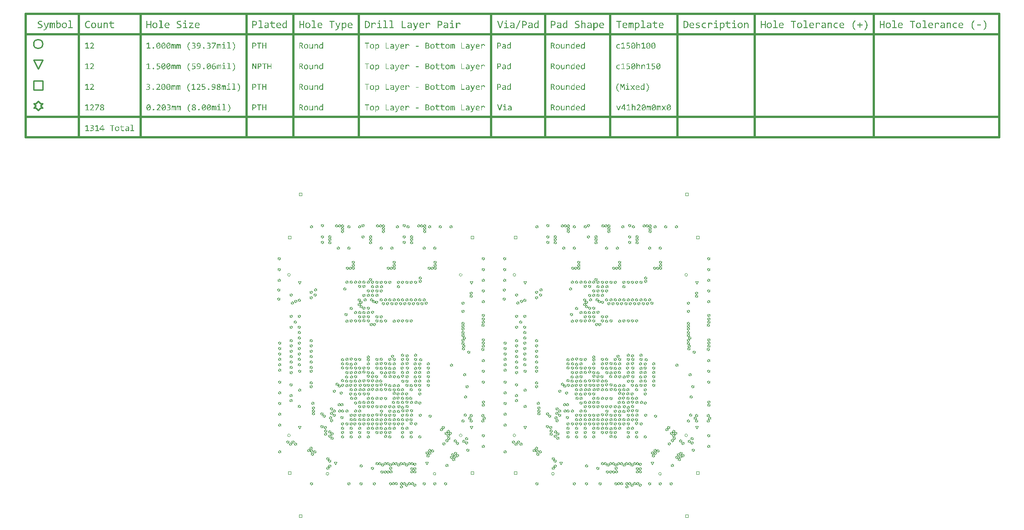
<source format=gbr>
G04*
G04 #@! TF.GenerationSoftware,Altium Limited,Altium Designer,22.4.2 (48)*
G04*
G04 Layer_Color=2752767*
%FSAX24Y24*%
%MOIN*%
G70*
G04*
G04 #@! TF.SameCoordinates,CBA5B0EC-3C9A-411B-936C-A00E84A017FD*
G04*
G04*
G04 #@! TF.FilePolarity,Positive*
G04*
G01*
G75*
%ADD41C,0.0100*%
%ADD68C,0.0020*%
%ADD69C,0.0150*%
G36*
X053497Y038209D02*
X053502Y038208D01*
X053508Y038208D01*
X053522Y038205D01*
X053537Y038201D01*
X053552Y038195D01*
X053560Y038191D01*
X053567Y038186D01*
X053574Y038180D01*
X053580Y038174D01*
X053581Y038173D01*
X053581Y038172D01*
X053583Y038170D01*
X053585Y038167D01*
X053587Y038163D01*
X053590Y038159D01*
X053593Y038153D01*
X053596Y038147D01*
X053599Y038140D01*
X053602Y038131D01*
X053604Y038123D01*
X053607Y038113D01*
X053609Y038102D01*
X053610Y038090D01*
X053611Y038078D01*
X053611Y038065D01*
Y037807D01*
X053543D01*
Y038060D01*
Y038060D01*
Y038062D01*
Y038064D01*
Y038067D01*
X053542Y038071D01*
Y038075D01*
X053541Y038086D01*
X053538Y038097D01*
X053535Y038108D01*
X053531Y038119D01*
X053525Y038128D01*
X053524Y038129D01*
X053522Y038132D01*
X053518Y038136D01*
X053512Y038140D01*
X053505Y038144D01*
X053496Y038147D01*
X053485Y038150D01*
X053474Y038151D01*
X053469D01*
X053466Y038150D01*
X053458Y038149D01*
X053449Y038147D01*
X053448D01*
X053447Y038146D01*
X053444Y038145D01*
X053441Y038144D01*
X053433Y038140D01*
X053424Y038134D01*
X053423Y038133D01*
X053422Y038132D01*
X053419Y038130D01*
X053415Y038127D01*
X053411Y038124D01*
X053406Y038119D01*
X053401Y038115D01*
X053396Y038109D01*
X053395Y038108D01*
X053393Y038106D01*
X053390Y038103D01*
X053386Y038098D01*
X053380Y038092D01*
X053375Y038086D01*
X053369Y038078D01*
X053362Y038069D01*
Y037807D01*
X053293D01*
Y038203D01*
X053354D01*
X053357Y038138D01*
X053358Y038139D01*
X053360Y038142D01*
X053363Y038145D01*
X053368Y038150D01*
X053373Y038155D01*
X053379Y038161D01*
X053390Y038172D01*
X053391Y038173D01*
X053393Y038175D01*
X053396Y038177D01*
X053400Y038180D01*
X053405Y038184D01*
X053411Y038187D01*
X053422Y038194D01*
X053422Y038195D01*
X053424Y038195D01*
X053428Y038197D01*
X053432Y038199D01*
X053437Y038201D01*
X053442Y038203D01*
X053454Y038206D01*
X053455D01*
X053457Y038207D01*
X053460Y038207D01*
X053464Y038208D01*
X053469Y038208D01*
X053475Y038209D01*
X053487Y038210D01*
X053493D01*
X053497Y038209D01*
D02*
G37*
G36*
X052635D02*
X052641Y038208D01*
X052646Y038208D01*
X052660Y038205D01*
X052675Y038200D01*
X052682Y038197D01*
X052690Y038193D01*
X052698Y038188D01*
X052705Y038183D01*
X052712Y038177D01*
X052718Y038170D01*
X052719Y038169D01*
X052719Y038168D01*
X052721Y038166D01*
X052723Y038163D01*
X052725Y038158D01*
X052728Y038153D01*
X052731Y038147D01*
X052734Y038140D01*
X052737Y038132D01*
X052740Y038123D01*
X052742Y038114D01*
X052744Y038103D01*
X052746Y038092D01*
X052747Y038079D01*
X052748Y038066D01*
Y038052D01*
X052679D01*
Y038052D01*
Y038054D01*
Y038057D01*
Y038060D01*
Y038064D01*
X052678Y038069D01*
X052677Y038081D01*
X052675Y038093D01*
X052672Y038105D01*
X052668Y038117D01*
X052665Y038123D01*
X052663Y038127D01*
X052662Y038128D01*
X052660Y038131D01*
X052656Y038134D01*
X052651Y038139D01*
X052644Y038144D01*
X052636Y038147D01*
X052626Y038149D01*
X052615Y038151D01*
X052610D01*
X052606Y038150D01*
X052597Y038149D01*
X052587Y038145D01*
X052587D01*
X052585Y038145D01*
X052582Y038144D01*
X052579Y038142D01*
X052574Y038139D01*
X052570Y038136D01*
X052559Y038129D01*
X052558Y038128D01*
X052556Y038127D01*
X052553Y038125D01*
X052549Y038122D01*
X052545Y038118D01*
X052539Y038113D01*
X052534Y038107D01*
X052527Y038102D01*
X052526Y038101D01*
X052524Y038099D01*
X052521Y038095D01*
X052517Y038090D01*
X052511Y038084D01*
X052505Y038077D01*
X052499Y038069D01*
X052492Y038061D01*
Y037807D01*
X052423D01*
Y038203D01*
X052485D01*
X052487Y038129D01*
X052488Y038130D01*
X052488Y038131D01*
X052490Y038133D01*
X052493Y038136D01*
X052500Y038144D01*
X052509Y038153D01*
X052520Y038163D01*
X052532Y038173D01*
X052544Y038183D01*
X052557Y038191D01*
X052557D01*
X052558Y038191D01*
X052560Y038193D01*
X052562Y038194D01*
X052569Y038197D01*
X052578Y038201D01*
X052589Y038204D01*
X052600Y038207D01*
X052612Y038209D01*
X052625Y038210D01*
X052631D01*
X052635Y038209D01*
D02*
G37*
G36*
X053954Y038207D02*
X053963Y038207D01*
X053973Y038206D01*
X053993Y038203D01*
X053994D01*
X053997Y038203D01*
X054002Y038201D01*
X054009Y038200D01*
X054017Y038198D01*
X054026Y038195D01*
X054044Y038189D01*
Y038124D01*
X054043Y038125D01*
X054040Y038126D01*
X054035Y038128D01*
X054028Y038131D01*
X054020Y038134D01*
X054011Y038138D01*
X054001Y038140D01*
X053991Y038143D01*
X053990D01*
X053987Y038144D01*
X053981Y038145D01*
X053975Y038146D01*
X053966Y038147D01*
X053957Y038148D01*
X053947Y038149D01*
X053932D01*
X053927Y038149D01*
X053921Y038148D01*
X053913Y038147D01*
X053905Y038145D01*
X053896Y038142D01*
X053887Y038139D01*
X053886Y038138D01*
X053883Y038137D01*
X053878Y038135D01*
X053873Y038132D01*
X053867Y038128D01*
X053859Y038123D01*
X053852Y038117D01*
X053846Y038110D01*
X053845Y038109D01*
X053843Y038107D01*
X053840Y038103D01*
X053836Y038097D01*
X053831Y038090D01*
X053827Y038083D01*
X053821Y038074D01*
X053817Y038064D01*
X053817Y038063D01*
X053816Y038060D01*
X053814Y038054D01*
X053813Y038046D01*
X053811Y038037D01*
X053809Y038027D01*
X053808Y038015D01*
X053808Y038003D01*
Y038002D01*
Y037999D01*
Y037996D01*
X053808Y037991D01*
X053809Y037985D01*
X053809Y037978D01*
X053810Y037970D01*
X053812Y037962D01*
X053816Y037945D01*
X053822Y037927D01*
X053826Y037919D01*
X053831Y037911D01*
X053836Y037903D01*
X053842Y037896D01*
X053843Y037895D01*
X053844Y037894D01*
X053846Y037892D01*
X053849Y037890D01*
X053852Y037888D01*
X053857Y037884D01*
X053861Y037881D01*
X053867Y037878D01*
X053874Y037875D01*
X053881Y037871D01*
X053889Y037869D01*
X053897Y037865D01*
X053907Y037863D01*
X053917Y037861D01*
X053928Y037861D01*
X053939Y037860D01*
X053943D01*
X053949Y037861D01*
X053956D01*
X053964Y037861D01*
X053973Y037863D01*
X053993Y037866D01*
X053994D01*
X053998Y037867D01*
X054003Y037869D01*
X054010Y037871D01*
X054017Y037874D01*
X054026Y037877D01*
X054044Y037885D01*
Y037821D01*
X054043Y037821D01*
X054040Y037819D01*
X054035Y037818D01*
X054027Y037816D01*
X054019Y037813D01*
X054010Y037811D01*
X054000Y037808D01*
X053989Y037806D01*
X053988D01*
X053985Y037806D01*
X053979Y037805D01*
X053972Y037804D01*
X053962Y037803D01*
X053953Y037802D01*
X053942Y037802D01*
X053927D01*
X053922Y037802D01*
X053915D01*
X053908Y037803D01*
X053899Y037804D01*
X053888Y037806D01*
X053878Y037808D01*
X053866Y037811D01*
X053854Y037814D01*
X053842Y037818D01*
X053830Y037823D01*
X053819Y037829D01*
X053808Y037836D01*
X053796Y037843D01*
X053787Y037852D01*
X053786Y037853D01*
X053785Y037855D01*
X053782Y037858D01*
X053779Y037861D01*
X053775Y037867D01*
X053771Y037873D01*
X053766Y037881D01*
X053762Y037890D01*
X053756Y037899D01*
X053752Y037911D01*
X053748Y037923D01*
X053744Y037936D01*
X053741Y037951D01*
X053738Y037966D01*
X053737Y037983D01*
X053736Y038001D01*
Y038001D01*
Y038003D01*
Y038005D01*
Y038008D01*
X053737Y038012D01*
Y038018D01*
X053738Y038029D01*
X053739Y038042D01*
X053742Y038056D01*
X053746Y038071D01*
X053750Y038085D01*
Y038086D01*
X053751Y038087D01*
X053752Y038089D01*
X053753Y038092D01*
X053756Y038099D01*
X053761Y038108D01*
X053767Y038118D01*
X053773Y038129D01*
X053782Y038140D01*
X053791Y038151D01*
X053792Y038152D01*
X053796Y038155D01*
X053802Y038160D01*
X053809Y038166D01*
X053818Y038173D01*
X053829Y038180D01*
X053841Y038187D01*
X053854Y038193D01*
X053855D01*
X053856Y038193D01*
X053858Y038194D01*
X053861Y038195D01*
X053864Y038196D01*
X053868Y038197D01*
X053878Y038201D01*
X053890Y038203D01*
X053904Y038205D01*
X053919Y038207D01*
X053935Y038208D01*
X053947D01*
X053954Y038207D01*
D02*
G37*
G36*
X048752Y037807D02*
X048682D01*
Y038043D01*
X048466D01*
Y037807D01*
X048396D01*
Y038322D01*
X048466D01*
Y038104D01*
X048682D01*
Y038322D01*
X048752D01*
Y037807D01*
D02*
G37*
G36*
X055787Y037989D02*
X055552D01*
Y038054D01*
X055787D01*
Y037989D01*
D02*
G37*
G36*
X053024Y038209D02*
X053032Y038208D01*
X053042Y038208D01*
X053053Y038207D01*
X053064Y038204D01*
X053075Y038201D01*
X053075D01*
X053076Y038201D01*
X053079Y038200D01*
X053085Y038198D01*
X053092Y038195D01*
X053099Y038192D01*
X053108Y038187D01*
X053115Y038183D01*
X053123Y038177D01*
X053124Y038176D01*
X053127Y038174D01*
X053131Y038170D01*
X053135Y038166D01*
X053140Y038161D01*
X053145Y038153D01*
X053150Y038145D01*
X053154Y038137D01*
X053155Y038136D01*
X053156Y038132D01*
X053157Y038128D01*
X053160Y038121D01*
X053162Y038112D01*
X053163Y038102D01*
X053165Y038091D01*
X053165Y038079D01*
Y037807D01*
X053104D01*
X053102Y037860D01*
X053102Y037859D01*
X053101Y037859D01*
X053099Y037857D01*
X053096Y037855D01*
X053091Y037849D01*
X053082Y037842D01*
X053071Y037835D01*
X053060Y037827D01*
X053049Y037819D01*
X053036Y037814D01*
X053035D01*
X053035Y037813D01*
X053033Y037812D01*
X053030Y037812D01*
X053024Y037809D01*
X053015Y037807D01*
X053005Y037804D01*
X052993Y037802D01*
X052980Y037800D01*
X052967Y037800D01*
X052961D01*
X052955Y037800D01*
X052946Y037801D01*
X052937Y037802D01*
X052928Y037804D01*
X052917Y037806D01*
X052908Y037808D01*
X052907Y037809D01*
X052904Y037810D01*
X052900Y037812D01*
X052894Y037814D01*
X052888Y037818D01*
X052882Y037822D01*
X052875Y037827D01*
X052869Y037832D01*
X052868Y037833D01*
X052866Y037835D01*
X052864Y037838D01*
X052860Y037842D01*
X052857Y037847D01*
X052853Y037854D01*
X052850Y037860D01*
X052846Y037867D01*
Y037868D01*
X052845Y037871D01*
X052845Y037875D01*
X052843Y037881D01*
X052842Y037888D01*
X052841Y037896D01*
X052840Y037903D01*
X052839Y037913D01*
Y037913D01*
Y037915D01*
Y037919D01*
X052840Y037922D01*
X052841Y037928D01*
X052842Y037934D01*
X052845Y037947D01*
X052850Y037962D01*
X052854Y037969D01*
X052858Y037977D01*
X052863Y037985D01*
X052869Y037992D01*
X052875Y037999D01*
X052883Y038006D01*
X052884Y038006D01*
X052885Y038007D01*
X052888Y038009D01*
X052892Y038011D01*
X052896Y038014D01*
X052902Y038016D01*
X052909Y038020D01*
X052917Y038023D01*
X052925Y038026D01*
X052935Y038029D01*
X052946Y038032D01*
X052957Y038035D01*
X052970Y038037D01*
X052984Y038039D01*
X052999Y038039D01*
X053014Y038040D01*
X053096D01*
Y038074D01*
Y038075D01*
Y038075D01*
Y038077D01*
X053096Y038080D01*
X053095Y038086D01*
X053094Y038094D01*
X053091Y038103D01*
X053087Y038112D01*
X053081Y038121D01*
X053073Y038130D01*
X053072Y038130D01*
X053070Y038133D01*
X053064Y038136D01*
X053056Y038141D01*
X053047Y038145D01*
X053035Y038148D01*
X053022Y038151D01*
X053005Y038151D01*
X052999D01*
X052993Y038151D01*
X052984D01*
X052974Y038149D01*
X052963Y038148D01*
X052951Y038146D01*
X052939Y038144D01*
X052938D01*
X052936Y038143D01*
X052933Y038142D01*
X052927Y038140D01*
X052919Y038138D01*
X052908Y038135D01*
X052897Y038132D01*
X052885Y038127D01*
X052872Y038123D01*
Y038184D01*
X052873D01*
X052874Y038185D01*
X052877Y038186D01*
X052881Y038187D01*
X052885Y038189D01*
X052889Y038190D01*
X052900Y038193D01*
X052901D01*
X052903Y038194D01*
X052906Y038195D01*
X052911Y038196D01*
X052916Y038197D01*
X052922Y038199D01*
X052934Y038201D01*
X052935D01*
X052938Y038202D01*
X052941Y038203D01*
X052946Y038203D01*
X052951Y038205D01*
X052957Y038205D01*
X052971Y038207D01*
X052972D01*
X052974Y038208D01*
X052978D01*
X052984Y038208D01*
X052990Y038209D01*
X052996D01*
X053010Y038210D01*
X053016D01*
X053024Y038209D01*
D02*
G37*
G36*
X051723Y037864D02*
X051841D01*
Y037807D01*
X051524D01*
Y037864D01*
X051654D01*
Y038308D01*
X051537D01*
Y038364D01*
X051723D01*
Y037864D01*
D02*
G37*
G36*
X050979Y038262D02*
X050827D01*
Y037807D01*
X050756D01*
Y038262D01*
X050604D01*
Y038322D01*
X050979D01*
Y038262D01*
D02*
G37*
G36*
X049506Y037864D02*
X049624D01*
Y037807D01*
X049307D01*
Y037864D01*
X049437D01*
Y038308D01*
X049320D01*
Y038364D01*
X049506D01*
Y037864D01*
D02*
G37*
G36*
X054353Y038209D02*
X054357D01*
X054367Y038208D01*
X054378Y038207D01*
X054391Y038205D01*
X054403Y038201D01*
X054416Y038197D01*
X054416D01*
X054417Y038196D01*
X054421Y038194D01*
X054427Y038191D01*
X054435Y038187D01*
X054443Y038182D01*
X054452Y038176D01*
X054461Y038168D01*
X054469Y038159D01*
X054470Y038158D01*
X054473Y038155D01*
X054477Y038150D01*
X054482Y038144D01*
X054487Y038135D01*
X054492Y038125D01*
X054498Y038114D01*
X054502Y038102D01*
Y038101D01*
X054503Y038100D01*
X054504Y038098D01*
X054504Y038096D01*
X054506Y038088D01*
X054508Y038079D01*
X054510Y038068D01*
X054512Y038055D01*
X054513Y038041D01*
X054514Y038025D01*
Y038025D01*
Y038023D01*
Y038020D01*
Y038017D01*
Y038009D01*
X054513Y038001D01*
Y038001D01*
Y037999D01*
Y037998D01*
X054513Y037995D01*
Y037989D01*
X054512Y037983D01*
X054235D01*
Y037982D01*
Y037980D01*
Y037977D01*
X054235Y037973D01*
X054236Y037968D01*
X054237Y037962D01*
X054239Y037948D01*
X054242Y037933D01*
X054249Y037917D01*
X054252Y037910D01*
X054257Y037903D01*
X054262Y037896D01*
X054268Y037889D01*
X054269Y037888D01*
X054269Y037888D01*
X054271Y037886D01*
X054275Y037884D01*
X054278Y037882D01*
X054282Y037879D01*
X054287Y037876D01*
X054293Y037873D01*
X054300Y037870D01*
X054307Y037867D01*
X054315Y037864D01*
X054324Y037862D01*
X054333Y037860D01*
X054343Y037858D01*
X054354Y037858D01*
X054366Y037857D01*
X054377D01*
X054382Y037858D01*
X054388D01*
X054401Y037858D01*
X054404D01*
X054407Y037859D01*
X054412D01*
X054416Y037859D01*
X054422Y037860D01*
X054434Y037861D01*
X054435D01*
X054437Y037862D01*
X054440Y037863D01*
X054444Y037863D01*
X054448Y037864D01*
X054454Y037865D01*
X054465Y037867D01*
X054465D01*
X054467Y037867D01*
X054470Y037868D01*
X054474Y037869D01*
X054483Y037871D01*
X054493Y037874D01*
Y037818D01*
X054492D01*
X054488Y037816D01*
X054483Y037815D01*
X054475Y037813D01*
X054465Y037811D01*
X054454Y037809D01*
X054443Y037807D01*
X054429Y037805D01*
X054428D01*
X054426Y037804D01*
X054424D01*
X054416Y037804D01*
X054407Y037802D01*
X054396Y037802D01*
X054384Y037800D01*
X054370Y037800D01*
X054348D01*
X054343Y037800D01*
X054338D01*
X054326Y037802D01*
X054313Y037803D01*
X054298Y037806D01*
X054283Y037809D01*
X054269Y037814D01*
X054268D01*
X054267Y037814D01*
X054265Y037815D01*
X054263Y037816D01*
X054256Y037819D01*
X054248Y037824D01*
X054238Y037829D01*
X054228Y037837D01*
X054218Y037844D01*
X054208Y037854D01*
X054207Y037855D01*
X054204Y037858D01*
X054200Y037864D01*
X054195Y037871D01*
X054190Y037880D01*
X054184Y037892D01*
X054179Y037903D01*
X054174Y037917D01*
Y037918D01*
X054174Y037919D01*
X054173Y037921D01*
X054172Y037924D01*
X054172Y037928D01*
X054171Y037932D01*
X054169Y037942D01*
X054166Y037955D01*
X054165Y037970D01*
X054164Y037986D01*
X054163Y038004D01*
Y038004D01*
Y038006D01*
Y038008D01*
Y038011D01*
X054164Y038015D01*
Y038019D01*
X054164Y038029D01*
X054166Y038041D01*
X054168Y038055D01*
X054171Y038069D01*
X054175Y038083D01*
Y038083D01*
X054176Y038084D01*
X054176Y038086D01*
X054177Y038089D01*
X054180Y038096D01*
X054183Y038105D01*
X054189Y038115D01*
X054195Y038126D01*
X054202Y038137D01*
X054210Y038148D01*
Y038149D01*
X054211Y038149D01*
X054214Y038153D01*
X054219Y038158D01*
X054225Y038165D01*
X054233Y038172D01*
X054243Y038179D01*
X054254Y038186D01*
X054266Y038193D01*
X054267D01*
X054267Y038193D01*
X054269Y038194D01*
X054272Y038195D01*
X054279Y038198D01*
X054288Y038201D01*
X054300Y038205D01*
X054312Y038207D01*
X054326Y038209D01*
X054342Y038210D01*
X054349D01*
X054353Y038209D01*
D02*
G37*
G36*
X052135D02*
X052140D01*
X052150Y038208D01*
X052161Y038207D01*
X052173Y038205D01*
X052186Y038201D01*
X052198Y038197D01*
X052199D01*
X052200Y038196D01*
X052204Y038194D01*
X052210Y038191D01*
X052217Y038187D01*
X052226Y038182D01*
X052234Y038176D01*
X052244Y038168D01*
X052252Y038159D01*
X052253Y038158D01*
X052255Y038155D01*
X052259Y038150D01*
X052265Y038144D01*
X052270Y038135D01*
X052275Y038125D01*
X052280Y038114D01*
X052285Y038102D01*
Y038101D01*
X052286Y038100D01*
X052286Y038098D01*
X052287Y038096D01*
X052289Y038088D01*
X052291Y038079D01*
X052293Y038068D01*
X052295Y038055D01*
X052296Y038041D01*
X052297Y038025D01*
Y038025D01*
Y038023D01*
Y038020D01*
Y038017D01*
Y038009D01*
X052296Y038001D01*
Y038001D01*
Y037999D01*
Y037998D01*
X052295Y037995D01*
Y037989D01*
X052295Y037983D01*
X052017D01*
Y037982D01*
Y037980D01*
Y037977D01*
X052018Y037973D01*
X052019Y037968D01*
X052019Y037962D01*
X052021Y037948D01*
X052025Y037933D01*
X052032Y037917D01*
X052035Y037910D01*
X052040Y037903D01*
X052045Y037896D01*
X052051Y037889D01*
X052051Y037888D01*
X052052Y037888D01*
X052054Y037886D01*
X052057Y037884D01*
X052061Y037882D01*
X052065Y037879D01*
X052070Y037876D01*
X052076Y037873D01*
X052082Y037870D01*
X052089Y037867D01*
X052097Y037864D01*
X052107Y037862D01*
X052116Y037860D01*
X052126Y037858D01*
X052137Y037858D01*
X052149Y037857D01*
X052160D01*
X052165Y037858D01*
X052171D01*
X052183Y037858D01*
X052187D01*
X052190Y037859D01*
X052194D01*
X052199Y037859D01*
X052205Y037860D01*
X052217Y037861D01*
X052217D01*
X052219Y037862D01*
X052223Y037863D01*
X052227Y037863D01*
X052231Y037864D01*
X052236Y037865D01*
X052248Y037867D01*
X052248D01*
X052250Y037867D01*
X052253Y037868D01*
X052257Y037869D01*
X052266Y037871D01*
X052276Y037874D01*
Y037818D01*
X052274D01*
X052271Y037816D01*
X052265Y037815D01*
X052257Y037813D01*
X052248Y037811D01*
X052237Y037809D01*
X052225Y037807D01*
X052212Y037805D01*
X052211D01*
X052209Y037804D01*
X052206D01*
X052199Y037804D01*
X052190Y037802D01*
X052179Y037802D01*
X052166Y037800D01*
X052153Y037800D01*
X052131D01*
X052126Y037800D01*
X052121D01*
X052109Y037802D01*
X052095Y037803D01*
X052081Y037806D01*
X052066Y037809D01*
X052051Y037814D01*
X052051D01*
X052050Y037814D01*
X052048Y037815D01*
X052046Y037816D01*
X052038Y037819D01*
X052030Y037824D01*
X052021Y037829D01*
X052011Y037837D01*
X052000Y037844D01*
X051991Y037854D01*
X051990Y037855D01*
X051987Y037858D01*
X051983Y037864D01*
X051978Y037871D01*
X051973Y037880D01*
X051967Y037892D01*
X051962Y037903D01*
X051957Y037917D01*
Y037918D01*
X051956Y037919D01*
X051956Y037921D01*
X051955Y037924D01*
X051954Y037928D01*
X051954Y037932D01*
X051952Y037942D01*
X051949Y037955D01*
X051948Y037970D01*
X051946Y037986D01*
X051946Y038004D01*
Y038004D01*
Y038006D01*
Y038008D01*
Y038011D01*
X051946Y038015D01*
Y038019D01*
X051947Y038029D01*
X051948Y038041D01*
X051951Y038055D01*
X051954Y038069D01*
X051958Y038083D01*
Y038083D01*
X051958Y038084D01*
X051959Y038086D01*
X051960Y038089D01*
X051963Y038096D01*
X051966Y038105D01*
X051971Y038115D01*
X051977Y038126D01*
X051985Y038137D01*
X051992Y038148D01*
Y038149D01*
X051994Y038149D01*
X051996Y038153D01*
X052002Y038158D01*
X052008Y038165D01*
X052016Y038172D01*
X052026Y038179D01*
X052037Y038186D01*
X052049Y038193D01*
X052049D01*
X052050Y038193D01*
X052052Y038194D01*
X052055Y038195D01*
X052062Y038198D01*
X052071Y038201D01*
X052082Y038205D01*
X052095Y038207D01*
X052109Y038209D01*
X052125Y038210D01*
X052132D01*
X052135Y038209D01*
D02*
G37*
G36*
X051249D02*
X051254D01*
X051264Y038208D01*
X051275Y038207D01*
X051288Y038204D01*
X051301Y038201D01*
X051314Y038196D01*
X051315D01*
X051315Y038195D01*
X051317Y038195D01*
X051320Y038193D01*
X051326Y038191D01*
X051334Y038186D01*
X051343Y038181D01*
X051353Y038174D01*
X051363Y038166D01*
X051372Y038157D01*
X051373Y038156D01*
X051376Y038153D01*
X051380Y038147D01*
X051385Y038140D01*
X051391Y038131D01*
X051397Y038121D01*
X051403Y038108D01*
X051408Y038094D01*
Y038094D01*
X051409Y038092D01*
X051409Y038090D01*
X051410Y038088D01*
X051411Y038084D01*
X051412Y038080D01*
X051414Y038069D01*
X051416Y038056D01*
X051418Y038042D01*
X051420Y038025D01*
X051420Y038008D01*
Y038007D01*
Y038006D01*
Y038003D01*
Y038000D01*
X051420Y037996D01*
Y037991D01*
X051419Y037980D01*
X051417Y037967D01*
X051415Y037953D01*
X051412Y037938D01*
X051407Y037923D01*
Y037922D01*
X051407Y037921D01*
X051406Y037919D01*
X051405Y037917D01*
X051402Y037909D01*
X051397Y037900D01*
X051392Y037890D01*
X051386Y037879D01*
X051378Y037867D01*
X051369Y037857D01*
X051368Y037856D01*
X051365Y037852D01*
X051359Y037848D01*
X051353Y037842D01*
X051344Y037835D01*
X051334Y037828D01*
X051322Y037821D01*
X051309Y037815D01*
X051309D01*
X051308Y037814D01*
X051306Y037814D01*
X051304Y037812D01*
X051300Y037812D01*
X051296Y037810D01*
X051287Y037808D01*
X051275Y037804D01*
X051262Y037802D01*
X051247Y037800D01*
X051230Y037800D01*
X051223D01*
X051220Y037800D01*
X051215D01*
X051205Y037802D01*
X051193Y037803D01*
X051180Y037805D01*
X051167Y037808D01*
X051154Y037813D01*
X051153D01*
X051153Y037814D01*
X051151Y037814D01*
X051149Y037816D01*
X051142Y037818D01*
X051134Y037823D01*
X051125Y037828D01*
X051116Y037835D01*
X051106Y037842D01*
X051097Y037852D01*
X051096Y037853D01*
X051093Y037856D01*
X051089Y037861D01*
X051084Y037869D01*
X051078Y037879D01*
X051072Y037889D01*
X051066Y037901D01*
X051061Y037915D01*
Y037915D01*
X051060Y037917D01*
X051060Y037919D01*
X051059Y037921D01*
X051058Y037925D01*
X051057Y037929D01*
X051055Y037940D01*
X051053Y037953D01*
X051051Y037968D01*
X051050Y037984D01*
X051049Y038002D01*
Y038003D01*
Y038004D01*
Y038006D01*
Y038010D01*
X051050Y038014D01*
Y038019D01*
X051050Y038030D01*
X051052Y038043D01*
X051054Y038057D01*
X051058Y038072D01*
X051062Y038086D01*
Y038087D01*
X051062Y038088D01*
X051063Y038090D01*
X051064Y038093D01*
X051067Y038100D01*
X051071Y038109D01*
X051077Y038119D01*
X051083Y038130D01*
X051090Y038141D01*
X051099Y038151D01*
X051100Y038153D01*
X051104Y038156D01*
X051109Y038161D01*
X051116Y038167D01*
X051124Y038174D01*
X051134Y038181D01*
X051146Y038188D01*
X051159Y038194D01*
X051159D01*
X051160Y038195D01*
X051162Y038195D01*
X051165Y038197D01*
X051168Y038198D01*
X051172Y038199D01*
X051182Y038202D01*
X051194Y038205D01*
X051207Y038207D01*
X051222Y038209D01*
X051239Y038210D01*
X051246D01*
X051249Y038209D01*
D02*
G37*
G36*
X049918D02*
X049923D01*
X049933Y038208D01*
X049944Y038207D01*
X049956Y038205D01*
X049969Y038201D01*
X049981Y038197D01*
X049982D01*
X049982Y038196D01*
X049986Y038194D01*
X049992Y038191D01*
X050000Y038187D01*
X050009Y038182D01*
X050017Y038176D01*
X050026Y038168D01*
X050035Y038159D01*
X050036Y038158D01*
X050038Y038155D01*
X050042Y038150D01*
X050047Y038144D01*
X050053Y038135D01*
X050058Y038125D01*
X050063Y038114D01*
X050068Y038102D01*
Y038101D01*
X050068Y038100D01*
X050069Y038098D01*
X050070Y038096D01*
X050072Y038088D01*
X050074Y038079D01*
X050076Y038068D01*
X050078Y038055D01*
X050079Y038041D01*
X050079Y038025D01*
Y038025D01*
Y038023D01*
Y038020D01*
Y038017D01*
Y038009D01*
X050079Y038001D01*
Y038001D01*
Y037999D01*
Y037998D01*
X050078Y037995D01*
Y037989D01*
X050078Y037983D01*
X049800D01*
Y037982D01*
Y037980D01*
Y037977D01*
X049801Y037973D01*
X049801Y037968D01*
X049802Y037962D01*
X049804Y037948D01*
X049808Y037933D01*
X049814Y037917D01*
X049818Y037910D01*
X049822Y037903D01*
X049828Y037896D01*
X049833Y037889D01*
X049834Y037888D01*
X049835Y037888D01*
X049837Y037886D01*
X049840Y037884D01*
X049843Y037882D01*
X049848Y037879D01*
X049853Y037876D01*
X049858Y037873D01*
X049865Y037870D01*
X049872Y037867D01*
X049880Y037864D01*
X049889Y037862D01*
X049898Y037860D01*
X049909Y037858D01*
X049919Y037858D01*
X049931Y037857D01*
X049942D01*
X049948Y037858D01*
X049954D01*
X049966Y037858D01*
X049969D01*
X049973Y037859D01*
X049977D01*
X049982Y037859D01*
X049988Y037860D01*
X049999Y037861D01*
X050000D01*
X050002Y037862D01*
X050005Y037863D01*
X050009Y037863D01*
X050014Y037864D01*
X050019Y037865D01*
X050030Y037867D01*
X050031D01*
X050033Y037867D01*
X050036Y037868D01*
X050039Y037869D01*
X050049Y037871D01*
X050058Y037874D01*
Y037818D01*
X050057D01*
X050053Y037816D01*
X050048Y037815D01*
X050040Y037813D01*
X050030Y037811D01*
X050020Y037809D01*
X050008Y037807D01*
X049995Y037805D01*
X049994D01*
X049992Y037804D01*
X049989D01*
X049982Y037804D01*
X049973Y037802D01*
X049961Y037802D01*
X049949Y037800D01*
X049936Y037800D01*
X049914D01*
X049909Y037800D01*
X049904D01*
X049892Y037802D01*
X049878Y037803D01*
X049864Y037806D01*
X049849Y037809D01*
X049834Y037814D01*
X049833D01*
X049833Y037814D01*
X049831Y037815D01*
X049828Y037816D01*
X049821Y037819D01*
X049813Y037824D01*
X049803Y037829D01*
X049793Y037837D01*
X049783Y037844D01*
X049774Y037854D01*
X049772Y037855D01*
X049770Y037858D01*
X049766Y037864D01*
X049761Y037871D01*
X049755Y037880D01*
X049750Y037892D01*
X049744Y037903D01*
X049740Y037917D01*
Y037918D01*
X049739Y037919D01*
X049738Y037921D01*
X049738Y037924D01*
X049737Y037928D01*
X049736Y037932D01*
X049734Y037942D01*
X049732Y037955D01*
X049730Y037970D01*
X049729Y037986D01*
X049729Y038004D01*
Y038004D01*
Y038006D01*
Y038008D01*
Y038011D01*
X049729Y038015D01*
Y038019D01*
X049730Y038029D01*
X049731Y038041D01*
X049734Y038055D01*
X049736Y038069D01*
X049740Y038083D01*
Y038083D01*
X049741Y038084D01*
X049742Y038086D01*
X049742Y038089D01*
X049746Y038096D01*
X049749Y038105D01*
X049754Y038115D01*
X049760Y038126D01*
X049767Y038137D01*
X049775Y038148D01*
Y038149D01*
X049776Y038149D01*
X049779Y038153D01*
X049784Y038158D01*
X049791Y038165D01*
X049799Y038172D01*
X049809Y038179D01*
X049820Y038186D01*
X049832Y038193D01*
X049832D01*
X049833Y038193D01*
X049835Y038194D01*
X049837Y038195D01*
X049845Y038198D01*
X049854Y038201D01*
X049865Y038205D01*
X049877Y038207D01*
X049892Y038209D01*
X049908Y038210D01*
X049915D01*
X049918Y038209D01*
D02*
G37*
G36*
X049032D02*
X049036D01*
X049046Y038208D01*
X049058Y038207D01*
X049071Y038204D01*
X049084Y038201D01*
X049097Y038196D01*
X049097D01*
X049098Y038195D01*
X049100Y038195D01*
X049103Y038193D01*
X049109Y038191D01*
X049117Y038186D01*
X049126Y038181D01*
X049135Y038174D01*
X049145Y038166D01*
X049155Y038157D01*
X049156Y038156D01*
X049158Y038153D01*
X049162Y038147D01*
X049168Y038140D01*
X049174Y038131D01*
X049179Y038121D01*
X049185Y038108D01*
X049191Y038094D01*
Y038094D01*
X049191Y038092D01*
X049192Y038090D01*
X049193Y038088D01*
X049193Y038084D01*
X049195Y038080D01*
X049197Y038069D01*
X049199Y038056D01*
X049201Y038042D01*
X049202Y038025D01*
X049203Y038008D01*
Y038007D01*
Y038006D01*
Y038003D01*
Y038000D01*
X049202Y037996D01*
Y037991D01*
X049202Y037980D01*
X049200Y037967D01*
X049198Y037953D01*
X049195Y037938D01*
X049190Y037923D01*
Y037922D01*
X049189Y037921D01*
X049189Y037919D01*
X049187Y037917D01*
X049185Y037909D01*
X049180Y037900D01*
X049175Y037890D01*
X049168Y037879D01*
X049160Y037867D01*
X049152Y037857D01*
X049151Y037856D01*
X049147Y037852D01*
X049142Y037848D01*
X049135Y037842D01*
X049127Y037835D01*
X049116Y037828D01*
X049105Y037821D01*
X049092Y037815D01*
X049092D01*
X049091Y037814D01*
X049089Y037814D01*
X049086Y037812D01*
X049083Y037812D01*
X049079Y037810D01*
X049069Y037808D01*
X049057Y037804D01*
X049044Y037802D01*
X049029Y037800D01*
X049013Y037800D01*
X049006D01*
X049002Y037800D01*
X048998D01*
X048988Y037802D01*
X048976Y037803D01*
X048963Y037805D01*
X048950Y037808D01*
X048937Y037813D01*
X048936D01*
X048935Y037814D01*
X048933Y037814D01*
X048931Y037816D01*
X048925Y037818D01*
X048917Y037823D01*
X048908Y037828D01*
X048899Y037835D01*
X048889Y037842D01*
X048880Y037852D01*
X048878Y037853D01*
X048876Y037856D01*
X048872Y037861D01*
X048867Y037869D01*
X048861Y037879D01*
X048855Y037889D01*
X048849Y037901D01*
X048844Y037915D01*
Y037915D01*
X048843Y037917D01*
X048842Y037919D01*
X048842Y037921D01*
X048841Y037925D01*
X048840Y037929D01*
X048838Y037940D01*
X048836Y037953D01*
X048834Y037968D01*
X048832Y037984D01*
X048832Y038002D01*
Y038003D01*
Y038004D01*
Y038006D01*
Y038010D01*
X048832Y038014D01*
Y038019D01*
X048833Y038030D01*
X048835Y038043D01*
X048837Y038057D01*
X048840Y038072D01*
X048844Y038086D01*
Y038087D01*
X048845Y038088D01*
X048846Y038090D01*
X048847Y038093D01*
X048849Y038100D01*
X048854Y038109D01*
X048859Y038119D01*
X048866Y038130D01*
X048873Y038141D01*
X048882Y038151D01*
X048883Y038153D01*
X048886Y038156D01*
X048891Y038161D01*
X048899Y038167D01*
X048907Y038174D01*
X048917Y038181D01*
X048929Y038188D01*
X048941Y038194D01*
X048942D01*
X048943Y038195D01*
X048945Y038195D01*
X048948Y038197D01*
X048951Y038198D01*
X048955Y038199D01*
X048965Y038202D01*
X048977Y038205D01*
X048990Y038207D01*
X049005Y038209D01*
X049021Y038210D01*
X049029D01*
X049032Y038209D01*
D02*
G37*
G36*
X056036Y038393D02*
X056037Y038392D01*
X056040Y038389D01*
X056043Y038386D01*
X056047Y038382D01*
X056052Y038376D01*
X056058Y038371D01*
X056064Y038364D01*
X056070Y038356D01*
X056077Y038348D01*
X056085Y038339D01*
X056093Y038329D01*
X056101Y038319D01*
X056109Y038308D01*
X056126Y038283D01*
X056143Y038257D01*
X056159Y038228D01*
X056175Y038197D01*
X056189Y038165D01*
X056195Y038147D01*
X056200Y038130D01*
X056205Y038112D01*
X056209Y038094D01*
X056212Y038076D01*
X056215Y038057D01*
X056216Y038038D01*
X056217Y038019D01*
Y038018D01*
Y038017D01*
Y038015D01*
Y038012D01*
Y038008D01*
X056216Y038003D01*
X056216Y037992D01*
X056215Y037979D01*
X056213Y037964D01*
X056211Y037947D01*
X056208Y037930D01*
Y037930D01*
X056207Y037928D01*
Y037926D01*
X056207Y037922D01*
X056205Y037919D01*
X056204Y037913D01*
X056203Y037908D01*
X056201Y037901D01*
X056197Y037888D01*
X056192Y037872D01*
X056186Y037855D01*
X056178Y037837D01*
Y037837D01*
X056178Y037835D01*
X056176Y037833D01*
X056174Y037829D01*
X056172Y037825D01*
X056170Y037819D01*
X056167Y037814D01*
X056163Y037808D01*
X056155Y037793D01*
X056146Y037777D01*
X056134Y037759D01*
X056122Y037741D01*
X056121Y037740D01*
X056121Y037739D01*
X056119Y037736D01*
X056115Y037732D01*
X056112Y037728D01*
X056108Y037722D01*
X056104Y037716D01*
X056098Y037710D01*
X056085Y037695D01*
X056070Y037678D01*
X056052Y037660D01*
X056033Y037642D01*
X055994Y037682D01*
X055995Y037683D01*
X055997Y037686D01*
X056001Y037690D01*
X056006Y037695D01*
X056013Y037703D01*
X056020Y037711D01*
X056028Y037720D01*
X056037Y037731D01*
X056046Y037742D01*
X056055Y037755D01*
X056065Y037768D01*
X056074Y037781D01*
X056092Y037810D01*
X056101Y037825D01*
X056108Y037840D01*
X056109Y037841D01*
X056110Y037844D01*
X056111Y037849D01*
X056114Y037855D01*
X056117Y037862D01*
X056120Y037871D01*
X056124Y037882D01*
X056127Y037893D01*
X056130Y037905D01*
X056134Y037919D01*
X056138Y037934D01*
X056140Y037949D01*
X056143Y037964D01*
X056145Y037980D01*
X056146Y037997D01*
X056146Y038014D01*
Y038014D01*
Y038016D01*
Y038018D01*
Y038022D01*
X056146Y038027D01*
Y038032D01*
X056145Y038038D01*
X056144Y038045D01*
X056143Y038053D01*
X056142Y038062D01*
X056140Y038071D01*
X056138Y038081D01*
X056134Y038102D01*
X056127Y038126D01*
X056119Y038151D01*
X056109Y038178D01*
X056097Y038207D01*
X056090Y038221D01*
X056082Y038235D01*
X056073Y038250D01*
X056065Y038264D01*
X056055Y038279D01*
X056044Y038293D01*
X056033Y038308D01*
X056021Y038323D01*
X056008Y038336D01*
X055994Y038351D01*
X056035Y038393D01*
X056036Y038393D01*
D02*
G37*
G36*
X055345Y038353D02*
X055345Y038352D01*
X055343Y038351D01*
X055341Y038349D01*
X055339Y038346D01*
X055335Y038342D01*
X055331Y038338D01*
X055326Y038332D01*
X055322Y038327D01*
X055316Y038319D01*
X055310Y038312D01*
X055303Y038304D01*
X055297Y038295D01*
X055283Y038276D01*
X055269Y038254D01*
X055255Y038231D01*
X055241Y038205D01*
X055228Y038177D01*
X055216Y038148D01*
X055207Y038117D01*
X055202Y038102D01*
X055199Y038085D01*
X055196Y038069D01*
X055194Y038052D01*
X055193Y038035D01*
X055192Y038018D01*
Y038017D01*
Y038014D01*
Y038009D01*
X055193Y038003D01*
X055194Y037995D01*
X055194Y037985D01*
X055196Y037974D01*
X055197Y037962D01*
X055199Y037949D01*
X055202Y037936D01*
X055205Y037921D01*
X055209Y037906D01*
X055213Y037890D01*
X055218Y037875D01*
X055224Y037859D01*
X055230Y037843D01*
X055231Y037842D01*
X055232Y037839D01*
X055234Y037835D01*
X055238Y037829D01*
X055242Y037821D01*
X055247Y037813D01*
X055253Y037802D01*
X055259Y037792D01*
X055267Y037780D01*
X055276Y037768D01*
X055285Y037755D01*
X055295Y037741D01*
X055306Y037727D01*
X055318Y037713D01*
X055331Y037699D01*
X055345Y037684D01*
X055303Y037642D01*
X055303Y037642D01*
X055301Y037644D01*
X055299Y037646D01*
X055295Y037650D01*
X055291Y037654D01*
X055287Y037659D01*
X055281Y037665D01*
X055275Y037671D01*
X055268Y037678D01*
X055261Y037687D01*
X055254Y037696D01*
X055246Y037705D01*
X055238Y037716D01*
X055230Y037727D01*
X055213Y037751D01*
X055196Y037777D01*
X055179Y037806D01*
X055164Y037837D01*
X055150Y037869D01*
X055144Y037886D01*
X055139Y037903D01*
X055134Y037920D01*
X055130Y037939D01*
X055127Y037957D01*
X055124Y037976D01*
X055123Y037994D01*
X055122Y038013D01*
Y038014D01*
Y038015D01*
Y038018D01*
Y038022D01*
Y038025D01*
X055123Y038031D01*
Y038037D01*
X055123Y038043D01*
X055124Y038058D01*
X055126Y038073D01*
X055128Y038090D01*
X055131Y038108D01*
Y038109D01*
X055132Y038110D01*
X055133Y038113D01*
X055133Y038117D01*
X055134Y038121D01*
X055135Y038126D01*
X055137Y038132D01*
X055139Y038138D01*
X055143Y038153D01*
X055148Y038168D01*
X055155Y038186D01*
X055162Y038203D01*
Y038204D01*
X055163Y038205D01*
X055164Y038208D01*
X055166Y038212D01*
X055168Y038216D01*
X055171Y038221D01*
X055174Y038227D01*
X055177Y038233D01*
X055186Y038248D01*
X055196Y038264D01*
X055207Y038281D01*
X055219Y038298D01*
X055220Y038299D01*
X055221Y038300D01*
X055223Y038303D01*
X055226Y038307D01*
X055229Y038311D01*
X055233Y038316D01*
X055238Y038322D01*
X055244Y038329D01*
X055256Y038343D01*
X055270Y038359D01*
X055287Y038376D01*
X055305Y038393D01*
X055345Y038353D01*
D02*
G37*
G36*
X044769Y038209D02*
X044774Y038208D01*
X044780Y038208D01*
X044794Y038205D01*
X044808Y038201D01*
X044824Y038195D01*
X044831Y038191D01*
X044839Y038186D01*
X044846Y038180D01*
X044852Y038174D01*
X044852Y038173D01*
X044853Y038172D01*
X044854Y038170D01*
X044857Y038167D01*
X044859Y038163D01*
X044861Y038159D01*
X044865Y038153D01*
X044867Y038147D01*
X044871Y038140D01*
X044873Y038131D01*
X044876Y038123D01*
X044879Y038113D01*
X044880Y038102D01*
X044882Y038090D01*
X044882Y038078D01*
X044883Y038065D01*
Y037807D01*
X044814D01*
Y038060D01*
Y038060D01*
Y038062D01*
Y038064D01*
Y038067D01*
X044814Y038071D01*
Y038075D01*
X044812Y038086D01*
X044810Y038097D01*
X044807Y038108D01*
X044802Y038119D01*
X044797Y038128D01*
X044796Y038129D01*
X044793Y038132D01*
X044789Y038136D01*
X044784Y038140D01*
X044777Y038144D01*
X044768Y038147D01*
X044757Y038150D01*
X044745Y038151D01*
X044741D01*
X044737Y038150D01*
X044730Y038149D01*
X044720Y038147D01*
X044720D01*
X044718Y038146D01*
X044716Y038145D01*
X044713Y038144D01*
X044705Y038140D01*
X044695Y038134D01*
X044695Y038133D01*
X044694Y038132D01*
X044690Y038130D01*
X044687Y038127D01*
X044683Y038124D01*
X044678Y038119D01*
X044673Y038115D01*
X044667Y038109D01*
X044667Y038108D01*
X044665Y038106D01*
X044661Y038103D01*
X044657Y038098D01*
X044652Y038092D01*
X044647Y038086D01*
X044640Y038078D01*
X044634Y038069D01*
Y037807D01*
X044565D01*
Y038203D01*
X044626D01*
X044629Y038138D01*
X044629Y038139D01*
X044632Y038142D01*
X044635Y038145D01*
X044640Y038150D01*
X044644Y038155D01*
X044650Y038161D01*
X044662Y038172D01*
X044663Y038173D01*
X044665Y038175D01*
X044668Y038177D01*
X044672Y038180D01*
X044677Y038184D01*
X044682Y038187D01*
X044694Y038194D01*
X044694Y038195D01*
X044696Y038195D01*
X044699Y038197D01*
X044703Y038199D01*
X044709Y038201D01*
X044714Y038203D01*
X044726Y038206D01*
X044726D01*
X044728Y038207D01*
X044732Y038207D01*
X044736Y038208D01*
X044741Y038208D01*
X044747Y038209D01*
X044759Y038210D01*
X044765D01*
X044769Y038209D01*
D02*
G37*
G36*
X043907D02*
X043912Y038208D01*
X043918Y038208D01*
X043932Y038205D01*
X043946Y038200D01*
X043954Y038197D01*
X043962Y038193D01*
X043969Y038188D01*
X043977Y038183D01*
X043984Y038177D01*
X043990Y038170D01*
X043990Y038169D01*
X043991Y038168D01*
X043993Y038166D01*
X043995Y038163D01*
X043997Y038158D01*
X043999Y038153D01*
X044003Y038147D01*
X044005Y038140D01*
X044009Y038132D01*
X044011Y038123D01*
X044014Y038114D01*
X044016Y038103D01*
X044018Y038092D01*
X044019Y038079D01*
X044020Y038066D01*
Y038052D01*
X043950D01*
Y038052D01*
Y038054D01*
Y038057D01*
Y038060D01*
Y038064D01*
X043950Y038069D01*
X043948Y038081D01*
X043947Y038093D01*
X043944Y038105D01*
X043940Y038117D01*
X043937Y038123D01*
X043935Y038127D01*
X043934Y038128D01*
X043931Y038131D01*
X043928Y038134D01*
X043923Y038139D01*
X043916Y038144D01*
X043908Y038147D01*
X043898Y038149D01*
X043887Y038151D01*
X043881D01*
X043878Y038150D01*
X043869Y038149D01*
X043859Y038145D01*
X043858D01*
X043856Y038145D01*
X043854Y038144D01*
X043851Y038142D01*
X043846Y038139D01*
X043841Y038136D01*
X043830Y038129D01*
X043830Y038128D01*
X043828Y038127D01*
X043825Y038125D01*
X043821Y038122D01*
X043816Y038118D01*
X043811Y038113D01*
X043805Y038107D01*
X043799Y038102D01*
X043798Y038101D01*
X043796Y038099D01*
X043793Y038095D01*
X043788Y038090D01*
X043783Y038084D01*
X043777Y038077D01*
X043771Y038069D01*
X043764Y038061D01*
Y037807D01*
X043694D01*
Y038203D01*
X043757D01*
X043759Y038129D01*
X043759Y038130D01*
X043760Y038131D01*
X043762Y038133D01*
X043765Y038136D01*
X043772Y038144D01*
X043781Y038153D01*
X043792Y038163D01*
X043803Y038173D01*
X043816Y038183D01*
X043828Y038191D01*
X043829D01*
X043830Y038191D01*
X043832Y038193D01*
X043834Y038194D01*
X043841Y038197D01*
X043850Y038201D01*
X043860Y038204D01*
X043872Y038207D01*
X043884Y038209D01*
X043897Y038210D01*
X043903D01*
X043907Y038209D01*
D02*
G37*
G36*
X045226Y038207D02*
X045235Y038207D01*
X045245Y038206D01*
X045264Y038203D01*
X045266D01*
X045269Y038203D01*
X045274Y038201D01*
X045281Y038200D01*
X045289Y038198D01*
X045298Y038195D01*
X045316Y038189D01*
Y038124D01*
X045315Y038125D01*
X045311Y038126D01*
X045306Y038128D01*
X045300Y038131D01*
X045292Y038134D01*
X045283Y038138D01*
X045273Y038140D01*
X045263Y038143D01*
X045262D01*
X045258Y038144D01*
X045253Y038145D01*
X045247Y038146D01*
X045238Y038147D01*
X045229Y038148D01*
X045219Y038149D01*
X045204D01*
X045199Y038149D01*
X045193Y038148D01*
X045185Y038147D01*
X045176Y038145D01*
X045168Y038142D01*
X045159Y038139D01*
X045157Y038138D01*
X045155Y038137D01*
X045150Y038135D01*
X045145Y038132D01*
X045138Y038128D01*
X045131Y038123D01*
X045124Y038117D01*
X045117Y038110D01*
X045117Y038109D01*
X045115Y038107D01*
X045111Y038103D01*
X045107Y038097D01*
X045103Y038090D01*
X045098Y038083D01*
X045093Y038074D01*
X045089Y038064D01*
X045088Y038063D01*
X045088Y038060D01*
X045086Y038054D01*
X045084Y038046D01*
X045083Y038037D01*
X045081Y038027D01*
X045080Y038015D01*
X045079Y038003D01*
Y038002D01*
Y037999D01*
Y037996D01*
X045080Y037991D01*
X045081Y037985D01*
X045081Y037978D01*
X045082Y037970D01*
X045084Y037962D01*
X045088Y037945D01*
X045094Y037927D01*
X045098Y037919D01*
X045103Y037911D01*
X045108Y037903D01*
X045114Y037896D01*
X045115Y037895D01*
X045115Y037894D01*
X045118Y037892D01*
X045121Y037890D01*
X045124Y037888D01*
X045128Y037884D01*
X045133Y037881D01*
X045139Y037878D01*
X045146Y037875D01*
X045153Y037871D01*
X045161Y037869D01*
X045169Y037865D01*
X045179Y037863D01*
X045189Y037861D01*
X045199Y037861D01*
X045210Y037860D01*
X045215D01*
X045221Y037861D01*
X045228D01*
X045236Y037861D01*
X045245Y037863D01*
X045265Y037866D01*
X045266D01*
X045269Y037867D01*
X045275Y037869D01*
X045281Y037871D01*
X045289Y037874D01*
X045298Y037877D01*
X045316Y037885D01*
Y037821D01*
X045315Y037821D01*
X045311Y037819D01*
X045306Y037818D01*
X045299Y037816D01*
X045291Y037813D01*
X045281Y037811D01*
X045271Y037808D01*
X045261Y037806D01*
X045260D01*
X045256Y037806D01*
X045250Y037805D01*
X045243Y037804D01*
X045234Y037803D01*
X045224Y037802D01*
X045214Y037802D01*
X045199D01*
X045193Y037802D01*
X045187D01*
X045180Y037803D01*
X045170Y037804D01*
X045160Y037806D01*
X045149Y037808D01*
X045138Y037811D01*
X045126Y037814D01*
X045114Y037818D01*
X045102Y037823D01*
X045090Y037829D01*
X045079Y037836D01*
X045068Y037843D01*
X045058Y037852D01*
X045058Y037853D01*
X045056Y037855D01*
X045054Y037858D01*
X045050Y037861D01*
X045046Y037867D01*
X045043Y037873D01*
X045038Y037881D01*
X045033Y037890D01*
X045028Y037899D01*
X045023Y037911D01*
X045020Y037923D01*
X045016Y037936D01*
X045012Y037951D01*
X045010Y037966D01*
X045008Y037983D01*
X045008Y038001D01*
Y038001D01*
Y038003D01*
Y038005D01*
Y038008D01*
X045008Y038012D01*
Y038018D01*
X045010Y038029D01*
X045011Y038042D01*
X045014Y038056D01*
X045018Y038071D01*
X045022Y038085D01*
Y038086D01*
X045023Y038087D01*
X045023Y038089D01*
X045025Y038092D01*
X045028Y038099D01*
X045033Y038108D01*
X045039Y038118D01*
X045045Y038129D01*
X045054Y038140D01*
X045063Y038151D01*
X045064Y038152D01*
X045067Y038155D01*
X045073Y038160D01*
X045081Y038166D01*
X045090Y038173D01*
X045101Y038180D01*
X045113Y038187D01*
X045126Y038193D01*
X045126D01*
X045128Y038193D01*
X045130Y038194D01*
X045132Y038195D01*
X045136Y038196D01*
X045140Y038197D01*
X045150Y038201D01*
X045162Y038203D01*
X045176Y038205D01*
X045191Y038207D01*
X045207Y038208D01*
X045218D01*
X045226Y038207D01*
D02*
G37*
G36*
X040024Y037807D02*
X039954D01*
Y038043D01*
X039738D01*
Y037807D01*
X039668D01*
Y038322D01*
X039738D01*
Y038104D01*
X039954D01*
Y038322D01*
X040024D01*
Y037807D01*
D02*
G37*
G36*
X046974Y038052D02*
X047129D01*
Y037992D01*
X046974D01*
Y037831D01*
X046907D01*
Y037992D01*
X046752D01*
Y038052D01*
X046906D01*
Y038211D01*
X046974D01*
Y038052D01*
D02*
G37*
G36*
X044295Y038209D02*
X044304Y038208D01*
X044314Y038208D01*
X044325Y038207D01*
X044335Y038204D01*
X044346Y038201D01*
X044347D01*
X044348Y038201D01*
X044351Y038200D01*
X044357Y038198D01*
X044364Y038195D01*
X044371Y038192D01*
X044379Y038187D01*
X044387Y038183D01*
X044395Y038177D01*
X044396Y038176D01*
X044398Y038174D01*
X044402Y038170D01*
X044407Y038166D01*
X044411Y038161D01*
X044417Y038153D01*
X044421Y038145D01*
X044426Y038137D01*
X044427Y038136D01*
X044428Y038132D01*
X044429Y038128D01*
X044432Y038121D01*
X044434Y038112D01*
X044435Y038102D01*
X044436Y038091D01*
X044437Y038079D01*
Y037807D01*
X044375D01*
X044374Y037860D01*
X044373Y037859D01*
X044373Y037859D01*
X044371Y037857D01*
X044368Y037855D01*
X044362Y037849D01*
X044354Y037842D01*
X044343Y037835D01*
X044332Y037827D01*
X044320Y037819D01*
X044308Y037814D01*
X044307D01*
X044306Y037813D01*
X044305Y037812D01*
X044302Y037812D01*
X044295Y037809D01*
X044287Y037807D01*
X044276Y037804D01*
X044264Y037802D01*
X044252Y037800D01*
X044238Y037800D01*
X044232D01*
X044226Y037800D01*
X044218Y037801D01*
X044209Y037802D01*
X044200Y037804D01*
X044189Y037806D01*
X044180Y037808D01*
X044179Y037809D01*
X044176Y037810D01*
X044171Y037812D01*
X044166Y037814D01*
X044160Y037818D01*
X044154Y037822D01*
X044147Y037827D01*
X044141Y037832D01*
X044140Y037833D01*
X044138Y037835D01*
X044135Y037838D01*
X044132Y037842D01*
X044129Y037847D01*
X044125Y037854D01*
X044121Y037860D01*
X044118Y037867D01*
Y037868D01*
X044117Y037871D01*
X044116Y037875D01*
X044115Y037881D01*
X044114Y037888D01*
X044112Y037896D01*
X044112Y037903D01*
X044111Y037913D01*
Y037913D01*
Y037915D01*
Y037919D01*
X044112Y037922D01*
X044112Y037928D01*
X044114Y037934D01*
X044116Y037947D01*
X044121Y037962D01*
X044125Y037969D01*
X044129Y037977D01*
X044135Y037985D01*
X044141Y037992D01*
X044147Y037999D01*
X044155Y038006D01*
X044156Y038006D01*
X044157Y038007D01*
X044160Y038009D01*
X044163Y038011D01*
X044168Y038014D01*
X044174Y038016D01*
X044181Y038020D01*
X044188Y038023D01*
X044197Y038026D01*
X044207Y038029D01*
X044217Y038032D01*
X044229Y038035D01*
X044242Y038037D01*
X044256Y038039D01*
X044270Y038039D01*
X044286Y038040D01*
X044368D01*
Y038074D01*
Y038075D01*
Y038075D01*
Y038077D01*
X044367Y038080D01*
X044367Y038086D01*
X044366Y038094D01*
X044362Y038103D01*
X044358Y038112D01*
X044353Y038121D01*
X044345Y038130D01*
X044344Y038130D01*
X044341Y038133D01*
X044336Y038136D01*
X044328Y038141D01*
X044319Y038145D01*
X044307Y038148D01*
X044293Y038151D01*
X044277Y038151D01*
X044271D01*
X044264Y038151D01*
X044256D01*
X044246Y038149D01*
X044235Y038148D01*
X044223Y038146D01*
X044211Y038144D01*
X044209D01*
X044207Y038143D01*
X044205Y038142D01*
X044198Y038140D01*
X044190Y038138D01*
X044180Y038135D01*
X044169Y038132D01*
X044156Y038127D01*
X044144Y038123D01*
Y038184D01*
X044144D01*
X044146Y038185D01*
X044148Y038186D01*
X044152Y038187D01*
X044156Y038189D01*
X044161Y038190D01*
X044172Y038193D01*
X044173D01*
X044175Y038194D01*
X044178Y038195D01*
X044182Y038196D01*
X044188Y038197D01*
X044194Y038199D01*
X044206Y038201D01*
X044207D01*
X044209Y038202D01*
X044213Y038203D01*
X044217Y038203D01*
X044223Y038205D01*
X044229Y038205D01*
X044243Y038207D01*
X044243D01*
X044246Y038208D01*
X044250D01*
X044255Y038208D01*
X044261Y038209D01*
X044268D01*
X044282Y038210D01*
X044288D01*
X044295Y038209D01*
D02*
G37*
G36*
X042995Y037864D02*
X043113D01*
Y037807D01*
X042796D01*
Y037864D01*
X042926D01*
Y038308D01*
X042809D01*
Y038364D01*
X042995D01*
Y037864D01*
D02*
G37*
G36*
X042251Y038262D02*
X042098D01*
Y037807D01*
X042028D01*
Y038262D01*
X041875D01*
Y038322D01*
X042251D01*
Y038262D01*
D02*
G37*
G36*
X040778Y037864D02*
X040895D01*
Y037807D01*
X040578D01*
Y037864D01*
X040708D01*
Y038308D01*
X040592D01*
Y038364D01*
X040778D01*
Y037864D01*
D02*
G37*
G36*
X045624Y038209D02*
X045629D01*
X045639Y038208D01*
X045650Y038207D01*
X045662Y038205D01*
X045675Y038201D01*
X045687Y038197D01*
X045688D01*
X045689Y038196D01*
X045693Y038194D01*
X045699Y038191D01*
X045706Y038187D01*
X045715Y038182D01*
X045723Y038176D01*
X045733Y038168D01*
X045741Y038159D01*
X045742Y038158D01*
X045744Y038155D01*
X045748Y038150D01*
X045754Y038144D01*
X045759Y038135D01*
X045764Y038125D01*
X045769Y038114D01*
X045774Y038102D01*
Y038101D01*
X045775Y038100D01*
X045775Y038098D01*
X045776Y038096D01*
X045778Y038088D01*
X045780Y038079D01*
X045782Y038068D01*
X045784Y038055D01*
X045785Y038041D01*
X045786Y038025D01*
Y038025D01*
Y038023D01*
Y038020D01*
Y038017D01*
Y038009D01*
X045785Y038001D01*
Y038001D01*
Y037999D01*
Y037998D01*
X045784Y037995D01*
Y037989D01*
X045784Y037983D01*
X045506D01*
Y037982D01*
Y037980D01*
Y037977D01*
X045507Y037973D01*
X045508Y037968D01*
X045508Y037962D01*
X045510Y037948D01*
X045514Y037933D01*
X045521Y037917D01*
X045524Y037910D01*
X045529Y037903D01*
X045534Y037896D01*
X045540Y037889D01*
X045540Y037888D01*
X045541Y037888D01*
X045543Y037886D01*
X045546Y037884D01*
X045550Y037882D01*
X045554Y037879D01*
X045559Y037876D01*
X045565Y037873D01*
X045571Y037870D01*
X045578Y037867D01*
X045586Y037864D01*
X045596Y037862D01*
X045605Y037860D01*
X045615Y037858D01*
X045626Y037858D01*
X045637Y037857D01*
X045649D01*
X045654Y037858D01*
X045660D01*
X045672Y037858D01*
X045676D01*
X045679Y037859D01*
X045683D01*
X045688Y037859D01*
X045694Y037860D01*
X045706Y037861D01*
X045706D01*
X045708Y037862D01*
X045712Y037863D01*
X045716Y037863D01*
X045720Y037864D01*
X045725Y037865D01*
X045737Y037867D01*
X045737D01*
X045739Y037867D01*
X045742Y037868D01*
X045746Y037869D01*
X045755Y037871D01*
X045765Y037874D01*
Y037818D01*
X045763D01*
X045760Y037816D01*
X045754Y037815D01*
X045746Y037813D01*
X045737Y037811D01*
X045726Y037809D01*
X045714Y037807D01*
X045701Y037805D01*
X045700D01*
X045698Y037804D01*
X045695D01*
X045688Y037804D01*
X045679Y037802D01*
X045668Y037802D01*
X045655Y037800D01*
X045642Y037800D01*
X045620D01*
X045615Y037800D01*
X045610D01*
X045598Y037802D01*
X045584Y037803D01*
X045570Y037806D01*
X045555Y037809D01*
X045540Y037814D01*
X045540D01*
X045539Y037814D01*
X045537Y037815D01*
X045535Y037816D01*
X045527Y037819D01*
X045519Y037824D01*
X045510Y037829D01*
X045500Y037837D01*
X045489Y037844D01*
X045480Y037854D01*
X045479Y037855D01*
X045476Y037858D01*
X045472Y037864D01*
X045467Y037871D01*
X045462Y037880D01*
X045456Y037892D01*
X045451Y037903D01*
X045446Y037917D01*
Y037918D01*
X045445Y037919D01*
X045445Y037921D01*
X045444Y037924D01*
X045443Y037928D01*
X045443Y037932D01*
X045441Y037942D01*
X045438Y037955D01*
X045437Y037970D01*
X045435Y037986D01*
X045435Y038004D01*
Y038004D01*
Y038006D01*
Y038008D01*
Y038011D01*
X045435Y038015D01*
Y038019D01*
X045436Y038029D01*
X045437Y038041D01*
X045440Y038055D01*
X045443Y038069D01*
X045447Y038083D01*
Y038083D01*
X045447Y038084D01*
X045448Y038086D01*
X045449Y038089D01*
X045452Y038096D01*
X045455Y038105D01*
X045460Y038115D01*
X045466Y038126D01*
X045473Y038137D01*
X045481Y038148D01*
Y038149D01*
X045483Y038149D01*
X045485Y038153D01*
X045491Y038158D01*
X045497Y038165D01*
X045505Y038172D01*
X045515Y038179D01*
X045526Y038186D01*
X045538Y038193D01*
X045538D01*
X045539Y038193D01*
X045541Y038194D01*
X045544Y038195D01*
X045551Y038198D01*
X045560Y038201D01*
X045571Y038205D01*
X045584Y038207D01*
X045598Y038209D01*
X045614Y038210D01*
X045621D01*
X045624Y038209D01*
D02*
G37*
G36*
X043407D02*
X043412D01*
X043422Y038208D01*
X043433Y038207D01*
X043445Y038205D01*
X043458Y038201D01*
X043470Y038197D01*
X043471D01*
X043471Y038196D01*
X043475Y038194D01*
X043481Y038191D01*
X043489Y038187D01*
X043498Y038182D01*
X043506Y038176D01*
X043515Y038168D01*
X043524Y038159D01*
X043525Y038158D01*
X043527Y038155D01*
X043531Y038150D01*
X043536Y038144D01*
X043542Y038135D01*
X043547Y038125D01*
X043552Y038114D01*
X043557Y038102D01*
Y038101D01*
X043557Y038100D01*
X043558Y038098D01*
X043559Y038096D01*
X043561Y038088D01*
X043563Y038079D01*
X043565Y038068D01*
X043567Y038055D01*
X043568Y038041D01*
X043568Y038025D01*
Y038025D01*
Y038023D01*
Y038020D01*
Y038017D01*
Y038009D01*
X043568Y038001D01*
Y038001D01*
Y037999D01*
Y037998D01*
X043567Y037995D01*
Y037989D01*
X043567Y037983D01*
X043289D01*
Y037982D01*
Y037980D01*
Y037977D01*
X043290Y037973D01*
X043290Y037968D01*
X043291Y037962D01*
X043293Y037948D01*
X043297Y037933D01*
X043303Y037917D01*
X043307Y037910D01*
X043311Y037903D01*
X043317Y037896D01*
X043322Y037889D01*
X043323Y037888D01*
X043324Y037888D01*
X043326Y037886D01*
X043329Y037884D01*
X043332Y037882D01*
X043337Y037879D01*
X043341Y037876D01*
X043347Y037873D01*
X043354Y037870D01*
X043361Y037867D01*
X043369Y037864D01*
X043378Y037862D01*
X043387Y037860D01*
X043398Y037858D01*
X043408Y037858D01*
X043420Y037857D01*
X043431D01*
X043437Y037858D01*
X043443D01*
X043455Y037858D01*
X043458D01*
X043462Y037859D01*
X043466D01*
X043471Y037859D01*
X043477Y037860D01*
X043488Y037861D01*
X043489D01*
X043491Y037862D01*
X043494Y037863D01*
X043498Y037863D01*
X043503Y037864D01*
X043508Y037865D01*
X043519Y037867D01*
X043520D01*
X043522Y037867D01*
X043525Y037868D01*
X043528Y037869D01*
X043538Y037871D01*
X043547Y037874D01*
Y037818D01*
X043546D01*
X043542Y037816D01*
X043537Y037815D01*
X043529Y037813D01*
X043519Y037811D01*
X043509Y037809D01*
X043497Y037807D01*
X043484Y037805D01*
X043483D01*
X043481Y037804D01*
X043478D01*
X043471Y037804D01*
X043462Y037802D01*
X043450Y037802D01*
X043438Y037800D01*
X043425Y037800D01*
X043403D01*
X043398Y037800D01*
X043393D01*
X043381Y037802D01*
X043367Y037803D01*
X043353Y037806D01*
X043338Y037809D01*
X043323Y037814D01*
X043322D01*
X043322Y037814D01*
X043320Y037815D01*
X043317Y037816D01*
X043310Y037819D01*
X043302Y037824D01*
X043292Y037829D01*
X043282Y037837D01*
X043272Y037844D01*
X043263Y037854D01*
X043261Y037855D01*
X043259Y037858D01*
X043255Y037864D01*
X043250Y037871D01*
X043244Y037880D01*
X043239Y037892D01*
X043233Y037903D01*
X043229Y037917D01*
Y037918D01*
X043228Y037919D01*
X043227Y037921D01*
X043227Y037924D01*
X043226Y037928D01*
X043225Y037932D01*
X043223Y037942D01*
X043221Y037955D01*
X043219Y037970D01*
X043218Y037986D01*
X043218Y038004D01*
Y038004D01*
Y038006D01*
Y038008D01*
Y038011D01*
X043218Y038015D01*
Y038019D01*
X043219Y038029D01*
X043220Y038041D01*
X043223Y038055D01*
X043225Y038069D01*
X043229Y038083D01*
Y038083D01*
X043230Y038084D01*
X043231Y038086D01*
X043231Y038089D01*
X043235Y038096D01*
X043238Y038105D01*
X043243Y038115D01*
X043249Y038126D01*
X043256Y038137D01*
X043264Y038148D01*
Y038149D01*
X043265Y038149D01*
X043268Y038153D01*
X043273Y038158D01*
X043280Y038165D01*
X043288Y038172D01*
X043298Y038179D01*
X043309Y038186D01*
X043321Y038193D01*
X043321D01*
X043322Y038193D01*
X043324Y038194D01*
X043326Y038195D01*
X043334Y038198D01*
X043343Y038201D01*
X043354Y038205D01*
X043366Y038207D01*
X043381Y038209D01*
X043397Y038210D01*
X043404D01*
X043407Y038209D01*
D02*
G37*
G36*
X042521D02*
X042525D01*
X042535Y038208D01*
X042547Y038207D01*
X042560Y038204D01*
X042573Y038201D01*
X042586Y038196D01*
X042586D01*
X042587Y038195D01*
X042589Y038195D01*
X042592Y038193D01*
X042598Y038191D01*
X042606Y038186D01*
X042615Y038181D01*
X042624Y038174D01*
X042634Y038166D01*
X042644Y038157D01*
X042645Y038156D01*
X042647Y038153D01*
X042651Y038147D01*
X042657Y038140D01*
X042663Y038131D01*
X042668Y038121D01*
X042674Y038108D01*
X042680Y038094D01*
Y038094D01*
X042680Y038092D01*
X042681Y038090D01*
X042682Y038088D01*
X042682Y038084D01*
X042684Y038080D01*
X042686Y038069D01*
X042688Y038056D01*
X042690Y038042D01*
X042691Y038025D01*
X042692Y038008D01*
Y038007D01*
Y038006D01*
Y038003D01*
Y038000D01*
X042691Y037996D01*
Y037991D01*
X042691Y037980D01*
X042689Y037967D01*
X042687Y037953D01*
X042684Y037938D01*
X042679Y037923D01*
Y037922D01*
X042678Y037921D01*
X042678Y037919D01*
X042676Y037917D01*
X042674Y037909D01*
X042669Y037900D01*
X042664Y037890D01*
X042657Y037879D01*
X042649Y037867D01*
X042641Y037857D01*
X042640Y037856D01*
X042636Y037852D01*
X042631Y037848D01*
X042624Y037842D01*
X042616Y037835D01*
X042605Y037828D01*
X042594Y037821D01*
X042581Y037815D01*
X042581D01*
X042580Y037814D01*
X042578Y037814D01*
X042575Y037812D01*
X042572Y037812D01*
X042568Y037810D01*
X042558Y037808D01*
X042546Y037804D01*
X042533Y037802D01*
X042518Y037800D01*
X042502Y037800D01*
X042495D01*
X042491Y037800D01*
X042487D01*
X042477Y037802D01*
X042465Y037803D01*
X042452Y037805D01*
X042439Y037808D01*
X042426Y037813D01*
X042425D01*
X042424Y037814D01*
X042422Y037814D01*
X042420Y037816D01*
X042414Y037818D01*
X042406Y037823D01*
X042397Y037828D01*
X042388Y037835D01*
X042378Y037842D01*
X042369Y037852D01*
X042367Y037853D01*
X042365Y037856D01*
X042361Y037861D01*
X042356Y037869D01*
X042350Y037879D01*
X042344Y037889D01*
X042338Y037901D01*
X042333Y037915D01*
Y037915D01*
X042332Y037917D01*
X042331Y037919D01*
X042331Y037921D01*
X042330Y037925D01*
X042329Y037929D01*
X042327Y037940D01*
X042325Y037953D01*
X042323Y037968D01*
X042321Y037984D01*
X042321Y038002D01*
Y038003D01*
Y038004D01*
Y038006D01*
Y038010D01*
X042321Y038014D01*
Y038019D01*
X042322Y038030D01*
X042324Y038043D01*
X042326Y038057D01*
X042329Y038072D01*
X042333Y038086D01*
Y038087D01*
X042334Y038088D01*
X042335Y038090D01*
X042336Y038093D01*
X042338Y038100D01*
X042343Y038109D01*
X042348Y038119D01*
X042355Y038130D01*
X042362Y038141D01*
X042371Y038151D01*
X042372Y038153D01*
X042375Y038156D01*
X042380Y038161D01*
X042388Y038167D01*
X042396Y038174D01*
X042406Y038181D01*
X042418Y038188D01*
X042430Y038194D01*
X042431D01*
X042432Y038195D01*
X042434Y038195D01*
X042437Y038197D01*
X042440Y038198D01*
X042444Y038199D01*
X042454Y038202D01*
X042466Y038205D01*
X042479Y038207D01*
X042494Y038209D01*
X042510Y038210D01*
X042518D01*
X042521Y038209D01*
D02*
G37*
G36*
X041190D02*
X041194D01*
X041204Y038208D01*
X041215Y038207D01*
X041228Y038205D01*
X041240Y038201D01*
X041253Y038197D01*
X041253D01*
X041254Y038196D01*
X041258Y038194D01*
X041264Y038191D01*
X041272Y038187D01*
X041280Y038182D01*
X041289Y038176D01*
X041298Y038168D01*
X041307Y038159D01*
X041307Y038158D01*
X041310Y038155D01*
X041314Y038150D01*
X041319Y038144D01*
X041324Y038135D01*
X041330Y038125D01*
X041335Y038114D01*
X041339Y038102D01*
Y038101D01*
X041340Y038100D01*
X041341Y038098D01*
X041341Y038096D01*
X041343Y038088D01*
X041345Y038079D01*
X041347Y038068D01*
X041349Y038055D01*
X041351Y038041D01*
X041351Y038025D01*
Y038025D01*
Y038023D01*
Y038020D01*
Y038017D01*
Y038009D01*
X041351Y038001D01*
Y038001D01*
Y037999D01*
Y037998D01*
X041350Y037995D01*
Y037989D01*
X041349Y037983D01*
X041072D01*
Y037982D01*
Y037980D01*
Y037977D01*
X041072Y037973D01*
X041073Y037968D01*
X041074Y037962D01*
X041076Y037948D01*
X041080Y037933D01*
X041086Y037917D01*
X041089Y037910D01*
X041094Y037903D01*
X041099Y037896D01*
X041105Y037889D01*
X041106Y037888D01*
X041107Y037888D01*
X041108Y037886D01*
X041112Y037884D01*
X041115Y037882D01*
X041120Y037879D01*
X041124Y037876D01*
X041130Y037873D01*
X041137Y037870D01*
X041144Y037867D01*
X041152Y037864D01*
X041161Y037862D01*
X041170Y037860D01*
X041181Y037858D01*
X041191Y037858D01*
X041203Y037857D01*
X041214D01*
X041219Y037858D01*
X041225D01*
X041238Y037858D01*
X041241D01*
X041244Y037859D01*
X041249D01*
X041253Y037859D01*
X041259Y037860D01*
X041271Y037861D01*
X041272D01*
X041274Y037862D01*
X041277Y037863D01*
X041281Y037863D01*
X041286Y037864D01*
X041291Y037865D01*
X041302Y037867D01*
X041303D01*
X041305Y037867D01*
X041307Y037868D01*
X041311Y037869D01*
X041320Y037871D01*
X041330Y037874D01*
Y037818D01*
X041329D01*
X041325Y037816D01*
X041320Y037815D01*
X041312Y037813D01*
X041302Y037811D01*
X041291Y037809D01*
X041280Y037807D01*
X041267Y037805D01*
X041265D01*
X041263Y037804D01*
X041261D01*
X041253Y037804D01*
X041244Y037802D01*
X041233Y037802D01*
X041221Y037800D01*
X041208Y037800D01*
X041185D01*
X041181Y037800D01*
X041175D01*
X041164Y037802D01*
X041150Y037803D01*
X041135Y037806D01*
X041120Y037809D01*
X041106Y037814D01*
X041105D01*
X041105Y037814D01*
X041103Y037815D01*
X041100Y037816D01*
X041093Y037819D01*
X041085Y037824D01*
X041075Y037829D01*
X041065Y037837D01*
X041055Y037844D01*
X041045Y037854D01*
X041044Y037855D01*
X041042Y037858D01*
X041038Y037864D01*
X041032Y037871D01*
X041027Y037880D01*
X041021Y037892D01*
X041016Y037903D01*
X041011Y037917D01*
Y037918D01*
X041011Y037919D01*
X041010Y037921D01*
X041009Y037924D01*
X041009Y037928D01*
X041008Y037932D01*
X041006Y037942D01*
X041004Y037955D01*
X041002Y037970D01*
X041001Y037986D01*
X041000Y038004D01*
Y038004D01*
Y038006D01*
Y038008D01*
Y038011D01*
X041001Y038015D01*
Y038019D01*
X041002Y038029D01*
X041003Y038041D01*
X041005Y038055D01*
X041008Y038069D01*
X041012Y038083D01*
Y038083D01*
X041013Y038084D01*
X041013Y038086D01*
X041014Y038089D01*
X041017Y038096D01*
X041021Y038105D01*
X041026Y038115D01*
X041032Y038126D01*
X041039Y038137D01*
X041047Y038148D01*
Y038149D01*
X041048Y038149D01*
X041051Y038153D01*
X041056Y038158D01*
X041063Y038165D01*
X041070Y038172D01*
X041080Y038179D01*
X041091Y038186D01*
X041103Y038193D01*
X041104D01*
X041105Y038193D01*
X041107Y038194D01*
X041109Y038195D01*
X041116Y038198D01*
X041126Y038201D01*
X041137Y038205D01*
X041149Y038207D01*
X041164Y038209D01*
X041179Y038210D01*
X041187D01*
X041190Y038209D01*
D02*
G37*
G36*
X040304D02*
X040308D01*
X040318Y038208D01*
X040330Y038207D01*
X040343Y038204D01*
X040355Y038201D01*
X040369Y038196D01*
X040369D01*
X040370Y038195D01*
X040372Y038195D01*
X040374Y038193D01*
X040380Y038191D01*
X040389Y038186D01*
X040397Y038181D01*
X040407Y038174D01*
X040417Y038166D01*
X040426Y038157D01*
X040428Y038156D01*
X040430Y038153D01*
X040434Y038147D01*
X040439Y038140D01*
X040445Y038131D01*
X040451Y038121D01*
X040457Y038108D01*
X040462Y038094D01*
Y038094D01*
X040463Y038092D01*
X040464Y038090D01*
X040464Y038088D01*
X040465Y038084D01*
X040466Y038080D01*
X040469Y038069D01*
X040471Y038056D01*
X040473Y038042D01*
X040474Y038025D01*
X040475Y038008D01*
Y038007D01*
Y038006D01*
Y038003D01*
Y038000D01*
X040474Y037996D01*
Y037991D01*
X040473Y037980D01*
X040472Y037967D01*
X040470Y037953D01*
X040466Y037938D01*
X040462Y037923D01*
Y037922D01*
X040461Y037921D01*
X040460Y037919D01*
X040459Y037917D01*
X040456Y037909D01*
X040452Y037900D01*
X040447Y037890D01*
X040440Y037879D01*
X040432Y037867D01*
X040424Y037857D01*
X040422Y037856D01*
X040419Y037852D01*
X040414Y037848D01*
X040407Y037842D01*
X040399Y037835D01*
X040388Y037828D01*
X040376Y037821D01*
X040364Y037815D01*
X040363D01*
X040363Y037814D01*
X040361Y037814D01*
X040358Y037812D01*
X040355Y037812D01*
X040351Y037810D01*
X040341Y037808D01*
X040329Y037804D01*
X040316Y037802D01*
X040301Y037800D01*
X040285Y037800D01*
X040277D01*
X040274Y037800D01*
X040269D01*
X040260Y037802D01*
X040248Y037803D01*
X040235Y037805D01*
X040222Y037808D01*
X040208Y037813D01*
X040208D01*
X040207Y037814D01*
X040205Y037814D01*
X040203Y037816D01*
X040197Y037818D01*
X040189Y037823D01*
X040180Y037828D01*
X040170Y037835D01*
X040161Y037842D01*
X040151Y037852D01*
X040150Y037853D01*
X040147Y037856D01*
X040143Y037861D01*
X040138Y037869D01*
X040132Y037879D01*
X040126Y037889D01*
X040121Y037901D01*
X040115Y037915D01*
Y037915D01*
X040115Y037917D01*
X040114Y037919D01*
X040113Y037921D01*
X040113Y037925D01*
X040111Y037929D01*
X040109Y037940D01*
X040107Y037953D01*
X040105Y037968D01*
X040104Y037984D01*
X040103Y038002D01*
Y038003D01*
Y038004D01*
Y038006D01*
Y038010D01*
X040104Y038014D01*
Y038019D01*
X040105Y038030D01*
X040107Y038043D01*
X040109Y038057D01*
X040112Y038072D01*
X040116Y038086D01*
Y038087D01*
X040117Y038088D01*
X040117Y038090D01*
X040119Y038093D01*
X040121Y038100D01*
X040126Y038109D01*
X040131Y038119D01*
X040138Y038130D01*
X040145Y038141D01*
X040153Y038151D01*
X040155Y038153D01*
X040158Y038156D01*
X040163Y038161D01*
X040170Y038167D01*
X040179Y038174D01*
X040189Y038181D01*
X040201Y038188D01*
X040213Y038194D01*
X040214D01*
X040214Y038195D01*
X040216Y038195D01*
X040220Y038197D01*
X040223Y038198D01*
X040227Y038199D01*
X040237Y038202D01*
X040248Y038205D01*
X040262Y038207D01*
X040277Y038209D01*
X040293Y038210D01*
X040300D01*
X040304Y038209D01*
D02*
G37*
G36*
X047308Y038393D02*
X047309Y038392D01*
X047312Y038389D01*
X047315Y038386D01*
X047319Y038382D01*
X047324Y038376D01*
X047329Y038371D01*
X047335Y038364D01*
X047342Y038356D01*
X047349Y038348D01*
X047357Y038339D01*
X047365Y038329D01*
X047373Y038319D01*
X047381Y038308D01*
X047398Y038283D01*
X047415Y038257D01*
X047431Y038228D01*
X047447Y038197D01*
X047461Y038165D01*
X047466Y038147D01*
X047472Y038130D01*
X047477Y038112D01*
X047481Y038094D01*
X047484Y038076D01*
X047487Y038057D01*
X047488Y038038D01*
X047489Y038019D01*
Y038018D01*
Y038017D01*
Y038015D01*
Y038012D01*
Y038008D01*
X047488Y038003D01*
X047487Y037992D01*
X047487Y037979D01*
X047485Y037964D01*
X047483Y037947D01*
X047480Y037930D01*
Y037930D01*
X047479Y037928D01*
Y037926D01*
X047478Y037922D01*
X047477Y037919D01*
X047476Y037913D01*
X047474Y037908D01*
X047473Y037901D01*
X047468Y037888D01*
X047464Y037872D01*
X047457Y037855D01*
X047450Y037837D01*
Y037837D01*
X047449Y037835D01*
X047448Y037833D01*
X047446Y037829D01*
X047444Y037825D01*
X047442Y037819D01*
X047438Y037814D01*
X047435Y037808D01*
X047427Y037793D01*
X047417Y037777D01*
X047406Y037759D01*
X047394Y037741D01*
X047393Y037740D01*
X047392Y037739D01*
X047390Y037736D01*
X047387Y037732D01*
X047384Y037728D01*
X047380Y037722D01*
X047375Y037716D01*
X047369Y037710D01*
X047357Y037695D01*
X047342Y037678D01*
X047324Y037660D01*
X047305Y037642D01*
X047266Y037682D01*
X047266Y037683D01*
X047269Y037686D01*
X047273Y037690D01*
X047278Y037695D01*
X047285Y037703D01*
X047292Y037711D01*
X047300Y037720D01*
X047308Y037731D01*
X047318Y037742D01*
X047327Y037755D01*
X047337Y037768D01*
X047346Y037781D01*
X047364Y037810D01*
X047373Y037825D01*
X047380Y037840D01*
X047380Y037841D01*
X047382Y037844D01*
X047383Y037849D01*
X047386Y037855D01*
X047388Y037862D01*
X047392Y037871D01*
X047396Y037882D01*
X047399Y037893D01*
X047402Y037905D01*
X047406Y037919D01*
X047409Y037934D01*
X047412Y037949D01*
X047415Y037964D01*
X047417Y037980D01*
X047417Y037997D01*
X047418Y038014D01*
Y038014D01*
Y038016D01*
Y038018D01*
Y038022D01*
X047417Y038027D01*
Y038032D01*
X047417Y038038D01*
X047415Y038045D01*
X047415Y038053D01*
X047413Y038062D01*
X047412Y038071D01*
X047410Y038081D01*
X047405Y038102D01*
X047399Y038126D01*
X047391Y038151D01*
X047380Y038178D01*
X047369Y038207D01*
X047361Y038221D01*
X047354Y038235D01*
X047345Y038250D01*
X047337Y038264D01*
X047327Y038279D01*
X047316Y038293D01*
X047304Y038308D01*
X047293Y038323D01*
X047279Y038336D01*
X047266Y038351D01*
X047307Y038393D01*
X047308Y038393D01*
D02*
G37*
G36*
X046617Y038353D02*
X046616Y038352D01*
X046615Y038351D01*
X046613Y038349D01*
X046610Y038346D01*
X046607Y038342D01*
X046603Y038338D01*
X046598Y038332D01*
X046593Y038327D01*
X046587Y038319D01*
X046581Y038312D01*
X046575Y038304D01*
X046568Y038295D01*
X046555Y038276D01*
X046541Y038254D01*
X046526Y038231D01*
X046513Y038205D01*
X046499Y038177D01*
X046488Y038148D01*
X046479Y038117D01*
X046474Y038102D01*
X046471Y038085D01*
X046468Y038069D01*
X046466Y038052D01*
X046465Y038035D01*
X046464Y038018D01*
Y038017D01*
Y038014D01*
Y038009D01*
X046465Y038003D01*
X046465Y037995D01*
X046466Y037985D01*
X046467Y037974D01*
X046469Y037962D01*
X046471Y037949D01*
X046473Y037936D01*
X046477Y037921D01*
X046480Y037906D01*
X046484Y037890D01*
X046490Y037875D01*
X046496Y037859D01*
X046502Y037843D01*
X046503Y037842D01*
X046504Y037839D01*
X046506Y037835D01*
X046509Y037829D01*
X046513Y037821D01*
X046519Y037813D01*
X046524Y037802D01*
X046531Y037792D01*
X046539Y037780D01*
X046547Y037768D01*
X046557Y037755D01*
X046567Y037741D01*
X046578Y037727D01*
X046590Y037713D01*
X046603Y037699D01*
X046617Y037684D01*
X046575Y037642D01*
X046574Y037642D01*
X046573Y037644D01*
X046570Y037646D01*
X046567Y037650D01*
X046563Y037654D01*
X046559Y037659D01*
X046553Y037665D01*
X046547Y037671D01*
X046540Y037678D01*
X046533Y037687D01*
X046526Y037696D01*
X046518Y037705D01*
X046509Y037716D01*
X046501Y037727D01*
X046484Y037751D01*
X046467Y037777D01*
X046451Y037806D01*
X046436Y037837D01*
X046422Y037869D01*
X046416Y037886D01*
X046411Y037903D01*
X046406Y037920D01*
X046402Y037939D01*
X046398Y037957D01*
X046396Y037976D01*
X046395Y037994D01*
X046394Y038013D01*
Y038014D01*
Y038015D01*
Y038018D01*
Y038022D01*
Y038025D01*
X046395Y038031D01*
Y038037D01*
X046395Y038043D01*
X046396Y038058D01*
X046398Y038073D01*
X046400Y038090D01*
X046403Y038108D01*
Y038109D01*
X046404Y038110D01*
X046404Y038113D01*
X046405Y038117D01*
X046406Y038121D01*
X046407Y038126D01*
X046409Y038132D01*
X046411Y038138D01*
X046415Y038153D01*
X046420Y038168D01*
X046427Y038186D01*
X046434Y038203D01*
Y038204D01*
X046435Y038205D01*
X046436Y038208D01*
X046438Y038212D01*
X046440Y038216D01*
X046442Y038221D01*
X046446Y038227D01*
X046449Y038233D01*
X046458Y038248D01*
X046467Y038264D01*
X046479Y038281D01*
X046491Y038298D01*
X046492Y038299D01*
X046493Y038300D01*
X046495Y038303D01*
X046498Y038307D01*
X046501Y038311D01*
X046505Y038316D01*
X046509Y038322D01*
X046515Y038329D01*
X046528Y038343D01*
X046542Y038359D01*
X046559Y038376D01*
X046577Y038393D01*
X046617Y038353D01*
D02*
G37*
G36*
X037720Y038368D02*
X037727Y038367D01*
X037734Y038364D01*
X037735D01*
X037736Y038363D01*
X037738Y038363D01*
X037740Y038361D01*
X037746Y038357D01*
X037752Y038352D01*
X037753D01*
X037753Y038351D01*
X037756Y038348D01*
X037760Y038342D01*
X037763Y038335D01*
Y038334D01*
X037764Y038333D01*
X037765Y038331D01*
X037766Y038329D01*
X037767Y038322D01*
X037768Y038314D01*
Y038313D01*
Y038312D01*
Y038310D01*
X037767Y038308D01*
X037766Y038300D01*
X037763Y038293D01*
Y038292D01*
X037763Y038292D01*
X037761Y038287D01*
X037757Y038281D01*
X037752Y038275D01*
X037751Y038274D01*
X037748Y038271D01*
X037742Y038268D01*
X037734Y038264D01*
X037734D01*
X037733Y038264D01*
X037731Y038263D01*
X037728Y038262D01*
X037721Y038261D01*
X037713Y038260D01*
X037710D01*
X037707Y038261D01*
X037700Y038262D01*
X037692Y038264D01*
X037691D01*
X037691Y038265D01*
X037686Y038267D01*
X037681Y038271D01*
X037675Y038275D01*
Y038276D01*
X037673Y038277D01*
X037671Y038281D01*
X037667Y038286D01*
X037664Y038293D01*
Y038294D01*
X037663Y038295D01*
X037662Y038297D01*
X037662Y038300D01*
X037660Y038306D01*
X037660Y038314D01*
Y038315D01*
Y038316D01*
Y038318D01*
X037660Y038321D01*
X037662Y038328D01*
X037664Y038335D01*
Y038336D01*
X037664Y038337D01*
X037666Y038341D01*
X037670Y038346D01*
X037675Y038352D01*
X037675Y038353D01*
X037676Y038353D01*
X037679Y038357D01*
X037685Y038361D01*
X037692Y038364D01*
X037692D01*
X037694Y038365D01*
X037696Y038365D01*
X037698Y038367D01*
X037706Y038368D01*
X037713Y038369D01*
X037717D01*
X037720Y038368D01*
D02*
G37*
G36*
X036390D02*
X036397Y038367D01*
X036404Y038364D01*
X036405D01*
X036406Y038363D01*
X036408Y038363D01*
X036410Y038361D01*
X036416Y038357D01*
X036422Y038352D01*
X036422D01*
X036423Y038351D01*
X036426Y038348D01*
X036430Y038342D01*
X036433Y038335D01*
Y038334D01*
X036434Y038333D01*
X036434Y038331D01*
X036436Y038329D01*
X036437Y038322D01*
X036438Y038314D01*
Y038313D01*
Y038312D01*
Y038310D01*
X036437Y038308D01*
X036436Y038300D01*
X036433Y038293D01*
Y038292D01*
X036432Y038292D01*
X036430Y038287D01*
X036426Y038281D01*
X036422Y038275D01*
X036421Y038274D01*
X036417Y038271D01*
X036411Y038268D01*
X036404Y038264D01*
X036403D01*
X036402Y038264D01*
X036400Y038263D01*
X036398Y038262D01*
X036391Y038261D01*
X036383Y038260D01*
X036379D01*
X036377Y038261D01*
X036369Y038262D01*
X036361Y038264D01*
X036361D01*
X036360Y038265D01*
X036356Y038267D01*
X036350Y038271D01*
X036344Y038275D01*
Y038276D01*
X036343Y038277D01*
X036340Y038281D01*
X036337Y038286D01*
X036333Y038293D01*
Y038294D01*
X036333Y038295D01*
X036332Y038297D01*
X036331Y038300D01*
X036330Y038306D01*
X036329Y038314D01*
Y038315D01*
Y038316D01*
Y038318D01*
X036330Y038321D01*
X036331Y038328D01*
X036333Y038335D01*
Y038336D01*
X036334Y038337D01*
X036336Y038341D01*
X036340Y038346D01*
X036344Y038352D01*
X036345Y038353D01*
X036346Y038353D01*
X036349Y038357D01*
X036355Y038361D01*
X036361Y038364D01*
X036362D01*
X036363Y038365D01*
X036365Y038365D01*
X036368Y038367D01*
X036375Y038368D01*
X036383Y038369D01*
X036387D01*
X036390Y038368D01*
D02*
G37*
G36*
X038646Y038209D02*
X038652Y038208D01*
X038657Y038208D01*
X038671Y038205D01*
X038686Y038201D01*
X038701Y038195D01*
X038709Y038191D01*
X038716Y038186D01*
X038723Y038180D01*
X038729Y038174D01*
X038730Y038173D01*
X038730Y038172D01*
X038732Y038170D01*
X038734Y038167D01*
X038736Y038163D01*
X038739Y038159D01*
X038742Y038153D01*
X038745Y038147D01*
X038748Y038140D01*
X038751Y038131D01*
X038753Y038123D01*
X038756Y038113D01*
X038758Y038102D01*
X038759Y038090D01*
X038760Y038078D01*
X038760Y038065D01*
Y037807D01*
X038692D01*
Y038060D01*
Y038060D01*
Y038062D01*
Y038064D01*
Y038067D01*
X038691Y038071D01*
Y038075D01*
X038690Y038086D01*
X038687Y038097D01*
X038684Y038108D01*
X038680Y038119D01*
X038674Y038128D01*
X038673Y038129D01*
X038671Y038132D01*
X038667Y038136D01*
X038661Y038140D01*
X038654Y038144D01*
X038645Y038147D01*
X038635Y038150D01*
X038623Y038151D01*
X038618D01*
X038615Y038150D01*
X038607Y038149D01*
X038598Y038147D01*
X038597D01*
X038596Y038146D01*
X038593Y038145D01*
X038591Y038144D01*
X038582Y038140D01*
X038573Y038134D01*
X038572Y038133D01*
X038571Y038132D01*
X038568Y038130D01*
X038564Y038127D01*
X038560Y038124D01*
X038555Y038119D01*
X038550Y038115D01*
X038545Y038109D01*
X038544Y038108D01*
X038542Y038106D01*
X038539Y038103D01*
X038535Y038098D01*
X038530Y038092D01*
X038524Y038086D01*
X038518Y038078D01*
X038511Y038069D01*
Y037807D01*
X038442D01*
Y038203D01*
X038503D01*
X038506Y038138D01*
X038507Y038139D01*
X038509Y038142D01*
X038512Y038145D01*
X038517Y038150D01*
X038522Y038155D01*
X038528Y038161D01*
X038539Y038172D01*
X038540Y038173D01*
X038542Y038175D01*
X038545Y038177D01*
X038549Y038180D01*
X038554Y038184D01*
X038560Y038187D01*
X038571Y038194D01*
X038572Y038195D01*
X038573Y038195D01*
X038577Y038197D01*
X038581Y038199D01*
X038586Y038201D01*
X038591Y038203D01*
X038603Y038206D01*
X038604D01*
X038606Y038207D01*
X038609Y038207D01*
X038614Y038208D01*
X038618Y038208D01*
X038624Y038209D01*
X038636Y038210D01*
X038642D01*
X038646Y038209D01*
D02*
G37*
G36*
X035093D02*
X035102Y038208D01*
X035111Y038208D01*
X035122Y038207D01*
X035123D01*
X035127Y038207D01*
X035132Y038206D01*
X035140Y038205D01*
X035149Y038204D01*
X035159Y038203D01*
X035170Y038201D01*
X035181Y038199D01*
Y038138D01*
X035181D01*
X035180Y038138D01*
X035178D01*
X035176Y038139D01*
X035170Y038140D01*
X035162Y038142D01*
X035152Y038144D01*
X035141Y038145D01*
X035120Y038149D01*
X035118D01*
X035115Y038149D01*
X035109Y038150D01*
X035103Y038151D01*
X035095Y038151D01*
X035086Y038152D01*
X035078Y038153D01*
X035061D01*
X035055Y038152D01*
X035048Y038151D01*
X035041Y038151D01*
X035034Y038149D01*
X035027Y038148D01*
X035026D01*
X035024Y038147D01*
X035021Y038147D01*
X035017Y038145D01*
X035007Y038142D01*
X034998Y038137D01*
X034998D01*
X034996Y038136D01*
X034992Y038132D01*
X034988Y038128D01*
X034983Y038121D01*
Y038121D01*
X034983Y038120D01*
X034982Y038118D01*
X034981Y038115D01*
X034979Y038109D01*
X034979Y038102D01*
Y038101D01*
Y038100D01*
Y038098D01*
X034979Y038095D01*
X034981Y038089D01*
X034983Y038082D01*
Y038081D01*
X034983Y038081D01*
X034986Y038077D01*
X034990Y038071D01*
X034994Y038069D01*
X034998Y038065D01*
X034998Y038065D01*
X035000Y038064D01*
X035002Y038063D01*
X035006Y038060D01*
X035010Y038058D01*
X035015Y038055D01*
X035021Y038052D01*
X035028Y038049D01*
X035029Y038048D01*
X035032Y038048D01*
X035036Y038046D01*
X035043Y038044D01*
X035050Y038041D01*
X035059Y038039D01*
X035070Y038035D01*
X035082Y038031D01*
X035082D01*
X035083Y038031D01*
X035085D01*
X035088Y038029D01*
X035094Y038027D01*
X035102Y038025D01*
X035111Y038022D01*
X035121Y038018D01*
X035131Y038014D01*
X035140Y038010D01*
X035141Y038010D01*
X035144Y038008D01*
X035149Y038006D01*
X035154Y038003D01*
X035160Y037999D01*
X035167Y037995D01*
X035173Y037991D01*
X035179Y037985D01*
X035180Y037985D01*
X035182Y037983D01*
X035185Y037980D01*
X035188Y037976D01*
X035191Y037972D01*
X035195Y037966D01*
X035198Y037961D01*
X035201Y037954D01*
Y037953D01*
X035202Y037951D01*
X035203Y037947D01*
X035204Y037943D01*
X035206Y037937D01*
X035206Y037930D01*
X035208Y037922D01*
Y037915D01*
Y037914D01*
Y037911D01*
X035207Y037907D01*
Y037902D01*
X035206Y037896D01*
X035204Y037890D01*
X035203Y037884D01*
X035200Y037877D01*
Y037877D01*
X035199Y037875D01*
X035198Y037871D01*
X035195Y037867D01*
X035189Y037858D01*
X035181Y037848D01*
X035180Y037847D01*
X035179Y037846D01*
X035176Y037843D01*
X035173Y037840D01*
X035169Y037837D01*
X035164Y037833D01*
X035152Y037826D01*
X035152Y037825D01*
X035150Y037825D01*
X035147Y037823D01*
X035142Y037821D01*
X035137Y037818D01*
X035131Y037816D01*
X035118Y037811D01*
X035117D01*
X035114Y037810D01*
X035111Y037809D01*
X035107Y037808D01*
X035101Y037807D01*
X035095Y037806D01*
X035080Y037803D01*
X035080D01*
X035077Y037802D01*
X035073Y037802D01*
X035068D01*
X035063Y037801D01*
X035057Y037800D01*
X035043Y037800D01*
X035028D01*
X035019Y037800D01*
X035007D01*
X034994Y037802D01*
X034982Y037802D01*
X034969Y037804D01*
X034967D01*
X034965Y037804D01*
X034963D01*
X034956Y037805D01*
X034948Y037806D01*
X034938Y037808D01*
X034927Y037810D01*
X034915Y037812D01*
X034903Y037815D01*
Y037878D01*
X034904D01*
X034904Y037877D01*
X034906D01*
X034909Y037876D01*
X034916Y037875D01*
X034925Y037872D01*
X034935Y037869D01*
X034946Y037867D01*
X034959Y037864D01*
X034971Y037862D01*
X034973D01*
X034975Y037861D01*
X034977D01*
X034984Y037861D01*
X034993Y037860D01*
X035004Y037859D01*
X035015Y037858D01*
X035027Y037858D01*
X035047D01*
X035052Y037858D01*
X035057D01*
X035067Y037859D01*
X035079Y037861D01*
X035091Y037863D01*
X035103Y037866D01*
X035112Y037871D01*
X035114Y037871D01*
X035116Y037873D01*
X035120Y037877D01*
X035125Y037880D01*
X035129Y037886D01*
X035133Y037893D01*
X035135Y037901D01*
X035137Y037909D01*
Y037910D01*
Y037911D01*
Y037913D01*
X035136Y037916D01*
X035135Y037922D01*
X035133Y037928D01*
Y037929D01*
X035132Y037930D01*
X035129Y037934D01*
X035126Y037939D01*
X035119Y037944D01*
X035118Y037945D01*
X035117Y037945D01*
X035115Y037947D01*
X035112Y037949D01*
X035107Y037951D01*
X035102Y037954D01*
X035095Y037957D01*
X035088Y037960D01*
X035088Y037961D01*
X035084Y037961D01*
X035080Y037963D01*
X035074Y037966D01*
X035066Y037968D01*
X035056Y037972D01*
X035045Y037976D01*
X035032Y037980D01*
X035031Y037980D01*
X035028Y037981D01*
X035023Y037983D01*
X035016Y037985D01*
X035008Y037987D01*
X035000Y037990D01*
X034983Y037997D01*
X034982Y037998D01*
X034979Y037999D01*
X034975Y038001D01*
X034969Y038004D01*
X034963Y038007D01*
X034956Y038012D01*
X034943Y038021D01*
X034943Y038022D01*
X034941Y038023D01*
X034937Y038026D01*
X034934Y038030D01*
X034930Y038035D01*
X034925Y038041D01*
X034922Y038046D01*
X034918Y038053D01*
X034917Y038054D01*
X034916Y038056D01*
X034915Y038060D01*
X034913Y038065D01*
X034911Y038072D01*
X034910Y038080D01*
X034909Y038088D01*
X034908Y038097D01*
Y038098D01*
Y038100D01*
X034909Y038104D01*
Y038107D01*
X034910Y038113D01*
X034912Y038119D01*
X034913Y038126D01*
X034916Y038133D01*
X034916Y038134D01*
X034917Y038136D01*
X034919Y038140D01*
X034922Y038145D01*
X034925Y038151D01*
X034930Y038157D01*
X034935Y038163D01*
X034942Y038170D01*
X034943Y038170D01*
X034945Y038172D01*
X034949Y038176D01*
X034955Y038180D01*
X034962Y038184D01*
X034971Y038189D01*
X034981Y038193D01*
X034992Y038198D01*
X034992D01*
X034993Y038199D01*
X034995Y038199D01*
X034998Y038200D01*
X035004Y038202D01*
X035013Y038204D01*
X035025Y038206D01*
X035038Y038208D01*
X035053Y038209D01*
X035070Y038210D01*
X035086D01*
X035093Y038209D01*
D02*
G37*
G36*
X036882D02*
X036890Y038208D01*
X036899Y038207D01*
X036909Y038204D01*
X036919Y038200D01*
X036929Y038195D01*
X036930Y038195D01*
X036933Y038193D01*
X036938Y038189D01*
X036944Y038185D01*
X036951Y038179D01*
X036958Y038172D01*
X036965Y038165D01*
X036972Y038155D01*
X036972Y038154D01*
X036974Y038151D01*
X036977Y038145D01*
X036981Y038138D01*
X036986Y038129D01*
X036990Y038119D01*
X036995Y038106D01*
X036998Y038093D01*
Y038092D01*
X036998Y038091D01*
Y038089D01*
X036999Y038086D01*
X037000Y038083D01*
X037000Y038079D01*
X037002Y038069D01*
X037004Y038057D01*
X037006Y038043D01*
X037006Y038028D01*
X037007Y038012D01*
Y038011D01*
Y038009D01*
Y038006D01*
Y038003D01*
X037006Y037999D01*
Y037993D01*
X037006Y037987D01*
X037005Y037980D01*
X037003Y037966D01*
X037000Y037951D01*
X036997Y037935D01*
X036992Y037919D01*
Y037919D01*
X036991Y037917D01*
X036991Y037915D01*
X036989Y037913D01*
X036986Y037905D01*
X036981Y037896D01*
X036975Y037886D01*
X036968Y037875D01*
X036960Y037864D01*
X036951Y037854D01*
X036949Y037852D01*
X036946Y037850D01*
X036941Y037845D01*
X036933Y037839D01*
X036924Y037833D01*
X036914Y037827D01*
X036903Y037820D01*
X036890Y037815D01*
X036889D01*
X036888Y037814D01*
X036886Y037814D01*
X036884Y037813D01*
X036880Y037812D01*
X036876Y037811D01*
X036867Y037809D01*
X036855Y037806D01*
X036842Y037804D01*
X036828Y037803D01*
X036813Y037802D01*
X036801D01*
X036795Y037803D01*
X036789D01*
X036775Y037804D01*
X036774D01*
X036771Y037805D01*
X036768D01*
X036763Y037806D01*
X036758Y037807D01*
X036751Y037808D01*
X036737Y037811D01*
Y037646D01*
X036668D01*
Y038203D01*
X036729D01*
X036734Y038136D01*
X036735Y038137D01*
X036735Y038138D01*
X036737Y038140D01*
X036739Y038143D01*
X036745Y038150D01*
X036753Y038159D01*
X036762Y038168D01*
X036773Y038178D01*
X036785Y038186D01*
X036797Y038193D01*
X036798D01*
X036798Y038194D01*
X036800Y038195D01*
X036803Y038196D01*
X036810Y038199D01*
X036819Y038202D01*
X036829Y038205D01*
X036842Y038207D01*
X036855Y038209D01*
X036869Y038210D01*
X036875D01*
X036882Y038209D01*
D02*
G37*
G36*
X036010D02*
X036016Y038208D01*
X036022Y038208D01*
X036035Y038205D01*
X036050Y038200D01*
X036058Y038197D01*
X036066Y038193D01*
X036073Y038188D01*
X036080Y038183D01*
X036087Y038177D01*
X036093Y038170D01*
X036094Y038169D01*
X036094Y038168D01*
X036096Y038166D01*
X036098Y038163D01*
X036100Y038158D01*
X036103Y038153D01*
X036106Y038147D01*
X036109Y038140D01*
X036112Y038132D01*
X036115Y038123D01*
X036117Y038114D01*
X036119Y038103D01*
X036121Y038092D01*
X036123Y038079D01*
X036123Y038066D01*
Y038052D01*
X036054D01*
Y038052D01*
Y038054D01*
Y038057D01*
Y038060D01*
Y038064D01*
X036053Y038069D01*
X036052Y038081D01*
X036051Y038093D01*
X036047Y038105D01*
X036043Y038117D01*
X036041Y038123D01*
X036038Y038127D01*
X036037Y038128D01*
X036035Y038131D01*
X036031Y038134D01*
X036026Y038139D01*
X036019Y038144D01*
X036011Y038147D01*
X036001Y038149D01*
X035990Y038151D01*
X035985D01*
X035982Y038150D01*
X035972Y038149D01*
X035963Y038145D01*
X035962D01*
X035960Y038145D01*
X035957Y038144D01*
X035954Y038142D01*
X035949Y038139D01*
X035945Y038136D01*
X035934Y038129D01*
X035933Y038128D01*
X035931Y038127D01*
X035928Y038125D01*
X035925Y038122D01*
X035920Y038118D01*
X035915Y038113D01*
X035909Y038107D01*
X035902Y038102D01*
X035902Y038101D01*
X035900Y038099D01*
X035896Y038095D01*
X035892Y038090D01*
X035887Y038084D01*
X035881Y038077D01*
X035874Y038069D01*
X035867Y038061D01*
Y037807D01*
X035798D01*
Y038203D01*
X035860D01*
X035862Y038129D01*
X035863Y038130D01*
X035864Y038131D01*
X035866Y038133D01*
X035868Y038136D01*
X035875Y038144D01*
X035885Y038153D01*
X035895Y038163D01*
X035907Y038173D01*
X035919Y038183D01*
X035932Y038191D01*
X035932D01*
X035933Y038191D01*
X035935Y038193D01*
X035938Y038194D01*
X035944Y038197D01*
X035953Y038201D01*
X035964Y038204D01*
X035975Y038207D01*
X035988Y038209D01*
X036001Y038210D01*
X036007D01*
X036010Y038209D01*
D02*
G37*
G36*
X035556Y038207D02*
X035564Y038207D01*
X035574Y038206D01*
X035594Y038203D01*
X035595D01*
X035599Y038203D01*
X035604Y038201D01*
X035610Y038200D01*
X035618Y038198D01*
X035627Y038195D01*
X035646Y038189D01*
Y038124D01*
X035644Y038125D01*
X035641Y038126D01*
X035636Y038128D01*
X035629Y038131D01*
X035621Y038134D01*
X035612Y038138D01*
X035602Y038140D01*
X035593Y038143D01*
X035591D01*
X035588Y038144D01*
X035583Y038145D01*
X035576Y038146D01*
X035568Y038147D01*
X035559Y038148D01*
X035549Y038149D01*
X035534D01*
X035528Y038149D01*
X035522Y038148D01*
X035515Y038147D01*
X035506Y038145D01*
X035498Y038142D01*
X035488Y038139D01*
X035487Y038138D01*
X035484Y038137D01*
X035480Y038135D01*
X035475Y038132D01*
X035468Y038128D01*
X035461Y038123D01*
X035454Y038117D01*
X035447Y038110D01*
X035446Y038109D01*
X035444Y038107D01*
X035441Y038103D01*
X035437Y038097D01*
X035433Y038090D01*
X035428Y038083D01*
X035423Y038074D01*
X035419Y038064D01*
X035418Y038063D01*
X035417Y038060D01*
X035416Y038054D01*
X035414Y038046D01*
X035412Y038037D01*
X035410Y038027D01*
X035410Y038015D01*
X035409Y038003D01*
Y038002D01*
Y037999D01*
Y037996D01*
X035410Y037991D01*
X035410Y037985D01*
X035411Y037978D01*
X035412Y037970D01*
X035414Y037962D01*
X035417Y037945D01*
X035423Y037927D01*
X035427Y037919D01*
X035433Y037911D01*
X035438Y037903D01*
X035444Y037896D01*
X035444Y037895D01*
X035445Y037894D01*
X035448Y037892D01*
X035450Y037890D01*
X035454Y037888D01*
X035458Y037884D01*
X035463Y037881D01*
X035469Y037878D01*
X035475Y037875D01*
X035482Y037871D01*
X035490Y037869D01*
X035499Y037865D01*
X035509Y037863D01*
X035519Y037861D01*
X035529Y037861D01*
X035540Y037860D01*
X035545D01*
X035551Y037861D01*
X035558D01*
X035566Y037861D01*
X035575Y037863D01*
X035595Y037866D01*
X035596D01*
X035599Y037867D01*
X035604Y037869D01*
X035611Y037871D01*
X035619Y037874D01*
X035627Y037877D01*
X035646Y037885D01*
Y037821D01*
X035644Y037821D01*
X035641Y037819D01*
X035636Y037818D01*
X035629Y037816D01*
X035621Y037813D01*
X035611Y037811D01*
X035601Y037808D01*
X035591Y037806D01*
X035589D01*
X035586Y037806D01*
X035580Y037805D01*
X035573Y037804D01*
X035564Y037803D01*
X035554Y037802D01*
X035543Y037802D01*
X035528D01*
X035523Y037802D01*
X035517D01*
X035509Y037803D01*
X035500Y037804D01*
X035490Y037806D01*
X035479Y037808D01*
X035467Y037811D01*
X035456Y037814D01*
X035444Y037818D01*
X035432Y037823D01*
X035420Y037829D01*
X035409Y037836D01*
X035398Y037843D01*
X035388Y037852D01*
X035387Y037853D01*
X035386Y037855D01*
X035383Y037858D01*
X035380Y037861D01*
X035376Y037867D01*
X035372Y037873D01*
X035368Y037881D01*
X035363Y037890D01*
X035358Y037899D01*
X035353Y037911D01*
X035349Y037923D01*
X035345Y037936D01*
X035342Y037951D01*
X035339Y037966D01*
X035338Y037983D01*
X035337Y038001D01*
Y038001D01*
Y038003D01*
Y038005D01*
Y038008D01*
X035338Y038012D01*
Y038018D01*
X035339Y038029D01*
X035341Y038042D01*
X035343Y038056D01*
X035347Y038071D01*
X035352Y038085D01*
Y038086D01*
X035353Y038087D01*
X035353Y038089D01*
X035354Y038092D01*
X035358Y038099D01*
X035362Y038108D01*
X035368Y038118D01*
X035375Y038129D01*
X035383Y038140D01*
X035393Y038151D01*
X035394Y038152D01*
X035397Y038155D01*
X035403Y038160D01*
X035410Y038166D01*
X035419Y038173D01*
X035431Y038180D01*
X035442Y038187D01*
X035456Y038193D01*
X035456D01*
X035457Y038193D01*
X035459Y038194D01*
X035462Y038195D01*
X035465Y038196D01*
X035469Y038197D01*
X035480Y038201D01*
X035492Y038203D01*
X035505Y038205D01*
X035520Y038207D01*
X035537Y038208D01*
X035548D01*
X035556Y038207D01*
D02*
G37*
G36*
X037759Y037864D02*
X037877D01*
Y037807D01*
X037560D01*
Y037864D01*
X037690D01*
Y038146D01*
X037573D01*
Y038203D01*
X037759D01*
Y037864D01*
D02*
G37*
G36*
X036429D02*
X036546D01*
Y037807D01*
X036230D01*
Y037864D01*
X036359D01*
Y038146D01*
X036243D01*
Y038203D01*
X036429D01*
Y037864D01*
D02*
G37*
G36*
X034132Y038321D02*
X034140D01*
X034149Y038320D01*
X034161Y038319D01*
X034174Y038317D01*
X034187Y038314D01*
X034202Y038311D01*
X034217Y038307D01*
X034232Y038302D01*
X034247Y038296D01*
X034261Y038289D01*
X034275Y038280D01*
X034288Y038271D01*
X034300Y038260D01*
X034300Y038259D01*
X034302Y038257D01*
X034305Y038253D01*
X034309Y038248D01*
X034313Y038241D01*
X034319Y038233D01*
X034324Y038224D01*
X034330Y038212D01*
X034335Y038200D01*
X034340Y038186D01*
X034346Y038170D01*
X034350Y038153D01*
X034354Y038135D01*
X034357Y038115D01*
X034359Y038093D01*
X034359Y038070D01*
Y038069D01*
Y038068D01*
Y038066D01*
Y038064D01*
Y038056D01*
X034359Y038047D01*
X034358Y038036D01*
X034357Y038024D01*
X034353Y037999D01*
Y037998D01*
Y037997D01*
X034353Y037995D01*
X034352Y037993D01*
X034351Y037987D01*
X034349Y037978D01*
X034346Y037968D01*
X034343Y037958D01*
X034335Y037936D01*
X034334Y037934D01*
X034333Y037931D01*
X034330Y037925D01*
X034327Y037918D01*
X034321Y037910D01*
X034316Y037901D01*
X034309Y037892D01*
X034302Y037882D01*
X034302Y037881D01*
X034298Y037879D01*
X034294Y037874D01*
X034288Y037869D01*
X034281Y037862D01*
X034273Y037856D01*
X034263Y037848D01*
X034252Y037842D01*
X034251Y037841D01*
X034247Y037839D01*
X034241Y037836D01*
X034233Y037833D01*
X034224Y037829D01*
X034212Y037824D01*
X034199Y037820D01*
X034185Y037816D01*
X034184D01*
X034183Y037816D01*
X034181D01*
X034178Y037815D01*
X034174Y037814D01*
X034170Y037814D01*
X034160Y037812D01*
X034147Y037810D01*
X034132Y037808D01*
X034115Y037808D01*
X034098Y037807D01*
X033987D01*
Y038322D01*
X034125D01*
X034132Y038321D01*
D02*
G37*
G36*
X037253Y038203D02*
X037431D01*
Y038145D01*
X037253D01*
Y037944D01*
Y037943D01*
Y037942D01*
Y037940D01*
X037254Y037937D01*
X037254Y037930D01*
X037256Y037920D01*
X037258Y037910D01*
X037262Y037899D01*
X037268Y037889D01*
X037275Y037880D01*
X037277Y037880D01*
X037280Y037877D01*
X037285Y037874D01*
X037292Y037870D01*
X037302Y037866D01*
X037313Y037863D01*
X037326Y037860D01*
X037342Y037859D01*
X037349D01*
X037355Y037860D01*
X037361D01*
X037368Y037861D01*
X037376Y037861D01*
X037384Y037862D01*
X037385D01*
X037387Y037863D01*
X037392Y037863D01*
X037398Y037865D01*
X037405Y037866D01*
X037413Y037867D01*
X037422Y037870D01*
X037431Y037872D01*
Y037813D01*
X037429D01*
X037427Y037812D01*
X037422Y037811D01*
X037416Y037810D01*
X037408Y037808D01*
X037401Y037807D01*
X037382Y037804D01*
X037381D01*
X037378Y037804D01*
X037373D01*
X037366Y037803D01*
X037359Y037802D01*
X037351D01*
X037332Y037802D01*
X037324D01*
X037320Y037802D01*
X037313Y037803D01*
X037306Y037804D01*
X037298Y037804D01*
X037290Y037806D01*
X037272Y037810D01*
X037254Y037816D01*
X037244Y037819D01*
X037236Y037824D01*
X037228Y037829D01*
X037221Y037835D01*
X037220Y037836D01*
X037220Y037837D01*
X037218Y037838D01*
X037215Y037842D01*
X037212Y037845D01*
X037209Y037850D01*
X037206Y037855D01*
X037202Y037861D01*
X037199Y037867D01*
X037196Y037875D01*
X037193Y037884D01*
X037190Y037893D01*
X037187Y037903D01*
X037185Y037914D01*
X037185Y037926D01*
X037184Y037938D01*
Y038145D01*
X037074D01*
Y038203D01*
X037184D01*
Y038311D01*
X037253Y038329D01*
Y038203D01*
D02*
G37*
G36*
X038172Y038209D02*
X038177D01*
X038186Y038208D01*
X038198Y038207D01*
X038211Y038204D01*
X038224Y038201D01*
X038237Y038196D01*
X038238D01*
X038238Y038195D01*
X038240Y038195D01*
X038243Y038193D01*
X038249Y038191D01*
X038257Y038186D01*
X038266Y038181D01*
X038276Y038174D01*
X038286Y038166D01*
X038295Y038157D01*
X038296Y038156D01*
X038299Y038153D01*
X038303Y038147D01*
X038308Y038140D01*
X038314Y038131D01*
X038320Y038121D01*
X038326Y038108D01*
X038331Y038094D01*
Y038094D01*
X038331Y038092D01*
X038332Y038090D01*
X038333Y038088D01*
X038333Y038084D01*
X038335Y038080D01*
X038337Y038069D01*
X038339Y038056D01*
X038341Y038042D01*
X038343Y038025D01*
X038343Y038008D01*
Y038007D01*
Y038006D01*
Y038003D01*
Y038000D01*
X038343Y037996D01*
Y037991D01*
X038342Y037980D01*
X038340Y037967D01*
X038338Y037953D01*
X038335Y037938D01*
X038330Y037923D01*
Y037922D01*
X038329Y037921D01*
X038329Y037919D01*
X038327Y037917D01*
X038325Y037909D01*
X038320Y037900D01*
X038315Y037890D01*
X038308Y037879D01*
X038301Y037867D01*
X038292Y037857D01*
X038291Y037856D01*
X038287Y037852D01*
X038282Y037848D01*
X038276Y037842D01*
X038267Y037835D01*
X038257Y037828D01*
X038245Y037821D01*
X038232Y037815D01*
X038232D01*
X038231Y037814D01*
X038229Y037814D01*
X038226Y037812D01*
X038223Y037812D01*
X038219Y037810D01*
X038209Y037808D01*
X038198Y037804D01*
X038184Y037802D01*
X038169Y037800D01*
X038153Y037800D01*
X038146D01*
X038142Y037800D01*
X038138D01*
X038128Y037802D01*
X038116Y037803D01*
X038103Y037805D01*
X038090Y037808D01*
X038077Y037813D01*
X038076D01*
X038076Y037814D01*
X038074Y037814D01*
X038072Y037816D01*
X038065Y037818D01*
X038057Y037823D01*
X038048Y037828D01*
X038039Y037835D01*
X038029Y037842D01*
X038020Y037852D01*
X038019Y037853D01*
X038016Y037856D01*
X038012Y037861D01*
X038007Y037869D01*
X038001Y037879D01*
X037995Y037889D01*
X037989Y037901D01*
X037984Y037915D01*
Y037915D01*
X037983Y037917D01*
X037982Y037919D01*
X037982Y037921D01*
X037981Y037925D01*
X037980Y037929D01*
X037978Y037940D01*
X037976Y037953D01*
X037974Y037968D01*
X037973Y037984D01*
X037972Y038002D01*
Y038003D01*
Y038004D01*
Y038006D01*
Y038010D01*
X037973Y038014D01*
Y038019D01*
X037973Y038030D01*
X037975Y038043D01*
X037977Y038057D01*
X037980Y038072D01*
X037984Y038086D01*
Y038087D01*
X037985Y038088D01*
X037986Y038090D01*
X037987Y038093D01*
X037990Y038100D01*
X037994Y038109D01*
X037999Y038119D01*
X038006Y038130D01*
X038013Y038141D01*
X038022Y038151D01*
X038023Y038153D01*
X038026Y038156D01*
X038032Y038161D01*
X038039Y038167D01*
X038047Y038174D01*
X038057Y038181D01*
X038069Y038188D01*
X038081Y038194D01*
X038082D01*
X038083Y038195D01*
X038085Y038195D01*
X038088Y038197D01*
X038091Y038198D01*
X038095Y038199D01*
X038105Y038202D01*
X038117Y038205D01*
X038130Y038207D01*
X038145Y038209D01*
X038162Y038210D01*
X038169D01*
X038172Y038209D01*
D02*
G37*
G36*
X034624D02*
X034628D01*
X034638Y038208D01*
X034649Y038207D01*
X034662Y038205D01*
X034674Y038201D01*
X034687Y038197D01*
X034687D01*
X034688Y038196D01*
X034692Y038194D01*
X034698Y038191D01*
X034706Y038187D01*
X034714Y038182D01*
X034723Y038176D01*
X034732Y038168D01*
X034740Y038159D01*
X034741Y038158D01*
X034744Y038155D01*
X034748Y038150D01*
X034753Y038144D01*
X034758Y038135D01*
X034763Y038125D01*
X034769Y038114D01*
X034773Y038102D01*
Y038101D01*
X034774Y038100D01*
X034775Y038098D01*
X034775Y038096D01*
X034777Y038088D01*
X034779Y038079D01*
X034781Y038068D01*
X034783Y038055D01*
X034784Y038041D01*
X034785Y038025D01*
Y038025D01*
Y038023D01*
Y038020D01*
Y038017D01*
Y038009D01*
X034784Y038001D01*
Y038001D01*
Y037999D01*
Y037998D01*
X034784Y037995D01*
Y037989D01*
X034783Y037983D01*
X034506D01*
Y037982D01*
Y037980D01*
Y037977D01*
X034506Y037973D01*
X034507Y037968D01*
X034508Y037962D01*
X034510Y037948D01*
X034514Y037933D01*
X034520Y037917D01*
X034523Y037910D01*
X034528Y037903D01*
X034533Y037896D01*
X034539Y037889D01*
X034540Y037888D01*
X034540Y037888D01*
X034542Y037886D01*
X034546Y037884D01*
X034549Y037882D01*
X034554Y037879D01*
X034558Y037876D01*
X034564Y037873D01*
X034571Y037870D01*
X034578Y037867D01*
X034586Y037864D01*
X034595Y037862D01*
X034604Y037860D01*
X034615Y037858D01*
X034625Y037858D01*
X034637Y037857D01*
X034648D01*
X034653Y037858D01*
X034659D01*
X034672Y037858D01*
X034675D01*
X034678Y037859D01*
X034683D01*
X034687Y037859D01*
X034693Y037860D01*
X034705Y037861D01*
X034706D01*
X034708Y037862D01*
X034711Y037863D01*
X034715Y037863D01*
X034719Y037864D01*
X034725Y037865D01*
X034736Y037867D01*
X034737D01*
X034739Y037867D01*
X034741Y037868D01*
X034745Y037869D01*
X034754Y037871D01*
X034764Y037874D01*
Y037818D01*
X034763D01*
X034759Y037816D01*
X034754Y037815D01*
X034746Y037813D01*
X034736Y037811D01*
X034725Y037809D01*
X034714Y037807D01*
X034700Y037805D01*
X034699D01*
X034697Y037804D01*
X034695D01*
X034687Y037804D01*
X034678Y037802D01*
X034667Y037802D01*
X034655Y037800D01*
X034641Y037800D01*
X034619D01*
X034615Y037800D01*
X034609D01*
X034597Y037802D01*
X034584Y037803D01*
X034569Y037806D01*
X034554Y037809D01*
X034540Y037814D01*
X034539D01*
X034538Y037814D01*
X034536Y037815D01*
X034534Y037816D01*
X034527Y037819D01*
X034519Y037824D01*
X034509Y037829D01*
X034499Y037837D01*
X034489Y037844D01*
X034479Y037854D01*
X034478Y037855D01*
X034475Y037858D01*
X034472Y037864D01*
X034466Y037871D01*
X034461Y037880D01*
X034455Y037892D01*
X034450Y037903D01*
X034445Y037917D01*
Y037918D01*
X034445Y037919D01*
X034444Y037921D01*
X034443Y037924D01*
X034443Y037928D01*
X034442Y037932D01*
X034440Y037942D01*
X034437Y037955D01*
X034436Y037970D01*
X034435Y037986D01*
X034434Y038004D01*
Y038004D01*
Y038006D01*
Y038008D01*
Y038011D01*
X034435Y038015D01*
Y038019D01*
X034435Y038029D01*
X034437Y038041D01*
X034439Y038055D01*
X034442Y038069D01*
X034446Y038083D01*
Y038083D01*
X034447Y038084D01*
X034447Y038086D01*
X034448Y038089D01*
X034451Y038096D01*
X034454Y038105D01*
X034460Y038115D01*
X034466Y038126D01*
X034473Y038137D01*
X034481Y038148D01*
Y038149D01*
X034482Y038149D01*
X034485Y038153D01*
X034490Y038158D01*
X034496Y038165D01*
X034504Y038172D01*
X034514Y038179D01*
X034525Y038186D01*
X034537Y038193D01*
X034538D01*
X034538Y038193D01*
X034540Y038194D01*
X034543Y038195D01*
X034550Y038198D01*
X034559Y038201D01*
X034571Y038205D01*
X034583Y038207D01*
X034597Y038209D01*
X034613Y038210D01*
X034620D01*
X034624Y038209D01*
D02*
G37*
G36*
X030643D02*
X030650Y038208D01*
X030660Y038207D01*
X030669Y038204D01*
X030680Y038200D01*
X030690Y038195D01*
X030691Y038195D01*
X030694Y038193D01*
X030699Y038189D01*
X030705Y038185D01*
X030711Y038179D01*
X030719Y038172D01*
X030726Y038165D01*
X030732Y038155D01*
X030733Y038154D01*
X030735Y038151D01*
X030738Y038145D01*
X030742Y038138D01*
X030747Y038129D01*
X030751Y038119D01*
X030755Y038106D01*
X030759Y038093D01*
Y038092D01*
X030759Y038091D01*
Y038089D01*
X030760Y038086D01*
X030761Y038083D01*
X030761Y038079D01*
X030763Y038069D01*
X030765Y038057D01*
X030767Y038043D01*
X030767Y038028D01*
X030768Y038012D01*
Y038011D01*
Y038009D01*
Y038006D01*
Y038003D01*
X030767Y037999D01*
Y037993D01*
X030767Y037987D01*
X030766Y037980D01*
X030764Y037966D01*
X030761Y037951D01*
X030758Y037935D01*
X030753Y037919D01*
Y037919D01*
X030752Y037917D01*
X030751Y037915D01*
X030750Y037913D01*
X030747Y037905D01*
X030742Y037896D01*
X030736Y037886D01*
X030729Y037875D01*
X030721Y037864D01*
X030711Y037854D01*
X030710Y037852D01*
X030707Y037850D01*
X030702Y037845D01*
X030694Y037839D01*
X030685Y037833D01*
X030675Y037827D01*
X030664Y037820D01*
X030650Y037815D01*
X030650D01*
X030649Y037814D01*
X030647Y037814D01*
X030645Y037813D01*
X030641Y037812D01*
X030637Y037811D01*
X030627Y037809D01*
X030616Y037806D01*
X030603Y037804D01*
X030589Y037803D01*
X030574Y037802D01*
X030562D01*
X030556Y037803D01*
X030549D01*
X030536Y037804D01*
X030535D01*
X030532Y037805D01*
X030529D01*
X030524Y037806D01*
X030519Y037807D01*
X030512Y037808D01*
X030498Y037811D01*
Y037646D01*
X030429D01*
Y038203D01*
X030490D01*
X030495Y038136D01*
X030496Y038137D01*
X030496Y038138D01*
X030498Y038140D01*
X030500Y038143D01*
X030506Y038150D01*
X030514Y038159D01*
X030523Y038168D01*
X030534Y038178D01*
X030545Y038186D01*
X030558Y038193D01*
X030559D01*
X030559Y038194D01*
X030561Y038195D01*
X030564Y038196D01*
X030570Y038199D01*
X030580Y038202D01*
X030590Y038205D01*
X030603Y038207D01*
X030616Y038209D01*
X030630Y038210D01*
X030636D01*
X030643Y038209D01*
D02*
G37*
G36*
X030269D02*
X030274Y038208D01*
X030280Y038207D01*
X030286Y038204D01*
X030293Y038200D01*
X030300Y038195D01*
X030307Y038189D01*
X030314Y038182D01*
X030320Y038172D01*
X030326Y038161D01*
X030330Y038148D01*
X030334Y038133D01*
X030337Y038115D01*
X030338Y038105D01*
Y038095D01*
Y037807D01*
X030269D01*
Y038091D01*
Y038092D01*
Y038094D01*
Y038098D01*
Y038102D01*
X030268Y038111D01*
X030267Y038121D01*
Y038122D01*
Y038123D01*
X030267Y038125D01*
X030266Y038128D01*
X030265Y038134D01*
X030263Y038140D01*
Y038140D01*
X030262Y038141D01*
X030261Y038144D01*
X030259Y038147D01*
X030256Y038149D01*
X030255Y038150D01*
X030253Y038151D01*
X030250Y038152D01*
X030246Y038153D01*
X030244D01*
X030241Y038152D01*
X030236Y038151D01*
X030231Y038147D01*
X030230Y038147D01*
X030227Y038144D01*
X030223Y038139D01*
X030218Y038132D01*
Y038132D01*
X030217Y038130D01*
X030215Y038128D01*
X030214Y038125D01*
X030211Y038121D01*
X030208Y038116D01*
X030206Y038111D01*
X030202Y038104D01*
X030202Y038104D01*
X030201Y038101D01*
X030199Y038097D01*
X030196Y038092D01*
X030194Y038086D01*
X030190Y038079D01*
X030187Y038070D01*
X030182Y038061D01*
Y037807D01*
X030113D01*
Y038083D01*
Y038084D01*
Y038087D01*
Y038091D01*
Y038096D01*
X030113Y038107D01*
Y038113D01*
X030112Y038118D01*
Y038119D01*
Y038120D01*
X030111Y038123D01*
X030111Y038126D01*
X030109Y038132D01*
X030107Y038139D01*
Y038140D01*
X030107Y038140D01*
X030105Y038144D01*
X030103Y038147D01*
X030100Y038149D01*
X030099Y038150D01*
X030097Y038151D01*
X030094Y038152D01*
X030090Y038153D01*
X030088D01*
X030086Y038152D01*
X030082Y038151D01*
X030077Y038148D01*
X030076Y038147D01*
X030073Y038145D01*
X030069Y038140D01*
X030064Y038134D01*
Y038133D01*
X030063Y038132D01*
X030061Y038130D01*
X030059Y038126D01*
X030057Y038123D01*
X030054Y038118D01*
X030051Y038113D01*
X030048Y038106D01*
X030047Y038105D01*
X030046Y038103D01*
X030044Y038099D01*
X030042Y038094D01*
X030039Y038087D01*
X030035Y038080D01*
X030032Y038071D01*
X030027Y038061D01*
Y037807D01*
X029958D01*
Y038203D01*
X030015D01*
X030019Y038127D01*
X030019Y038128D01*
X030021Y038131D01*
X030023Y038135D01*
X030025Y038140D01*
X030028Y038146D01*
X030031Y038153D01*
X030038Y038165D01*
X030039Y038166D01*
X030040Y038168D01*
X030042Y038170D01*
X030044Y038174D01*
X030051Y038183D01*
X030058Y038191D01*
X030059Y038191D01*
X030060Y038192D01*
X030062Y038194D01*
X030065Y038196D01*
X030072Y038201D01*
X030080Y038205D01*
X030081D01*
X030082Y038206D01*
X030085Y038207D01*
X030088Y038208D01*
X030096Y038209D01*
X030106Y038210D01*
X030111D01*
X030117Y038208D01*
X030124Y038207D01*
X030132Y038205D01*
X030140Y038201D01*
X030148Y038196D01*
X030154Y038189D01*
X030155Y038188D01*
X030157Y038185D01*
X030160Y038180D01*
X030163Y038173D01*
X030166Y038164D01*
X030169Y038153D01*
X030171Y038140D01*
X030172Y038124D01*
X030172Y038125D01*
X030173Y038127D01*
X030175Y038131D01*
X030177Y038136D01*
X030180Y038142D01*
X030183Y038147D01*
X030190Y038160D01*
X030191Y038161D01*
X030191Y038163D01*
X030193Y038166D01*
X030196Y038170D01*
X030202Y038178D01*
X030210Y038187D01*
X030210Y038187D01*
X030212Y038189D01*
X030214Y038191D01*
X030216Y038193D01*
X030224Y038199D01*
X030233Y038204D01*
X030233D01*
X030235Y038205D01*
X030238Y038206D01*
X030241Y038207D01*
X030246Y038208D01*
X030250Y038209D01*
X030262Y038210D01*
X030265D01*
X030269Y038209D01*
D02*
G37*
G36*
X031490D02*
X031499Y038208D01*
X031508Y038208D01*
X031520Y038207D01*
X031530Y038204D01*
X031541Y038201D01*
X031542D01*
X031543Y038201D01*
X031546Y038200D01*
X031552Y038198D01*
X031558Y038195D01*
X031566Y038192D01*
X031574Y038187D01*
X031582Y038183D01*
X031590Y038177D01*
X031590Y038176D01*
X031593Y038174D01*
X031597Y038170D01*
X031602Y038166D01*
X031606Y038161D01*
X031611Y038153D01*
X031616Y038145D01*
X031621Y038137D01*
X031621Y038136D01*
X031623Y038132D01*
X031624Y038128D01*
X031627Y038121D01*
X031629Y038112D01*
X031630Y038102D01*
X031631Y038091D01*
X031632Y038079D01*
Y037807D01*
X031570D01*
X031569Y037860D01*
X031568Y037859D01*
X031568Y037859D01*
X031566Y037857D01*
X031563Y037855D01*
X031557Y037849D01*
X031548Y037842D01*
X031538Y037835D01*
X031527Y037827D01*
X031515Y037819D01*
X031503Y037814D01*
X031502D01*
X031501Y037813D01*
X031499Y037812D01*
X031497Y037812D01*
X031490Y037809D01*
X031482Y037807D01*
X031471Y037804D01*
X031459Y037802D01*
X031447Y037800D01*
X031433Y037800D01*
X031427D01*
X031421Y037800D01*
X031413Y037801D01*
X031404Y037802D01*
X031394Y037804D01*
X031384Y037806D01*
X031375Y037808D01*
X031373Y037809D01*
X031371Y037810D01*
X031366Y037812D01*
X031361Y037814D01*
X031355Y037818D01*
X031348Y037822D01*
X031342Y037827D01*
X031335Y037832D01*
X031335Y037833D01*
X031333Y037835D01*
X031330Y037838D01*
X031327Y037842D01*
X031323Y037847D01*
X031320Y037854D01*
X031316Y037860D01*
X031313Y037867D01*
Y037868D01*
X031312Y037871D01*
X031311Y037875D01*
X031310Y037881D01*
X031308Y037888D01*
X031307Y037896D01*
X031306Y037903D01*
X031306Y037913D01*
Y037913D01*
Y037915D01*
Y037919D01*
X031306Y037922D01*
X031307Y037928D01*
X031308Y037934D01*
X031311Y037947D01*
X031316Y037962D01*
X031320Y037969D01*
X031324Y037977D01*
X031329Y037985D01*
X031335Y037992D01*
X031342Y037999D01*
X031350Y038006D01*
X031350Y038006D01*
X031352Y038007D01*
X031354Y038009D01*
X031358Y038011D01*
X031363Y038014D01*
X031369Y038016D01*
X031375Y038020D01*
X031383Y038023D01*
X031392Y038026D01*
X031402Y038029D01*
X031412Y038032D01*
X031424Y038035D01*
X031437Y038037D01*
X031451Y038039D01*
X031465Y038039D01*
X031481Y038040D01*
X031563D01*
Y038074D01*
Y038075D01*
Y038075D01*
Y038077D01*
X031562Y038080D01*
X031562Y038086D01*
X031560Y038094D01*
X031557Y038103D01*
X031553Y038112D01*
X031548Y038121D01*
X031540Y038130D01*
X031539Y038130D01*
X031536Y038133D01*
X031531Y038136D01*
X031523Y038141D01*
X031514Y038145D01*
X031502Y038148D01*
X031488Y038151D01*
X031472Y038151D01*
X031466D01*
X031459Y038151D01*
X031451D01*
X031441Y038149D01*
X031430Y038148D01*
X031418Y038146D01*
X031405Y038144D01*
X031404D01*
X031402Y038143D01*
X031400Y038142D01*
X031393Y038140D01*
X031385Y038138D01*
X031375Y038135D01*
X031363Y038132D01*
X031351Y038127D01*
X031339Y038123D01*
Y038184D01*
X031339D01*
X031341Y038185D01*
X031343Y038186D01*
X031347Y038187D01*
X031351Y038189D01*
X031356Y038190D01*
X031367Y038193D01*
X031367D01*
X031369Y038194D01*
X031373Y038195D01*
X031377Y038196D01*
X031383Y038197D01*
X031388Y038199D01*
X031401Y038201D01*
X031402D01*
X031404Y038202D01*
X031407Y038203D01*
X031412Y038203D01*
X031418Y038205D01*
X031424Y038205D01*
X031438Y038207D01*
X031438D01*
X031441Y038208D01*
X031445D01*
X031450Y038208D01*
X031456Y038209D01*
X031463D01*
X031477Y038210D01*
X031483D01*
X031490Y038209D01*
D02*
G37*
G36*
X031077Y037864D02*
X031194D01*
Y037807D01*
X030877D01*
Y037864D01*
X031007D01*
Y038308D01*
X030891D01*
Y038364D01*
X031077D01*
Y037864D01*
D02*
G37*
G36*
X029445Y038262D02*
X029293D01*
Y037807D01*
X029222D01*
Y038262D01*
X029070D01*
Y038322D01*
X029445D01*
Y038262D01*
D02*
G37*
G36*
X031901Y038203D02*
X032079D01*
Y038145D01*
X031901D01*
Y037944D01*
Y037943D01*
Y037942D01*
Y037940D01*
X031901Y037937D01*
X031902Y037930D01*
X031903Y037920D01*
X031906Y037910D01*
X031910Y037899D01*
X031916Y037889D01*
X031923Y037880D01*
X031924Y037880D01*
X031928Y037877D01*
X031933Y037874D01*
X031940Y037870D01*
X031949Y037866D01*
X031961Y037863D01*
X031974Y037860D01*
X031990Y037859D01*
X031997D01*
X032002Y037860D01*
X032008D01*
X032016Y037861D01*
X032023Y037861D01*
X032031Y037862D01*
X032033D01*
X032035Y037863D01*
X032040Y037863D01*
X032046Y037865D01*
X032053Y037866D01*
X032061Y037867D01*
X032069Y037870D01*
X032079Y037872D01*
Y037813D01*
X032077D01*
X032075Y037812D01*
X032070Y037811D01*
X032063Y037810D01*
X032056Y037808D01*
X032048Y037807D01*
X032030Y037804D01*
X032029D01*
X032025Y037804D01*
X032021D01*
X032014Y037803D01*
X032007Y037802D01*
X031999D01*
X031979Y037802D01*
X031972D01*
X031968Y037802D01*
X031961Y037803D01*
X031954Y037804D01*
X031946Y037804D01*
X031938Y037806D01*
X031920Y037810D01*
X031901Y037816D01*
X031892Y037819D01*
X031884Y037824D01*
X031876Y037829D01*
X031869Y037835D01*
X031868Y037836D01*
X031867Y037837D01*
X031865Y037838D01*
X031863Y037842D01*
X031860Y037845D01*
X031857Y037850D01*
X031854Y037855D01*
X031850Y037861D01*
X031847Y037867D01*
X031844Y037875D01*
X031840Y037884D01*
X031838Y037893D01*
X031835Y037903D01*
X031833Y037914D01*
X031833Y037926D01*
X031832Y037938D01*
Y038145D01*
X031722D01*
Y038203D01*
X031832D01*
Y038311D01*
X031901Y038329D01*
Y038203D01*
D02*
G37*
G36*
X032376Y038209D02*
X032380D01*
X032390Y038208D01*
X032401Y038207D01*
X032414Y038205D01*
X032426Y038201D01*
X032439Y038197D01*
X032439D01*
X032440Y038196D01*
X032444Y038194D01*
X032450Y038191D01*
X032458Y038187D01*
X032466Y038182D01*
X032475Y038176D01*
X032484Y038168D01*
X032492Y038159D01*
X032493Y038158D01*
X032496Y038155D01*
X032500Y038150D01*
X032505Y038144D01*
X032510Y038135D01*
X032515Y038125D01*
X032521Y038114D01*
X032525Y038102D01*
Y038101D01*
X032526Y038100D01*
X032527Y038098D01*
X032527Y038096D01*
X032529Y038088D01*
X032531Y038079D01*
X032533Y038068D01*
X032535Y038055D01*
X032536Y038041D01*
X032537Y038025D01*
Y038025D01*
Y038023D01*
Y038020D01*
Y038017D01*
Y038009D01*
X032536Y038001D01*
Y038001D01*
Y037999D01*
Y037998D01*
X032536Y037995D01*
Y037989D01*
X032535Y037983D01*
X032258D01*
Y037982D01*
Y037980D01*
Y037977D01*
X032258Y037973D01*
X032259Y037968D01*
X032260Y037962D01*
X032262Y037948D01*
X032266Y037933D01*
X032272Y037917D01*
X032275Y037910D01*
X032280Y037903D01*
X032285Y037896D01*
X032291Y037889D01*
X032292Y037888D01*
X032292Y037888D01*
X032294Y037886D01*
X032298Y037884D01*
X032301Y037882D01*
X032306Y037879D01*
X032310Y037876D01*
X032316Y037873D01*
X032323Y037870D01*
X032330Y037867D01*
X032338Y037864D01*
X032347Y037862D01*
X032356Y037860D01*
X032367Y037858D01*
X032377Y037858D01*
X032389Y037857D01*
X032400D01*
X032405Y037858D01*
X032411D01*
X032424Y037858D01*
X032427D01*
X032430Y037859D01*
X032435D01*
X032439Y037859D01*
X032445Y037860D01*
X032457Y037861D01*
X032458D01*
X032460Y037862D01*
X032463Y037863D01*
X032467Y037863D01*
X032471Y037864D01*
X032477Y037865D01*
X032488Y037867D01*
X032489D01*
X032490Y037867D01*
X032493Y037868D01*
X032497Y037869D01*
X032506Y037871D01*
X032516Y037874D01*
Y037818D01*
X032515D01*
X032511Y037816D01*
X032506Y037815D01*
X032498Y037813D01*
X032488Y037811D01*
X032477Y037809D01*
X032466Y037807D01*
X032452Y037805D01*
X032451D01*
X032449Y037804D01*
X032447D01*
X032439Y037804D01*
X032430Y037802D01*
X032419Y037802D01*
X032407Y037800D01*
X032393Y037800D01*
X032371D01*
X032367Y037800D01*
X032361D01*
X032349Y037802D01*
X032336Y037803D01*
X032321Y037806D01*
X032306Y037809D01*
X032292Y037814D01*
X032291D01*
X032290Y037814D01*
X032288Y037815D01*
X032286Y037816D01*
X032279Y037819D01*
X032271Y037824D01*
X032261Y037829D01*
X032251Y037837D01*
X032241Y037844D01*
X032231Y037854D01*
X032230Y037855D01*
X032227Y037858D01*
X032224Y037864D01*
X032218Y037871D01*
X032213Y037880D01*
X032207Y037892D01*
X032202Y037903D01*
X032197Y037917D01*
Y037918D01*
X032197Y037919D01*
X032196Y037921D01*
X032195Y037924D01*
X032195Y037928D01*
X032194Y037932D01*
X032192Y037942D01*
X032189Y037955D01*
X032188Y037970D01*
X032187Y037986D01*
X032186Y038004D01*
Y038004D01*
Y038006D01*
Y038008D01*
Y038011D01*
X032187Y038015D01*
Y038019D01*
X032187Y038029D01*
X032189Y038041D01*
X032191Y038055D01*
X032194Y038069D01*
X032198Y038083D01*
Y038083D01*
X032199Y038084D01*
X032199Y038086D01*
X032200Y038089D01*
X032203Y038096D01*
X032206Y038105D01*
X032212Y038115D01*
X032218Y038126D01*
X032225Y038137D01*
X032233Y038148D01*
Y038149D01*
X032234Y038149D01*
X032237Y038153D01*
X032242Y038158D01*
X032248Y038165D01*
X032256Y038172D01*
X032266Y038179D01*
X032277Y038186D01*
X032289Y038193D01*
X032290D01*
X032290Y038193D01*
X032292Y038194D01*
X032295Y038195D01*
X032302Y038198D01*
X032311Y038201D01*
X032323Y038205D01*
X032335Y038207D01*
X032349Y038209D01*
X032365Y038210D01*
X032372D01*
X032376Y038209D01*
D02*
G37*
G36*
X029715D02*
X029720D01*
X029729Y038208D01*
X029741Y038207D01*
X029753Y038205D01*
X029765Y038201D01*
X029778Y038197D01*
X029779D01*
X029779Y038196D01*
X029783Y038194D01*
X029789Y038191D01*
X029797Y038187D01*
X029806Y038182D01*
X029814Y038176D01*
X029823Y038168D01*
X029832Y038159D01*
X029832Y038158D01*
X029835Y038155D01*
X029839Y038150D01*
X029844Y038144D01*
X029849Y038135D01*
X029855Y038125D01*
X029860Y038114D01*
X029865Y038102D01*
Y038101D01*
X029865Y038100D01*
X029866Y038098D01*
X029866Y038096D01*
X029868Y038088D01*
X029870Y038079D01*
X029872Y038068D01*
X029874Y038055D01*
X029876Y038041D01*
X029876Y038025D01*
Y038025D01*
Y038023D01*
Y038020D01*
Y038017D01*
Y038009D01*
X029876Y038001D01*
Y038001D01*
Y037999D01*
Y037998D01*
X029875Y037995D01*
Y037989D01*
X029874Y037983D01*
X029597D01*
Y037982D01*
Y037980D01*
Y037977D01*
X029598Y037973D01*
X029598Y037968D01*
X029599Y037962D01*
X029601Y037948D01*
X029605Y037933D01*
X029611Y037917D01*
X029615Y037910D01*
X029619Y037903D01*
X029624Y037896D01*
X029630Y037889D01*
X029631Y037888D01*
X029632Y037888D01*
X029634Y037886D01*
X029637Y037884D01*
X029640Y037882D01*
X029645Y037879D01*
X029649Y037876D01*
X029655Y037873D01*
X029662Y037870D01*
X029669Y037867D01*
X029677Y037864D01*
X029686Y037862D01*
X029695Y037860D01*
X029706Y037858D01*
X029716Y037858D01*
X029728Y037857D01*
X029739D01*
X029744Y037858D01*
X029750D01*
X029763Y037858D01*
X029766D01*
X029769Y037859D01*
X029774D01*
X029779Y037859D01*
X029785Y037860D01*
X029796Y037861D01*
X029797D01*
X029799Y037862D01*
X029802Y037863D01*
X029806Y037863D01*
X029811Y037864D01*
X029816Y037865D01*
X029827Y037867D01*
X029828D01*
X029830Y037867D01*
X029832Y037868D01*
X029836Y037869D01*
X029846Y037871D01*
X029855Y037874D01*
Y037818D01*
X029854D01*
X029850Y037816D01*
X029845Y037815D01*
X029837Y037813D01*
X029827Y037811D01*
X029817Y037809D01*
X029805Y037807D01*
X029792Y037805D01*
X029790D01*
X029788Y037804D01*
X029786D01*
X029779Y037804D01*
X029769Y037802D01*
X029758Y037802D01*
X029746Y037800D01*
X029733Y037800D01*
X029710D01*
X029706Y037800D01*
X029701D01*
X029689Y037802D01*
X029675Y037803D01*
X029661Y037806D01*
X029645Y037809D01*
X029631Y037814D01*
X029630D01*
X029630Y037814D01*
X029628Y037815D01*
X029625Y037816D01*
X029618Y037819D01*
X029610Y037824D01*
X029600Y037829D01*
X029590Y037837D01*
X029580Y037844D01*
X029571Y037854D01*
X029569Y037855D01*
X029567Y037858D01*
X029563Y037864D01*
X029558Y037871D01*
X029552Y037880D01*
X029546Y037892D01*
X029541Y037903D01*
X029537Y037917D01*
Y037918D01*
X029536Y037919D01*
X029535Y037921D01*
X029535Y037924D01*
X029534Y037928D01*
X029533Y037932D01*
X029531Y037942D01*
X029529Y037955D01*
X029527Y037970D01*
X029526Y037986D01*
X029525Y038004D01*
Y038004D01*
Y038006D01*
Y038008D01*
Y038011D01*
X029526Y038015D01*
Y038019D01*
X029527Y038029D01*
X029528Y038041D01*
X029531Y038055D01*
X029533Y038069D01*
X029537Y038083D01*
Y038083D01*
X029538Y038084D01*
X029539Y038086D01*
X029539Y038089D01*
X029542Y038096D01*
X029546Y038105D01*
X029551Y038115D01*
X029557Y038126D01*
X029564Y038137D01*
X029572Y038148D01*
Y038149D01*
X029573Y038149D01*
X029576Y038153D01*
X029581Y038158D01*
X029588Y038165D01*
X029596Y038172D01*
X029605Y038179D01*
X029617Y038186D01*
X029628Y038193D01*
X029629D01*
X029630Y038193D01*
X029632Y038194D01*
X029634Y038195D01*
X029641Y038198D01*
X029651Y038201D01*
X029662Y038205D01*
X029674Y038207D01*
X029689Y038209D01*
X029704Y038210D01*
X029712D01*
X029715Y038209D01*
D02*
G37*
G36*
X029252Y036628D02*
X029259Y036627D01*
X029267Y036627D01*
X029284Y036624D01*
X029285D01*
X029287Y036624D01*
X029292Y036623D01*
X029297Y036622D01*
X029304Y036620D01*
X029311Y036618D01*
X029327Y036613D01*
Y036558D01*
X029326Y036559D01*
X029323Y036560D01*
X029319Y036562D01*
X029313Y036564D01*
X029307Y036567D01*
X029299Y036570D01*
X029291Y036572D01*
X029283Y036574D01*
X029281D01*
X029279Y036575D01*
X029274Y036576D01*
X029269Y036577D01*
X029262Y036578D01*
X029254Y036579D01*
X029246Y036580D01*
X029233D01*
X029229Y036579D01*
X029224Y036579D01*
X029218Y036577D01*
X029210Y036576D01*
X029203Y036574D01*
X029196Y036571D01*
X029195Y036570D01*
X029192Y036569D01*
X029189Y036568D01*
X029184Y036565D01*
X029179Y036562D01*
X029173Y036557D01*
X029167Y036552D01*
X029161Y036547D01*
X029161Y036546D01*
X029159Y036544D01*
X029156Y036541D01*
X029153Y036536D01*
X029149Y036530D01*
X029145Y036524D01*
X029141Y036517D01*
X029138Y036509D01*
X029137Y036508D01*
X029137Y036505D01*
X029135Y036500D01*
X029134Y036494D01*
X029132Y036486D01*
X029131Y036477D01*
X029130Y036468D01*
X029130Y036457D01*
Y036457D01*
Y036455D01*
Y036452D01*
X029130Y036447D01*
X029131Y036443D01*
X029131Y036437D01*
X029132Y036431D01*
X029133Y036424D01*
X029137Y036409D01*
X029142Y036395D01*
X029145Y036387D01*
X029149Y036381D01*
X029154Y036374D01*
X029159Y036368D01*
X029159Y036368D01*
X029160Y036367D01*
X029162Y036366D01*
X029164Y036364D01*
X029167Y036362D01*
X029171Y036359D01*
X029174Y036356D01*
X029179Y036354D01*
X029185Y036351D01*
X029191Y036348D01*
X029197Y036346D01*
X029204Y036343D01*
X029213Y036342D01*
X029221Y036340D01*
X029230Y036339D01*
X029239Y036339D01*
X029243D01*
X029248Y036339D01*
X029254D01*
X029260Y036340D01*
X029268Y036341D01*
X029284Y036344D01*
X029285D01*
X029288Y036345D01*
X029292Y036346D01*
X029298Y036348D01*
X029304Y036350D01*
X029311Y036352D01*
X029327Y036360D01*
Y036307D01*
X029326Y036306D01*
X029323Y036305D01*
X029319Y036304D01*
X029313Y036302D01*
X029306Y036300D01*
X029298Y036298D01*
X029290Y036296D01*
X029281Y036294D01*
X029280D01*
X029277Y036293D01*
X029272Y036293D01*
X029266Y036292D01*
X029258Y036291D01*
X029250Y036291D01*
X029242Y036290D01*
X029229D01*
X029225Y036291D01*
X029219D01*
X029213Y036291D01*
X029206Y036292D01*
X029197Y036293D01*
X029188Y036296D01*
X029178Y036298D01*
X029168Y036301D01*
X029159Y036304D01*
X029149Y036308D01*
X029139Y036313D01*
X029130Y036319D01*
X029120Y036325D01*
X029112Y036332D01*
X029112Y036333D01*
X029111Y036334D01*
X029108Y036337D01*
X029106Y036340D01*
X029102Y036344D01*
X029099Y036350D01*
X029095Y036356D01*
X029091Y036363D01*
X029087Y036372D01*
X029083Y036381D01*
X029080Y036391D01*
X029077Y036402D01*
X029074Y036414D01*
X029072Y036427D01*
X029071Y036441D01*
X029070Y036456D01*
Y036456D01*
Y036457D01*
Y036459D01*
Y036462D01*
X029071Y036465D01*
Y036470D01*
X029072Y036479D01*
X029073Y036490D01*
X029075Y036502D01*
X029078Y036514D01*
X029082Y036526D01*
Y036527D01*
X029083Y036528D01*
X029083Y036529D01*
X029084Y036532D01*
X029087Y036538D01*
X029091Y036545D01*
X029096Y036553D01*
X029101Y036563D01*
X029108Y036572D01*
X029116Y036581D01*
X029117Y036582D01*
X029120Y036585D01*
X029125Y036588D01*
X029131Y036594D01*
X029138Y036599D01*
X029148Y036605D01*
X029157Y036611D01*
X029168Y036616D01*
X029169D01*
X029170Y036616D01*
X029172Y036617D01*
X029174Y036618D01*
X029177Y036618D01*
X029180Y036619D01*
X029189Y036622D01*
X029198Y036624D01*
X029210Y036626D01*
X029222Y036628D01*
X029236Y036628D01*
X029245D01*
X029252Y036628D01*
D02*
G37*
G36*
X030053Y036674D02*
X029877D01*
Y036553D01*
X029919D01*
X029925Y036552D01*
X029933D01*
X029942Y036551D01*
X029952Y036550D01*
X029962Y036549D01*
X029973Y036547D01*
X029974D01*
X029976Y036546D01*
X029978Y036546D01*
X029984Y036544D01*
X029991Y036542D01*
X029999Y036540D01*
X030007Y036536D01*
X030016Y036532D01*
X030025Y036527D01*
X030026Y036527D01*
X030029Y036524D01*
X030033Y036522D01*
X030038Y036517D01*
X030044Y036512D01*
X030050Y036506D01*
X030056Y036498D01*
X030062Y036490D01*
X030062Y036489D01*
X030064Y036486D01*
X030066Y036481D01*
X030069Y036474D01*
X030071Y036465D01*
X030074Y036455D01*
X030075Y036444D01*
X030076Y036431D01*
Y036431D01*
Y036429D01*
Y036428D01*
Y036426D01*
X030075Y036420D01*
X030074Y036412D01*
X030073Y036403D01*
X030070Y036393D01*
X030067Y036383D01*
X030062Y036373D01*
Y036373D01*
X030061Y036372D01*
X030059Y036369D01*
X030056Y036364D01*
X030052Y036358D01*
X030046Y036351D01*
X030040Y036343D01*
X030033Y036336D01*
X030024Y036328D01*
X030023Y036327D01*
X030020Y036325D01*
X030015Y036321D01*
X030008Y036318D01*
X029999Y036313D01*
X029990Y036308D01*
X029979Y036303D01*
X029967Y036299D01*
X029967D01*
X029966Y036298D01*
X029964Y036298D01*
X029962Y036297D01*
X029958Y036297D01*
X029955Y036296D01*
X029946Y036294D01*
X029936Y036292D01*
X029924Y036290D01*
X029910Y036289D01*
X029896Y036289D01*
X029884D01*
X029876Y036289D01*
X029872D01*
X029869Y036290D01*
X029862Y036290D01*
X029854Y036291D01*
X029850D01*
X029848Y036291D01*
X029841Y036292D01*
X029833Y036292D01*
X029831D01*
X029830Y036293D01*
X029827D01*
X029821Y036294D01*
X029815Y036295D01*
Y036346D01*
X029815D01*
X029818Y036346D01*
X029821Y036345D01*
X029826Y036344D01*
X029832Y036343D01*
X029839Y036342D01*
X029847Y036341D01*
X029855Y036340D01*
X029859D01*
X029863Y036339D01*
X029869D01*
X029876Y036339D01*
X029884D01*
X029892Y036338D01*
X029906D01*
X029910Y036339D01*
X029917D01*
X029924Y036340D01*
X029932Y036341D01*
X029940Y036342D01*
X029948Y036344D01*
X029949Y036345D01*
X029952Y036345D01*
X029956Y036347D01*
X029961Y036349D01*
X029966Y036351D01*
X029972Y036354D01*
X029978Y036358D01*
X029984Y036362D01*
X029985Y036362D01*
X029986Y036364D01*
X029989Y036367D01*
X029992Y036370D01*
X029996Y036374D01*
X030000Y036379D01*
X030003Y036384D01*
X030007Y036390D01*
X030007Y036391D01*
X030008Y036393D01*
X030009Y036397D01*
X030011Y036401D01*
X030012Y036407D01*
X030014Y036413D01*
X030014Y036420D01*
X030015Y036428D01*
Y036428D01*
Y036429D01*
Y036432D01*
X030014Y036434D01*
X030014Y036438D01*
X030013Y036441D01*
X030011Y036450D01*
X030008Y036459D01*
X030003Y036469D01*
X029999Y036474D01*
X029996Y036478D01*
X029991Y036482D01*
X029986Y036486D01*
X029985D01*
X029985Y036486D01*
X029983Y036487D01*
X029980Y036488D01*
X029978Y036490D01*
X029974Y036492D01*
X029970Y036493D01*
X029965Y036495D01*
X029960Y036497D01*
X029953Y036498D01*
X029946Y036500D01*
X029939Y036502D01*
X029931Y036503D01*
X029922Y036504D01*
X029913Y036504D01*
X029823D01*
Y036723D01*
X030053D01*
Y036674D01*
D02*
G37*
G36*
X031095Y036348D02*
X031190D01*
Y036295D01*
X030921D01*
Y036348D01*
X031031D01*
Y036661D01*
X030928Y036605D01*
X030907Y036653D01*
X031044Y036725D01*
X031095D01*
Y036348D01*
D02*
G37*
G36*
X030604Y036624D02*
X030602Y036572D01*
X030603Y036572D01*
X030604Y036575D01*
X030607Y036577D01*
X030610Y036581D01*
X030615Y036586D01*
X030619Y036590D01*
X030628Y036599D01*
X030629Y036599D01*
X030631Y036600D01*
X030633Y036603D01*
X030637Y036605D01*
X030640Y036608D01*
X030645Y036611D01*
X030654Y036617D01*
X030655Y036617D01*
X030656Y036618D01*
X030659Y036619D01*
X030662Y036621D01*
X030667Y036622D01*
X030671Y036624D01*
X030681Y036627D01*
X030681D01*
X030683Y036627D01*
X030686Y036628D01*
X030690Y036628D01*
X030693Y036629D01*
X030698Y036629D01*
X030709Y036630D01*
X030714D01*
X030717Y036629D01*
X030721Y036629D01*
X030726Y036628D01*
X030737Y036626D01*
X030749Y036623D01*
X030762Y036617D01*
X030768Y036614D01*
X030774Y036610D01*
X030779Y036605D01*
X030785Y036600D01*
X030785Y036599D01*
X030786Y036598D01*
X030787Y036597D01*
X030789Y036594D01*
X030791Y036591D01*
X030793Y036587D01*
X030795Y036582D01*
X030798Y036577D01*
X030801Y036571D01*
X030803Y036564D01*
X030805Y036557D01*
X030807Y036549D01*
X030809Y036540D01*
X030811Y036530D01*
X030811Y036520D01*
X030812Y036509D01*
Y036295D01*
X030755D01*
Y036505D01*
Y036505D01*
Y036506D01*
Y036509D01*
Y036511D01*
X030754Y036514D01*
Y036518D01*
X030753Y036526D01*
X030751Y036535D01*
X030749Y036545D01*
X030745Y036554D01*
X030740Y036562D01*
X030739Y036563D01*
X030737Y036565D01*
X030734Y036568D01*
X030729Y036571D01*
X030724Y036575D01*
X030717Y036578D01*
X030709Y036580D01*
X030699Y036581D01*
X030695D01*
X030692Y036580D01*
X030685Y036580D01*
X030678Y036577D01*
X030677D01*
X030676Y036577D01*
X030674Y036576D01*
X030672Y036575D01*
X030664Y036571D01*
X030657Y036567D01*
X030656Y036566D01*
X030655Y036565D01*
X030653Y036563D01*
X030650Y036561D01*
X030646Y036558D01*
X030643Y036554D01*
X030638Y036551D01*
X030633Y036546D01*
X030633Y036545D01*
X030631Y036544D01*
X030628Y036541D01*
X030625Y036537D01*
X030621Y036532D01*
X030616Y036527D01*
X030610Y036520D01*
X030604Y036513D01*
Y036295D01*
X030547D01*
Y036758D01*
X030604D01*
Y036624D01*
D02*
G37*
G36*
X029618Y036348D02*
X029714D01*
Y036295D01*
X029445D01*
Y036348D01*
X029555D01*
Y036661D01*
X029452Y036605D01*
X029431Y036653D01*
X029568Y036725D01*
X029618D01*
Y036348D01*
D02*
G37*
G36*
X031798Y036729D02*
X031802D01*
X031810Y036728D01*
X031820Y036726D01*
X031831Y036724D01*
X031842Y036720D01*
X031853Y036716D01*
X031853D01*
X031854Y036716D01*
X031855Y036714D01*
X031857Y036714D01*
X031862Y036711D01*
X031869Y036706D01*
X031877Y036700D01*
X031885Y036694D01*
X031893Y036686D01*
X031901Y036676D01*
Y036675D01*
X031902Y036675D01*
X031903Y036673D01*
X031904Y036671D01*
X031906Y036668D01*
X031908Y036665D01*
X031912Y036657D01*
X031917Y036647D01*
X031922Y036635D01*
X031927Y036622D01*
X031932Y036607D01*
Y036606D01*
X031932Y036605D01*
X031933Y036603D01*
X031933Y036600D01*
X031934Y036595D01*
X031935Y036591D01*
X031936Y036585D01*
X031937Y036579D01*
X031938Y036572D01*
X031939Y036565D01*
X031940Y036557D01*
X031941Y036548D01*
X031942Y036529D01*
X031943Y036509D01*
Y036508D01*
Y036506D01*
Y036504D01*
Y036500D01*
X031942Y036496D01*
Y036491D01*
X031942Y036485D01*
Y036479D01*
X031940Y036465D01*
X031938Y036450D01*
X031936Y036434D01*
X031932Y036419D01*
Y036418D01*
X031932Y036417D01*
X031931Y036415D01*
X031931Y036412D01*
X031930Y036408D01*
X031928Y036404D01*
X031925Y036395D01*
X031921Y036384D01*
X031915Y036372D01*
X031909Y036361D01*
X031902Y036349D01*
Y036349D01*
X031901Y036348D01*
X031900Y036346D01*
X031899Y036344D01*
X031895Y036339D01*
X031889Y036333D01*
X031881Y036326D01*
X031873Y036318D01*
X031863Y036311D01*
X031853Y036304D01*
X031852D01*
X031851Y036304D01*
X031850Y036303D01*
X031847Y036302D01*
X031844Y036301D01*
X031841Y036300D01*
X031833Y036297D01*
X031823Y036293D01*
X031811Y036291D01*
X031797Y036289D01*
X031783Y036289D01*
X031777D01*
X031774Y036289D01*
X031771D01*
X031762Y036290D01*
X031753Y036292D01*
X031742Y036294D01*
X031731Y036297D01*
X031720Y036301D01*
X031720D01*
X031719Y036302D01*
X031718Y036303D01*
X031715Y036304D01*
X031711Y036307D01*
X031704Y036311D01*
X031696Y036316D01*
X031688Y036324D01*
X031680Y036332D01*
X031672Y036341D01*
Y036342D01*
X031671Y036342D01*
X031670Y036344D01*
X031669Y036346D01*
X031667Y036349D01*
X031665Y036352D01*
X031661Y036360D01*
X031656Y036370D01*
X031651Y036381D01*
X031646Y036395D01*
X031641Y036410D01*
Y036410D01*
X031641Y036412D01*
X031640Y036414D01*
X031640Y036417D01*
X031639Y036421D01*
X031638Y036426D01*
X031637Y036432D01*
X031636Y036438D01*
X031635Y036445D01*
X031634Y036452D01*
X031633Y036461D01*
X031632Y036469D01*
X031631Y036488D01*
X031631Y036509D01*
Y036509D01*
Y036511D01*
Y036514D01*
Y036517D01*
X031631Y036521D01*
Y036526D01*
X031632Y036532D01*
Y036538D01*
X031633Y036552D01*
X031635Y036567D01*
X031637Y036583D01*
X031641Y036598D01*
Y036599D01*
X031641Y036600D01*
X031642Y036602D01*
X031642Y036605D01*
X031643Y036609D01*
X031645Y036613D01*
X031648Y036622D01*
X031652Y036633D01*
X031657Y036645D01*
X031663Y036657D01*
X031670Y036668D01*
Y036669D01*
X031671Y036669D01*
X031672Y036671D01*
X031674Y036673D01*
X031678Y036678D01*
X031684Y036684D01*
X031691Y036692D01*
X031700Y036699D01*
X031709Y036706D01*
X031720Y036713D01*
X031720D01*
X031721Y036713D01*
X031723Y036714D01*
X031725Y036716D01*
X031728Y036717D01*
X031731Y036718D01*
X031740Y036721D01*
X031750Y036724D01*
X031762Y036726D01*
X031776Y036729D01*
X031790Y036729D01*
X031796D01*
X031798Y036729D01*
D02*
G37*
G36*
X031429D02*
X031433D01*
X031441Y036728D01*
X031451Y036726D01*
X031462Y036724D01*
X031473Y036720D01*
X031483Y036716D01*
X031484D01*
X031485Y036716D01*
X031486Y036714D01*
X031488Y036714D01*
X031493Y036711D01*
X031500Y036706D01*
X031507Y036700D01*
X031516Y036694D01*
X031524Y036686D01*
X031531Y036676D01*
Y036675D01*
X031533Y036675D01*
X031534Y036673D01*
X031535Y036671D01*
X031536Y036668D01*
X031539Y036665D01*
X031543Y036657D01*
X031548Y036647D01*
X031553Y036635D01*
X031558Y036622D01*
X031563Y036607D01*
Y036606D01*
X031563Y036605D01*
X031564Y036603D01*
X031564Y036600D01*
X031565Y036595D01*
X031566Y036591D01*
X031567Y036585D01*
X031568Y036579D01*
X031569Y036572D01*
X031570Y036565D01*
X031571Y036557D01*
X031572Y036548D01*
X031573Y036529D01*
X031574Y036509D01*
Y036508D01*
Y036506D01*
Y036504D01*
Y036500D01*
X031573Y036496D01*
Y036491D01*
X031572Y036485D01*
Y036479D01*
X031571Y036465D01*
X031569Y036450D01*
X031566Y036434D01*
X031563Y036419D01*
Y036418D01*
X031563Y036417D01*
X031562Y036415D01*
X031562Y036412D01*
X031560Y036408D01*
X031559Y036404D01*
X031556Y036395D01*
X031552Y036384D01*
X031546Y036372D01*
X031540Y036361D01*
X031533Y036349D01*
Y036349D01*
X031532Y036348D01*
X031531Y036346D01*
X031530Y036344D01*
X031525Y036339D01*
X031519Y036333D01*
X031512Y036326D01*
X031504Y036318D01*
X031494Y036311D01*
X031483Y036304D01*
X031483D01*
X031482Y036304D01*
X031481Y036303D01*
X031478Y036302D01*
X031475Y036301D01*
X031472Y036300D01*
X031464Y036297D01*
X031453Y036293D01*
X031442Y036291D01*
X031428Y036289D01*
X031414Y036289D01*
X031408D01*
X031405Y036289D01*
X031402D01*
X031393Y036290D01*
X031384Y036292D01*
X031373Y036294D01*
X031362Y036297D01*
X031351Y036301D01*
X031351D01*
X031350Y036302D01*
X031349Y036303D01*
X031346Y036304D01*
X031341Y036307D01*
X031335Y036311D01*
X031327Y036316D01*
X031319Y036324D01*
X031311Y036332D01*
X031303Y036341D01*
Y036342D01*
X031302Y036342D01*
X031301Y036344D01*
X031300Y036346D01*
X031298Y036349D01*
X031296Y036352D01*
X031292Y036360D01*
X031287Y036370D01*
X031281Y036381D01*
X031277Y036395D01*
X031272Y036410D01*
Y036410D01*
X031272Y036412D01*
X031271Y036414D01*
X031270Y036417D01*
X031270Y036421D01*
X031269Y036426D01*
X031268Y036432D01*
X031267Y036438D01*
X031266Y036445D01*
X031265Y036452D01*
X031264Y036461D01*
X031263Y036469D01*
X031262Y036488D01*
X031262Y036509D01*
Y036509D01*
Y036511D01*
Y036514D01*
Y036517D01*
X031262Y036521D01*
Y036526D01*
X031263Y036532D01*
Y036538D01*
X031264Y036552D01*
X031266Y036567D01*
X031268Y036583D01*
X031272Y036598D01*
Y036599D01*
X031272Y036600D01*
X031273Y036602D01*
X031273Y036605D01*
X031274Y036609D01*
X031276Y036613D01*
X031279Y036622D01*
X031283Y036633D01*
X031288Y036645D01*
X031294Y036657D01*
X031301Y036668D01*
Y036669D01*
X031302Y036669D01*
X031303Y036671D01*
X031305Y036673D01*
X031309Y036678D01*
X031315Y036684D01*
X031322Y036692D01*
X031331Y036699D01*
X031340Y036706D01*
X031351Y036713D01*
X031351D01*
X031352Y036713D01*
X031354Y036714D01*
X031356Y036716D01*
X031359Y036717D01*
X031362Y036718D01*
X031371Y036721D01*
X031381Y036724D01*
X031393Y036726D01*
X031406Y036729D01*
X031421Y036729D01*
X031427D01*
X031429Y036729D01*
D02*
G37*
G36*
X030322D02*
X030326D01*
X030334Y036728D01*
X030344Y036726D01*
X030354Y036724D01*
X030365Y036720D01*
X030376Y036716D01*
X030377D01*
X030377Y036716D01*
X030379Y036714D01*
X030381Y036714D01*
X030386Y036711D01*
X030393Y036706D01*
X030400Y036700D01*
X030408Y036694D01*
X030417Y036686D01*
X030424Y036676D01*
Y036675D01*
X030425Y036675D01*
X030426Y036673D01*
X030427Y036671D01*
X030429Y036668D01*
X030431Y036665D01*
X030436Y036657D01*
X030441Y036647D01*
X030446Y036635D01*
X030451Y036622D01*
X030455Y036607D01*
Y036606D01*
X030456Y036605D01*
X030456Y036603D01*
X030457Y036600D01*
X030458Y036595D01*
X030459Y036591D01*
X030460Y036585D01*
X030461Y036579D01*
X030462Y036572D01*
X030463Y036565D01*
X030464Y036557D01*
X030465Y036548D01*
X030466Y036529D01*
X030466Y036509D01*
Y036508D01*
Y036506D01*
Y036504D01*
Y036500D01*
X030466Y036496D01*
Y036491D01*
X030465Y036485D01*
Y036479D01*
X030464Y036465D01*
X030462Y036450D01*
X030459Y036434D01*
X030456Y036419D01*
Y036418D01*
X030455Y036417D01*
X030455Y036415D01*
X030454Y036412D01*
X030453Y036408D01*
X030452Y036404D01*
X030448Y036395D01*
X030444Y036384D01*
X030439Y036372D01*
X030433Y036361D01*
X030426Y036349D01*
Y036349D01*
X030425Y036348D01*
X030424Y036346D01*
X030423Y036344D01*
X030418Y036339D01*
X030412Y036333D01*
X030405Y036326D01*
X030396Y036318D01*
X030387Y036311D01*
X030376Y036304D01*
X030376D01*
X030375Y036304D01*
X030373Y036303D01*
X030371Y036302D01*
X030368Y036301D01*
X030365Y036300D01*
X030356Y036297D01*
X030346Y036293D01*
X030335Y036291D01*
X030321Y036289D01*
X030307Y036289D01*
X030301D01*
X030298Y036289D01*
X030294D01*
X030286Y036290D01*
X030276Y036292D01*
X030266Y036294D01*
X030255Y036297D01*
X030244Y036301D01*
X030243D01*
X030243Y036302D01*
X030241Y036303D01*
X030239Y036304D01*
X030234Y036307D01*
X030228Y036311D01*
X030220Y036316D01*
X030212Y036324D01*
X030204Y036332D01*
X030196Y036341D01*
Y036342D01*
X030195Y036342D01*
X030194Y036344D01*
X030193Y036346D01*
X030191Y036349D01*
X030189Y036352D01*
X030185Y036360D01*
X030180Y036370D01*
X030174Y036381D01*
X030169Y036395D01*
X030165Y036410D01*
Y036410D01*
X030164Y036412D01*
X030164Y036414D01*
X030163Y036417D01*
X030163Y036421D01*
X030162Y036426D01*
X030160Y036432D01*
X030160Y036438D01*
X030159Y036445D01*
X030158Y036452D01*
X030157Y036461D01*
X030156Y036469D01*
X030155Y036488D01*
X030154Y036509D01*
Y036509D01*
Y036511D01*
Y036514D01*
Y036517D01*
X030155Y036521D01*
Y036526D01*
X030156Y036532D01*
Y036538D01*
X030157Y036552D01*
X030159Y036567D01*
X030161Y036583D01*
X030164Y036598D01*
Y036599D01*
X030165Y036600D01*
X030165Y036602D01*
X030166Y036605D01*
X030167Y036609D01*
X030169Y036613D01*
X030172Y036622D01*
X030176Y036633D01*
X030181Y036645D01*
X030187Y036657D01*
X030194Y036668D01*
Y036669D01*
X030195Y036669D01*
X030196Y036671D01*
X030198Y036673D01*
X030202Y036678D01*
X030207Y036684D01*
X030215Y036692D01*
X030223Y036699D01*
X030233Y036706D01*
X030243Y036713D01*
X030244D01*
X030245Y036713D01*
X030247Y036714D01*
X030249Y036716D01*
X030252Y036717D01*
X030255Y036718D01*
X030264Y036721D01*
X030273Y036724D01*
X030286Y036726D01*
X030299Y036729D01*
X030313Y036729D01*
X030319D01*
X030322Y036729D01*
D02*
G37*
G36*
X031086Y035117D02*
X031090Y035116D01*
X031095Y035116D01*
X031107Y035114D01*
X031119Y035110D01*
X031132Y035105D01*
X031138Y035102D01*
X031144Y035097D01*
X031150Y035093D01*
X031155Y035087D01*
X031155Y035087D01*
X031156Y035086D01*
X031157Y035084D01*
X031159Y035082D01*
X031161Y035079D01*
X031163Y035075D01*
X031166Y035070D01*
X031168Y035065D01*
X031171Y035059D01*
X031173Y035052D01*
X031175Y035045D01*
X031177Y035037D01*
X031179Y035028D01*
X031180Y035018D01*
X031180Y035008D01*
X031181Y034997D01*
Y034782D01*
X031124D01*
Y034992D01*
Y034993D01*
Y034994D01*
Y034996D01*
Y034999D01*
X031123Y035002D01*
Y035005D01*
X031122Y035014D01*
X031120Y035024D01*
X031118Y035033D01*
X031114Y035042D01*
X031109Y035050D01*
X031108Y035050D01*
X031106Y035052D01*
X031103Y035056D01*
X031099Y035059D01*
X031093Y035062D01*
X031085Y035066D01*
X031076Y035068D01*
X031066Y035068D01*
X031062D01*
X031060Y035068D01*
X031053Y035067D01*
X031046Y035065D01*
X031045D01*
X031044Y035064D01*
X031042Y035063D01*
X031040Y035062D01*
X031032Y035059D01*
X031025Y035054D01*
X031024Y035054D01*
X031023Y035052D01*
X031020Y035051D01*
X031018Y035049D01*
X031014Y035046D01*
X031010Y035042D01*
X031006Y035038D01*
X031001Y035033D01*
X031001Y035033D01*
X030999Y035031D01*
X030996Y035028D01*
X030993Y035025D01*
X030989Y035020D01*
X030984Y035014D01*
X030979Y035008D01*
X030973Y035001D01*
Y034782D01*
X030916D01*
Y035111D01*
X030967D01*
X030969Y035058D01*
X030970Y035058D01*
X030972Y035061D01*
X030975Y035064D01*
X030978Y035068D01*
X030982Y035072D01*
X030987Y035077D01*
X030997Y035086D01*
X030998Y035087D01*
X030999Y035088D01*
X031002Y035090D01*
X031005Y035093D01*
X031010Y035096D01*
X031014Y035099D01*
X031023Y035104D01*
X031024Y035105D01*
X031025Y035105D01*
X031028Y035106D01*
X031031Y035108D01*
X031036Y035110D01*
X031040Y035111D01*
X031050Y035114D01*
X031050D01*
X031052Y035115D01*
X031055Y035115D01*
X031059Y035116D01*
X031062Y035116D01*
X031067Y035117D01*
X031078Y035117D01*
X031083D01*
X031086Y035117D01*
D02*
G37*
G36*
X029252Y035115D02*
X029259Y035115D01*
X029267Y035114D01*
X029284Y035112D01*
X029285D01*
X029287Y035111D01*
X029292Y035110D01*
X029297Y035109D01*
X029304Y035108D01*
X029311Y035105D01*
X029327Y035100D01*
Y035046D01*
X029326Y035046D01*
X029323Y035048D01*
X029319Y035050D01*
X029313Y035052D01*
X029307Y035055D01*
X029299Y035057D01*
X029291Y035060D01*
X029283Y035062D01*
X029281D01*
X029279Y035063D01*
X029274Y035063D01*
X029269Y035064D01*
X029262Y035066D01*
X029254Y035066D01*
X029246Y035067D01*
X029233D01*
X029229Y035067D01*
X029224Y035066D01*
X029218Y035065D01*
X029210Y035063D01*
X029203Y035061D01*
X029196Y035058D01*
X029195Y035058D01*
X029192Y035057D01*
X029189Y035055D01*
X029184Y035052D01*
X029179Y035049D01*
X029173Y035045D01*
X029167Y035040D01*
X029161Y035034D01*
X029161Y035034D01*
X029159Y035032D01*
X029156Y035028D01*
X029153Y035024D01*
X029149Y035018D01*
X029145Y035011D01*
X029141Y035004D01*
X029138Y034996D01*
X029137Y034995D01*
X029137Y034992D01*
X029135Y034987D01*
X029134Y034981D01*
X029132Y034974D01*
X029131Y034965D01*
X029130Y034955D01*
X029130Y034945D01*
Y034944D01*
Y034942D01*
Y034939D01*
X029130Y034935D01*
X029131Y034930D01*
X029131Y034925D01*
X029132Y034918D01*
X029133Y034912D01*
X029137Y034897D01*
X029142Y034882D01*
X029145Y034875D01*
X029149Y034868D01*
X029154Y034862D01*
X029159Y034856D01*
X029159Y034855D01*
X029160Y034855D01*
X029162Y034853D01*
X029164Y034852D01*
X029167Y034849D01*
X029171Y034847D01*
X029174Y034844D01*
X029179Y034841D01*
X029185Y034838D01*
X029191Y034836D01*
X029197Y034833D01*
X029204Y034831D01*
X029213Y034829D01*
X029221Y034827D01*
X029230Y034827D01*
X029239Y034826D01*
X029243D01*
X029248Y034827D01*
X029254D01*
X029260Y034827D01*
X029268Y034829D01*
X029284Y034831D01*
X029285D01*
X029288Y034832D01*
X029292Y034833D01*
X029298Y034835D01*
X029304Y034838D01*
X029311Y034840D01*
X029327Y034847D01*
Y034794D01*
X029326Y034794D01*
X029323Y034793D01*
X029319Y034791D01*
X029313Y034789D01*
X029306Y034787D01*
X029298Y034785D01*
X029290Y034783D01*
X029281Y034782D01*
X029280D01*
X029277Y034781D01*
X029272Y034781D01*
X029266Y034780D01*
X029258Y034779D01*
X029250Y034778D01*
X029242Y034778D01*
X029229D01*
X029225Y034778D01*
X029219D01*
X029213Y034779D01*
X029206Y034780D01*
X029197Y034781D01*
X029188Y034783D01*
X029178Y034785D01*
X029168Y034788D01*
X029159Y034791D01*
X029149Y034796D01*
X029139Y034800D01*
X029130Y034806D01*
X029120Y034812D01*
X029112Y034820D01*
X029112Y034820D01*
X029111Y034822D01*
X029108Y034824D01*
X029106Y034827D01*
X029102Y034832D01*
X029099Y034837D01*
X029095Y034844D01*
X029091Y034851D01*
X029087Y034859D01*
X029083Y034868D01*
X029080Y034879D01*
X029077Y034890D01*
X029074Y034902D01*
X029072Y034915D01*
X029071Y034929D01*
X029070Y034943D01*
Y034944D01*
Y034945D01*
Y034947D01*
Y034950D01*
X029071Y034953D01*
Y034957D01*
X029072Y034967D01*
X029073Y034978D01*
X029075Y034989D01*
X029078Y035002D01*
X029082Y035014D01*
Y035014D01*
X029083Y035015D01*
X029083Y035017D01*
X029084Y035019D01*
X029087Y035025D01*
X029091Y035033D01*
X029096Y035041D01*
X029101Y035050D01*
X029108Y035060D01*
X029116Y035068D01*
X029117Y035069D01*
X029120Y035072D01*
X029125Y035076D01*
X029131Y035081D01*
X029138Y035087D01*
X029148Y035093D01*
X029157Y035098D01*
X029168Y035103D01*
X029169D01*
X029170Y035104D01*
X029172Y035104D01*
X029174Y035105D01*
X029177Y035106D01*
X029180Y035107D01*
X029189Y035110D01*
X029198Y035112D01*
X029210Y035114D01*
X029222Y035115D01*
X029236Y035116D01*
X029245D01*
X029252Y035115D01*
D02*
G37*
G36*
X031898Y035161D02*
X031722D01*
Y035040D01*
X031765D01*
X031771Y035040D01*
X031778D01*
X031787Y035039D01*
X031797Y035038D01*
X031808Y035037D01*
X031819Y035034D01*
X031820D01*
X031821Y035034D01*
X031824Y035033D01*
X031829Y035032D01*
X031836Y035030D01*
X031844Y035027D01*
X031853Y035024D01*
X031862Y035020D01*
X031871Y035015D01*
X031872Y035014D01*
X031874Y035012D01*
X031879Y035009D01*
X031884Y035005D01*
X031890Y034999D01*
X031896Y034993D01*
X031902Y034986D01*
X031907Y034978D01*
X031908Y034977D01*
X031909Y034973D01*
X031911Y034968D01*
X031914Y034961D01*
X031917Y034953D01*
X031919Y034943D01*
X031921Y034931D01*
X031921Y034919D01*
Y034918D01*
Y034917D01*
Y034915D01*
Y034913D01*
X031921Y034907D01*
X031920Y034900D01*
X031918Y034891D01*
X031915Y034881D01*
X031912Y034871D01*
X031907Y034861D01*
Y034860D01*
X031907Y034860D01*
X031904Y034856D01*
X031902Y034852D01*
X031897Y034845D01*
X031892Y034838D01*
X031885Y034831D01*
X031878Y034823D01*
X031869Y034815D01*
X031868Y034815D01*
X031865Y034812D01*
X031860Y034809D01*
X031854Y034805D01*
X031845Y034800D01*
X031836Y034795D01*
X031825Y034791D01*
X031813Y034787D01*
X031812D01*
X031811Y034786D01*
X031809Y034785D01*
X031807Y034785D01*
X031804Y034784D01*
X031800Y034783D01*
X031791Y034782D01*
X031781Y034779D01*
X031769Y034778D01*
X031756Y034777D01*
X031742Y034776D01*
X031729D01*
X031721Y034777D01*
X031718D01*
X031715Y034777D01*
X031708Y034778D01*
X031700Y034778D01*
X031696D01*
X031693Y034779D01*
X031686Y034779D01*
X031678Y034780D01*
X031677D01*
X031675Y034781D01*
X031672D01*
X031667Y034782D01*
X031660Y034782D01*
Y034834D01*
X031661D01*
X031664Y034833D01*
X031667Y034832D01*
X031672Y034832D01*
X031678Y034831D01*
X031684Y034830D01*
X031692Y034829D01*
X031700Y034827D01*
X031704D01*
X031709Y034827D01*
X031714D01*
X031721Y034826D01*
X031730D01*
X031738Y034826D01*
X031751D01*
X031756Y034826D01*
X031762D01*
X031770Y034827D01*
X031778Y034829D01*
X031785Y034830D01*
X031794Y034832D01*
X031795Y034832D01*
X031797Y034833D01*
X031801Y034835D01*
X031806Y034836D01*
X031812Y034839D01*
X031818Y034842D01*
X031824Y034845D01*
X031830Y034849D01*
X031830Y034850D01*
X031832Y034852D01*
X031835Y034854D01*
X031838Y034858D01*
X031842Y034861D01*
X031845Y034866D01*
X031849Y034872D01*
X031852Y034878D01*
X031853Y034878D01*
X031853Y034880D01*
X031855Y034884D01*
X031856Y034889D01*
X031857Y034895D01*
X031859Y034901D01*
X031860Y034908D01*
X031860Y034915D01*
Y034916D01*
Y034917D01*
Y034919D01*
X031860Y034922D01*
X031859Y034925D01*
X031859Y034929D01*
X031856Y034938D01*
X031853Y034947D01*
X031848Y034957D01*
X031845Y034961D01*
X031841Y034966D01*
X031836Y034969D01*
X031831Y034973D01*
X031831D01*
X031830Y034974D01*
X031829Y034975D01*
X031826Y034976D01*
X031823Y034978D01*
X031819Y034979D01*
X031815Y034981D01*
X031810Y034983D01*
X031805Y034984D01*
X031798Y034986D01*
X031792Y034987D01*
X031784Y034989D01*
X031777Y034990D01*
X031768Y034991D01*
X031759Y034992D01*
X031668D01*
Y035211D01*
X031898D01*
Y035161D01*
D02*
G37*
G36*
X030053D02*
X029877D01*
Y035040D01*
X029919D01*
X029925Y035040D01*
X029933D01*
X029942Y035039D01*
X029952Y035038D01*
X029962Y035037D01*
X029973Y035034D01*
X029974D01*
X029976Y035034D01*
X029978Y035033D01*
X029984Y035032D01*
X029991Y035030D01*
X029999Y035027D01*
X030007Y035024D01*
X030016Y035020D01*
X030025Y035015D01*
X030026Y035014D01*
X030029Y035012D01*
X030033Y035009D01*
X030038Y035005D01*
X030044Y034999D01*
X030050Y034993D01*
X030056Y034986D01*
X030062Y034978D01*
X030062Y034977D01*
X030064Y034973D01*
X030066Y034968D01*
X030069Y034961D01*
X030071Y034953D01*
X030074Y034943D01*
X030075Y034931D01*
X030076Y034919D01*
Y034918D01*
Y034917D01*
Y034915D01*
Y034913D01*
X030075Y034907D01*
X030074Y034900D01*
X030073Y034891D01*
X030070Y034881D01*
X030067Y034871D01*
X030062Y034861D01*
Y034860D01*
X030061Y034860D01*
X030059Y034856D01*
X030056Y034852D01*
X030052Y034845D01*
X030046Y034838D01*
X030040Y034831D01*
X030033Y034823D01*
X030024Y034815D01*
X030023Y034815D01*
X030020Y034812D01*
X030015Y034809D01*
X030008Y034805D01*
X029999Y034800D01*
X029990Y034795D01*
X029979Y034791D01*
X029967Y034787D01*
X029967D01*
X029966Y034786D01*
X029964Y034785D01*
X029962Y034785D01*
X029958Y034784D01*
X029955Y034783D01*
X029946Y034782D01*
X029936Y034779D01*
X029924Y034778D01*
X029910Y034777D01*
X029896Y034776D01*
X029884D01*
X029876Y034777D01*
X029872D01*
X029869Y034777D01*
X029862Y034778D01*
X029854Y034778D01*
X029850D01*
X029848Y034779D01*
X029841Y034779D01*
X029833Y034780D01*
X029831D01*
X029830Y034781D01*
X029827D01*
X029821Y034782D01*
X029815Y034782D01*
Y034834D01*
X029815D01*
X029818Y034833D01*
X029821Y034832D01*
X029826Y034832D01*
X029832Y034831D01*
X029839Y034830D01*
X029847Y034829D01*
X029855Y034827D01*
X029859D01*
X029863Y034827D01*
X029869D01*
X029876Y034826D01*
X029884D01*
X029892Y034826D01*
X029906D01*
X029910Y034826D01*
X029917D01*
X029924Y034827D01*
X029932Y034829D01*
X029940Y034830D01*
X029948Y034832D01*
X029949Y034832D01*
X029952Y034833D01*
X029956Y034835D01*
X029961Y034836D01*
X029966Y034839D01*
X029972Y034842D01*
X029978Y034845D01*
X029984Y034849D01*
X029985Y034850D01*
X029986Y034852D01*
X029989Y034854D01*
X029992Y034858D01*
X029996Y034861D01*
X030000Y034866D01*
X030003Y034872D01*
X030007Y034878D01*
X030007Y034878D01*
X030008Y034880D01*
X030009Y034884D01*
X030011Y034889D01*
X030012Y034895D01*
X030014Y034901D01*
X030014Y034908D01*
X030015Y034915D01*
Y034916D01*
Y034917D01*
Y034919D01*
X030014Y034922D01*
X030014Y034925D01*
X030013Y034929D01*
X030011Y034938D01*
X030008Y034947D01*
X030003Y034957D01*
X029999Y034961D01*
X029996Y034966D01*
X029991Y034969D01*
X029986Y034973D01*
X029985D01*
X029985Y034974D01*
X029983Y034975D01*
X029980Y034976D01*
X029978Y034978D01*
X029974Y034979D01*
X029970Y034981D01*
X029965Y034983D01*
X029960Y034984D01*
X029953Y034986D01*
X029946Y034987D01*
X029939Y034989D01*
X029931Y034990D01*
X029922Y034991D01*
X029913Y034992D01*
X029823D01*
Y035211D01*
X030053D01*
Y035161D01*
D02*
G37*
G36*
X031464Y034835D02*
X031559D01*
Y034782D01*
X031290D01*
Y034835D01*
X031400D01*
Y035149D01*
X031297Y035092D01*
X031277Y035141D01*
X031413Y035213D01*
X031464D01*
Y034835D01*
D02*
G37*
G36*
X030604Y035111D02*
X030602Y035060D01*
X030603Y035060D01*
X030604Y035062D01*
X030607Y035065D01*
X030610Y035069D01*
X030615Y035073D01*
X030619Y035078D01*
X030628Y035086D01*
X030629Y035087D01*
X030631Y035088D01*
X030633Y035090D01*
X030637Y035093D01*
X030640Y035096D01*
X030645Y035098D01*
X030654Y035104D01*
X030655Y035105D01*
X030656Y035105D01*
X030659Y035106D01*
X030662Y035108D01*
X030667Y035110D01*
X030671Y035111D01*
X030681Y035114D01*
X030681D01*
X030683Y035115D01*
X030686Y035115D01*
X030690Y035116D01*
X030693Y035116D01*
X030698Y035117D01*
X030709Y035117D01*
X030714D01*
X030717Y035117D01*
X030721Y035116D01*
X030726Y035116D01*
X030737Y035114D01*
X030749Y035110D01*
X030762Y035105D01*
X030768Y035102D01*
X030774Y035097D01*
X030779Y035093D01*
X030785Y035087D01*
X030785Y035087D01*
X030786Y035086D01*
X030787Y035084D01*
X030789Y035082D01*
X030791Y035079D01*
X030793Y035075D01*
X030795Y035070D01*
X030798Y035065D01*
X030801Y035059D01*
X030803Y035052D01*
X030805Y035045D01*
X030807Y035037D01*
X030809Y035028D01*
X030811Y035018D01*
X030811Y035008D01*
X030812Y034997D01*
Y034782D01*
X030755D01*
Y034992D01*
Y034993D01*
Y034994D01*
Y034996D01*
Y034998D01*
X030754Y035002D01*
Y035005D01*
X030753Y035014D01*
X030751Y035023D01*
X030749Y035032D01*
X030745Y035042D01*
X030740Y035049D01*
X030739Y035050D01*
X030737Y035052D01*
X030734Y035055D01*
X030729Y035059D01*
X030724Y035062D01*
X030717Y035066D01*
X030709Y035068D01*
X030699Y035068D01*
X030695D01*
X030692Y035068D01*
X030685Y035067D01*
X030678Y035065D01*
X030677D01*
X030676Y035064D01*
X030674Y035063D01*
X030672Y035062D01*
X030664Y035059D01*
X030657Y035054D01*
X030656Y035054D01*
X030655Y035052D01*
X030653Y035051D01*
X030650Y035049D01*
X030646Y035046D01*
X030643Y035042D01*
X030638Y035038D01*
X030633Y035033D01*
X030633Y035033D01*
X030631Y035031D01*
X030628Y035028D01*
X030625Y035025D01*
X030621Y035020D01*
X030616Y035014D01*
X030610Y035008D01*
X030604Y035001D01*
Y034782D01*
X030547D01*
Y035246D01*
X030604D01*
Y035111D01*
D02*
G37*
G36*
X029618Y034835D02*
X029714D01*
Y034782D01*
X029445D01*
Y034835D01*
X029555D01*
Y035149D01*
X029452Y035092D01*
X029431Y035141D01*
X029568Y035213D01*
X029618D01*
Y034835D01*
D02*
G37*
G36*
X032168Y035216D02*
X032171D01*
X032180Y035215D01*
X032189Y035214D01*
X032200Y035211D01*
X032211Y035208D01*
X032222Y035204D01*
X032222D01*
X032223Y035203D01*
X032224Y035202D01*
X032227Y035201D01*
X032231Y035198D01*
X032239Y035194D01*
X032246Y035188D01*
X032254Y035181D01*
X032262Y035173D01*
X032270Y035163D01*
Y035163D01*
X032271Y035162D01*
X032272Y035161D01*
X032273Y035158D01*
X032275Y035156D01*
X032277Y035152D01*
X032281Y035145D01*
X032286Y035135D01*
X032292Y035123D01*
X032296Y035110D01*
X032301Y035094D01*
Y035094D01*
X032301Y035093D01*
X032302Y035090D01*
X032302Y035087D01*
X032304Y035083D01*
X032304Y035079D01*
X032305Y035073D01*
X032306Y035067D01*
X032307Y035060D01*
X032308Y035052D01*
X032309Y035044D01*
X032310Y035036D01*
X032311Y035017D01*
X032312Y034996D01*
Y034996D01*
Y034994D01*
Y034991D01*
Y034988D01*
X032311Y034984D01*
Y034979D01*
X032311Y034973D01*
Y034967D01*
X032309Y034953D01*
X032307Y034937D01*
X032305Y034922D01*
X032301Y034906D01*
Y034906D01*
X032301Y034904D01*
X032300Y034902D01*
X032300Y034900D01*
X032299Y034896D01*
X032297Y034892D01*
X032294Y034882D01*
X032290Y034872D01*
X032284Y034860D01*
X032278Y034848D01*
X032271Y034837D01*
Y034836D01*
X032270Y034836D01*
X032269Y034834D01*
X032268Y034832D01*
X032264Y034827D01*
X032258Y034820D01*
X032251Y034813D01*
X032242Y034806D01*
X032233Y034799D01*
X032222Y034792D01*
X032221D01*
X032221Y034791D01*
X032219Y034790D01*
X032216Y034790D01*
X032213Y034788D01*
X032210Y034787D01*
X032202Y034784D01*
X032192Y034781D01*
X032180Y034779D01*
X032166Y034777D01*
X032152Y034776D01*
X032146D01*
X032144Y034777D01*
X032140D01*
X032132Y034778D01*
X032122Y034779D01*
X032111Y034782D01*
X032100Y034784D01*
X032090Y034789D01*
X032089D01*
X032088Y034789D01*
X032087Y034790D01*
X032085Y034791D01*
X032080Y034794D01*
X032073Y034799D01*
X032065Y034804D01*
X032057Y034811D01*
X032049Y034819D01*
X032041Y034829D01*
Y034829D01*
X032040Y034830D01*
X032039Y034831D01*
X032038Y034833D01*
X032037Y034836D01*
X032034Y034839D01*
X032030Y034848D01*
X032025Y034858D01*
X032020Y034869D01*
X032015Y034883D01*
X032010Y034897D01*
Y034898D01*
X032010Y034900D01*
X032009Y034902D01*
X032009Y034905D01*
X032008Y034909D01*
X032007Y034914D01*
X032006Y034919D01*
X032005Y034925D01*
X032004Y034932D01*
X032003Y034940D01*
X032002Y034948D01*
X032002Y034956D01*
X032001Y034975D01*
X032000Y034996D01*
Y034997D01*
Y034998D01*
Y035001D01*
Y035004D01*
X032001Y035009D01*
Y035014D01*
X032001Y035020D01*
Y035026D01*
X032002Y035040D01*
X032004Y035055D01*
X032007Y035070D01*
X032010Y035086D01*
Y035086D01*
X032010Y035087D01*
X032011Y035090D01*
X032011Y035093D01*
X032013Y035096D01*
X032014Y035100D01*
X032017Y035110D01*
X032021Y035121D01*
X032026Y035133D01*
X032032Y035144D01*
X032039Y035156D01*
Y035156D01*
X032040Y035157D01*
X032041Y035158D01*
X032043Y035161D01*
X032047Y035165D01*
X032053Y035172D01*
X032061Y035179D01*
X032069Y035187D01*
X032079Y035194D01*
X032089Y035200D01*
X032090D01*
X032091Y035201D01*
X032092Y035202D01*
X032094Y035203D01*
X032097Y035204D01*
X032100Y035206D01*
X032109Y035209D01*
X032119Y035212D01*
X032131Y035214D01*
X032145Y035216D01*
X032159Y035217D01*
X032165D01*
X032168Y035216D01*
D02*
G37*
G36*
X030322D02*
X030326D01*
X030334Y035215D01*
X030344Y035214D01*
X030354Y035211D01*
X030365Y035208D01*
X030376Y035204D01*
X030377D01*
X030377Y035203D01*
X030379Y035202D01*
X030381Y035201D01*
X030386Y035198D01*
X030393Y035194D01*
X030400Y035188D01*
X030408Y035181D01*
X030417Y035173D01*
X030424Y035163D01*
Y035163D01*
X030425Y035162D01*
X030426Y035161D01*
X030427Y035158D01*
X030429Y035156D01*
X030431Y035152D01*
X030436Y035145D01*
X030441Y035135D01*
X030446Y035123D01*
X030451Y035110D01*
X030455Y035094D01*
Y035094D01*
X030456Y035093D01*
X030456Y035090D01*
X030457Y035087D01*
X030458Y035083D01*
X030459Y035079D01*
X030460Y035073D01*
X030461Y035067D01*
X030462Y035060D01*
X030463Y035052D01*
X030464Y035044D01*
X030465Y035036D01*
X030466Y035017D01*
X030466Y034996D01*
Y034996D01*
Y034994D01*
Y034991D01*
Y034988D01*
X030466Y034984D01*
Y034979D01*
X030465Y034973D01*
Y034967D01*
X030464Y034953D01*
X030462Y034937D01*
X030459Y034922D01*
X030456Y034906D01*
Y034906D01*
X030455Y034904D01*
X030455Y034902D01*
X030454Y034900D01*
X030453Y034896D01*
X030452Y034892D01*
X030448Y034882D01*
X030444Y034872D01*
X030439Y034860D01*
X030433Y034848D01*
X030426Y034837D01*
Y034836D01*
X030425Y034836D01*
X030424Y034834D01*
X030423Y034832D01*
X030418Y034827D01*
X030412Y034820D01*
X030405Y034813D01*
X030396Y034806D01*
X030387Y034799D01*
X030376Y034792D01*
X030376D01*
X030375Y034791D01*
X030373Y034790D01*
X030371Y034790D01*
X030368Y034788D01*
X030365Y034787D01*
X030356Y034784D01*
X030346Y034781D01*
X030335Y034779D01*
X030321Y034777D01*
X030307Y034776D01*
X030301D01*
X030298Y034777D01*
X030294D01*
X030286Y034778D01*
X030276Y034779D01*
X030266Y034782D01*
X030255Y034784D01*
X030244Y034789D01*
X030243D01*
X030243Y034789D01*
X030241Y034790D01*
X030239Y034791D01*
X030234Y034794D01*
X030228Y034799D01*
X030220Y034804D01*
X030212Y034811D01*
X030204Y034819D01*
X030196Y034829D01*
Y034829D01*
X030195Y034830D01*
X030194Y034831D01*
X030193Y034833D01*
X030191Y034836D01*
X030189Y034839D01*
X030185Y034848D01*
X030180Y034858D01*
X030174Y034869D01*
X030169Y034883D01*
X030165Y034897D01*
Y034898D01*
X030164Y034900D01*
X030164Y034902D01*
X030163Y034905D01*
X030163Y034909D01*
X030162Y034914D01*
X030160Y034919D01*
X030160Y034925D01*
X030159Y034932D01*
X030158Y034940D01*
X030157Y034948D01*
X030156Y034956D01*
X030155Y034975D01*
X030154Y034996D01*
Y034997D01*
Y034998D01*
Y035001D01*
Y035004D01*
X030155Y035009D01*
Y035014D01*
X030156Y035020D01*
Y035026D01*
X030157Y035040D01*
X030159Y035055D01*
X030161Y035070D01*
X030164Y035086D01*
Y035086D01*
X030165Y035087D01*
X030165Y035090D01*
X030166Y035093D01*
X030167Y035096D01*
X030169Y035100D01*
X030172Y035110D01*
X030176Y035121D01*
X030181Y035133D01*
X030187Y035144D01*
X030194Y035156D01*
Y035156D01*
X030195Y035157D01*
X030196Y035158D01*
X030198Y035161D01*
X030202Y035165D01*
X030207Y035172D01*
X030215Y035179D01*
X030223Y035187D01*
X030233Y035194D01*
X030243Y035200D01*
X030244D01*
X030245Y035201D01*
X030247Y035202D01*
X030249Y035203D01*
X030252Y035204D01*
X030255Y035206D01*
X030264Y035209D01*
X030273Y035212D01*
X030286Y035214D01*
X030299Y035216D01*
X030313Y035217D01*
X030319D01*
X030322Y035216D01*
D02*
G37*
G36*
X029899Y033737D02*
X029906Y033735D01*
X029912Y033733D01*
X029912D01*
X029913Y033733D01*
X029915Y033732D01*
X029916Y033731D01*
X029921Y033728D01*
X029926Y033723D01*
X029927D01*
X029927Y033722D01*
X029930Y033720D01*
X029933Y033715D01*
X029936Y033709D01*
Y033709D01*
X029936Y033708D01*
X029937Y033706D01*
X029938Y033704D01*
X029939Y033698D01*
X029939Y033692D01*
Y033691D01*
Y033690D01*
Y033689D01*
X029939Y033686D01*
X029938Y033680D01*
X029936Y033674D01*
Y033674D01*
X029935Y033673D01*
X029933Y033669D01*
X029930Y033665D01*
X029926Y033660D01*
X029925Y033658D01*
X029922Y033656D01*
X029918Y033653D01*
X029912Y033650D01*
X029911D01*
X029910Y033650D01*
X029908Y033649D01*
X029906Y033649D01*
X029901Y033648D01*
X029894Y033647D01*
X029891D01*
X029889Y033648D01*
X029883Y033649D01*
X029876Y033650D01*
X029875D01*
X029875Y033651D01*
X029871Y033652D01*
X029867Y033656D01*
X029862Y033660D01*
Y033660D01*
X029861Y033661D01*
X029859Y033664D01*
X029855Y033668D01*
X029853Y033674D01*
Y033675D01*
X029852Y033676D01*
X029851Y033678D01*
X029851Y033680D01*
X029850Y033685D01*
X029849Y033692D01*
Y033692D01*
Y033693D01*
Y033695D01*
X029850Y033697D01*
X029851Y033703D01*
X029853Y033709D01*
Y033710D01*
X029853Y033711D01*
X029855Y033714D01*
X029858Y033719D01*
X029862Y033723D01*
X029862Y033724D01*
X029863Y033725D01*
X029866Y033727D01*
X029871Y033731D01*
X029876Y033733D01*
X029877D01*
X029878Y033734D01*
X029879Y033734D01*
X029881Y033735D01*
X029887Y033737D01*
X029894Y033737D01*
X029897D01*
X029899Y033737D01*
D02*
G37*
G36*
X031132Y033270D02*
X031081D01*
X031079Y033331D01*
Y033331D01*
X031078Y033330D01*
X031077Y033328D01*
X031074Y033326D01*
X031070Y033319D01*
X031064Y033312D01*
X031056Y033304D01*
X031047Y033295D01*
X031037Y033287D01*
X031027Y033280D01*
X031026D01*
X031026Y033280D01*
X031024Y033278D01*
X031022Y033277D01*
X031017Y033275D01*
X031009Y033272D01*
X031000Y033269D01*
X030990Y033266D01*
X030979Y033264D01*
X030967Y033264D01*
X030962D01*
X030957Y033264D01*
X030950Y033265D01*
X030942Y033266D01*
X030934Y033269D01*
X030925Y033271D01*
X030917Y033275D01*
X030916Y033276D01*
X030913Y033277D01*
X030909Y033280D01*
X030904Y033284D01*
X030899Y033289D01*
X030893Y033294D01*
X030887Y033301D01*
X030881Y033309D01*
X030881Y033310D01*
X030879Y033312D01*
X030876Y033317D01*
X030873Y033323D01*
X030870Y033330D01*
X030866Y033339D01*
X030863Y033349D01*
X030860Y033360D01*
Y033360D01*
X030859Y033361D01*
Y033363D01*
X030859Y033365D01*
X030858Y033368D01*
X030858Y033371D01*
X030857Y033379D01*
X030855Y033390D01*
X030854Y033401D01*
X030853Y033414D01*
X030853Y033427D01*
Y033428D01*
Y033429D01*
Y033431D01*
Y033434D01*
X030853Y033438D01*
Y033442D01*
X030854Y033452D01*
X030856Y033464D01*
X030858Y033476D01*
X030860Y033489D01*
X030864Y033502D01*
Y033502D01*
X030865Y033503D01*
X030865Y033505D01*
X030866Y033507D01*
X030869Y033513D01*
X030872Y033521D01*
X030877Y033530D01*
X030883Y033539D01*
X030889Y033548D01*
X030896Y033557D01*
X030898Y033558D01*
X030900Y033561D01*
X030905Y033565D01*
X030911Y033570D01*
X030918Y033575D01*
X030927Y033580D01*
X030937Y033586D01*
X030947Y033591D01*
X030948D01*
X030949Y033591D01*
X030951Y033592D01*
X030953Y033592D01*
X030955Y033594D01*
X030959Y033595D01*
X030967Y033597D01*
X030977Y033599D01*
X030988Y033601D01*
X031001Y033602D01*
X031014Y033603D01*
X031024D01*
X031028Y033602D01*
X031034Y033602D01*
X031044Y033601D01*
X031045D01*
X031047Y033600D01*
X031050Y033600D01*
X031054Y033599D01*
X031059Y033598D01*
X031064Y033597D01*
X031075Y033594D01*
Y033733D01*
X031132D01*
Y033270D01*
D02*
G37*
G36*
X029694D02*
X029637D01*
X029629Y033537D01*
X029625Y033639D01*
X029605Y033580D01*
X029541Y033410D01*
X029501D01*
X029441Y033573D01*
X029421Y033639D01*
X029420Y033533D01*
X029412Y033270D01*
X029357D01*
X029378Y033698D01*
X029447D01*
X029505Y033537D01*
X029523Y033482D01*
X029541Y033537D01*
X029602Y033698D01*
X029673D01*
X029694Y033270D01*
D02*
G37*
G36*
X030299Y033433D02*
X030428Y033270D01*
X030352D01*
X030263Y033395D01*
X030176Y033270D01*
X030102D01*
X030229Y033435D01*
X030108Y033599D01*
X030181D01*
X030267Y033472D01*
X030352Y033599D01*
X030423D01*
X030299Y033433D01*
D02*
G37*
G36*
X029932Y033317D02*
X030030D01*
Y033270D01*
X029766D01*
Y033317D01*
X029874D01*
Y033552D01*
X029777D01*
Y033599D01*
X029932D01*
Y033317D01*
D02*
G37*
G36*
X030644Y033604D02*
X030648D01*
X030656Y033604D01*
X030666Y033602D01*
X030676Y033601D01*
X030686Y033598D01*
X030697Y033594D01*
X030697D01*
X030698Y033594D01*
X030701Y033592D01*
X030706Y033590D01*
X030712Y033586D01*
X030720Y033582D01*
X030727Y033577D01*
X030734Y033570D01*
X030741Y033563D01*
X030742Y033562D01*
X030744Y033560D01*
X030747Y033555D01*
X030752Y033550D01*
X030756Y033543D01*
X030761Y033535D01*
X030765Y033525D01*
X030769Y033515D01*
Y033514D01*
X030769Y033514D01*
X030770Y033512D01*
X030770Y033510D01*
X030772Y033504D01*
X030774Y033496D01*
X030775Y033487D01*
X030777Y033476D01*
X030778Y033464D01*
X030779Y033452D01*
Y033451D01*
Y033449D01*
Y033447D01*
Y033444D01*
Y033438D01*
X030778Y033431D01*
Y033431D01*
Y033430D01*
Y033429D01*
X030777Y033426D01*
Y033422D01*
X030777Y033416D01*
X030546D01*
Y033416D01*
Y033414D01*
Y033411D01*
X030547Y033408D01*
X030547Y033404D01*
X030548Y033399D01*
X030549Y033387D01*
X030553Y033375D01*
X030558Y033361D01*
X030561Y033355D01*
X030565Y033349D01*
X030569Y033343D01*
X030574Y033338D01*
X030574Y033337D01*
X030575Y033337D01*
X030577Y033336D01*
X030579Y033334D01*
X030582Y033332D01*
X030586Y033330D01*
X030590Y033327D01*
X030595Y033325D01*
X030600Y033322D01*
X030606Y033320D01*
X030613Y033317D01*
X030620Y033316D01*
X030628Y033314D01*
X030637Y033312D01*
X030645Y033312D01*
X030655Y033311D01*
X030664D01*
X030669Y033312D01*
X030674D01*
X030684Y033312D01*
X030687D01*
X030690Y033313D01*
X030693D01*
X030697Y033313D01*
X030702Y033314D01*
X030712Y033315D01*
X030712D01*
X030714Y033316D01*
X030717Y033316D01*
X030720Y033317D01*
X030724Y033317D01*
X030728Y033318D01*
X030738Y033319D01*
X030738D01*
X030740Y033320D01*
X030742Y033321D01*
X030745Y033321D01*
X030753Y033323D01*
X030761Y033325D01*
Y033278D01*
X030760D01*
X030757Y033277D01*
X030752Y033276D01*
X030746Y033275D01*
X030738Y033273D01*
X030729Y033271D01*
X030719Y033270D01*
X030708Y033268D01*
X030707D01*
X030705Y033268D01*
X030703D01*
X030697Y033267D01*
X030690Y033266D01*
X030680Y033265D01*
X030670Y033264D01*
X030659Y033264D01*
X030640D01*
X030637Y033264D01*
X030632D01*
X030622Y033265D01*
X030611Y033266D01*
X030599Y033269D01*
X030586Y033271D01*
X030574Y033275D01*
X030574D01*
X030573Y033276D01*
X030572Y033276D01*
X030569Y033277D01*
X030563Y033280D01*
X030557Y033284D01*
X030549Y033288D01*
X030540Y033294D01*
X030532Y033301D01*
X030524Y033309D01*
X030523Y033310D01*
X030521Y033312D01*
X030518Y033317D01*
X030513Y033323D01*
X030509Y033331D01*
X030504Y033340D01*
X030500Y033350D01*
X030496Y033361D01*
Y033362D01*
X030495Y033363D01*
X030495Y033365D01*
X030494Y033367D01*
X030494Y033370D01*
X030493Y033373D01*
X030491Y033382D01*
X030489Y033393D01*
X030488Y033405D01*
X030487Y033419D01*
X030486Y033434D01*
Y033434D01*
Y033435D01*
Y033437D01*
Y033440D01*
X030487Y033443D01*
Y033446D01*
X030488Y033455D01*
X030489Y033465D01*
X030491Y033476D01*
X030493Y033488D01*
X030496Y033499D01*
Y033500D01*
X030497Y033501D01*
X030497Y033502D01*
X030498Y033505D01*
X030501Y033510D01*
X030503Y033518D01*
X030508Y033526D01*
X030513Y033535D01*
X030519Y033544D01*
X030525Y033554D01*
Y033554D01*
X030526Y033555D01*
X030528Y033557D01*
X030533Y033562D01*
X030538Y033567D01*
X030545Y033573D01*
X030553Y033579D01*
X030562Y033585D01*
X030572Y033591D01*
X030573D01*
X030573Y033591D01*
X030575Y033592D01*
X030577Y033593D01*
X030583Y033595D01*
X030591Y033598D01*
X030600Y033601D01*
X030610Y033603D01*
X030622Y033604D01*
X030635Y033605D01*
X030642D01*
X030644Y033604D01*
D02*
G37*
G36*
X031307Y033757D02*
X031308Y033756D01*
X031310Y033754D01*
X031313Y033751D01*
X031316Y033748D01*
X031321Y033744D01*
X031325Y033739D01*
X031330Y033733D01*
X031335Y033727D01*
X031341Y033720D01*
X031348Y033713D01*
X031355Y033704D01*
X031361Y033696D01*
X031368Y033686D01*
X031382Y033666D01*
X031396Y033644D01*
X031410Y033620D01*
X031423Y033595D01*
X031434Y033567D01*
X031439Y033553D01*
X031444Y033538D01*
X031448Y033524D01*
X031451Y033509D01*
X031454Y033494D01*
X031456Y033478D01*
X031457Y033462D01*
X031458Y033446D01*
Y033446D01*
Y033444D01*
Y033443D01*
Y033440D01*
Y033437D01*
X031457Y033433D01*
X031457Y033424D01*
X031456Y033413D01*
X031455Y033400D01*
X031453Y033387D01*
X031450Y033372D01*
Y033372D01*
X031450Y033371D01*
Y033369D01*
X031449Y033366D01*
X031448Y033363D01*
X031447Y033358D01*
X031446Y033354D01*
X031445Y033348D01*
X031441Y033337D01*
X031437Y033324D01*
X031432Y033310D01*
X031426Y033295D01*
Y033294D01*
X031425Y033293D01*
X031424Y033291D01*
X031422Y033288D01*
X031421Y033284D01*
X031418Y033280D01*
X031416Y033275D01*
X031413Y033270D01*
X031406Y033258D01*
X031398Y033245D01*
X031389Y033230D01*
X031379Y033215D01*
X031378Y033214D01*
X031378Y033213D01*
X031376Y033211D01*
X031373Y033208D01*
X031370Y033204D01*
X031367Y033199D01*
X031363Y033194D01*
X031358Y033189D01*
X031348Y033176D01*
X031335Y033163D01*
X031321Y033147D01*
X031305Y033132D01*
X031272Y033166D01*
X031273Y033167D01*
X031275Y033169D01*
X031278Y033173D01*
X031283Y033177D01*
X031288Y033183D01*
X031294Y033189D01*
X031301Y033198D01*
X031308Y033206D01*
X031315Y033216D01*
X031323Y033226D01*
X031331Y033237D01*
X031339Y033248D01*
X031354Y033272D01*
X031361Y033285D01*
X031367Y033298D01*
X031368Y033298D01*
X031369Y033301D01*
X031370Y033305D01*
X031372Y033310D01*
X031374Y033316D01*
X031377Y033323D01*
X031380Y033332D01*
X031383Y033341D01*
X031386Y033352D01*
X031389Y033363D01*
X031392Y033375D01*
X031394Y033388D01*
X031396Y033400D01*
X031398Y033414D01*
X031398Y033428D01*
X031399Y033442D01*
Y033442D01*
Y033443D01*
Y033446D01*
Y033449D01*
X031398Y033453D01*
Y033457D01*
X031398Y033462D01*
X031397Y033468D01*
X031396Y033475D01*
X031395Y033482D01*
X031394Y033489D01*
X031392Y033498D01*
X031388Y033515D01*
X031383Y033536D01*
X031376Y033556D01*
X031368Y033579D01*
X031358Y033602D01*
X031352Y033614D01*
X031345Y033626D01*
X031338Y033638D01*
X031331Y033650D01*
X031323Y033662D01*
X031314Y033674D01*
X031304Y033687D01*
X031295Y033699D01*
X031284Y033710D01*
X031272Y033722D01*
X031307Y033758D01*
X031307Y033757D01*
D02*
G37*
G36*
X029256Y033724D02*
X029255Y033723D01*
X029254Y033722D01*
X029252Y033721D01*
X029250Y033719D01*
X029248Y033715D01*
X029244Y033711D01*
X029240Y033707D01*
X029236Y033702D01*
X029231Y033696D01*
X029226Y033690D01*
X029221Y033684D01*
X029215Y033676D01*
X029204Y033660D01*
X029192Y033642D01*
X029180Y033622D01*
X029169Y033601D01*
X029158Y033578D01*
X029148Y033554D01*
X029141Y033528D01*
X029137Y033515D01*
X029134Y033501D01*
X029132Y033488D01*
X029130Y033474D01*
X029129Y033460D01*
X029129Y033446D01*
Y033444D01*
Y033442D01*
Y033438D01*
X029129Y033432D01*
X029130Y033426D01*
X029130Y033418D01*
X029131Y033409D01*
X029132Y033399D01*
X029134Y033388D01*
X029136Y033377D01*
X029139Y033365D01*
X029142Y033352D01*
X029145Y033339D01*
X029150Y033326D01*
X029155Y033313D01*
X029160Y033300D01*
X029161Y033299D01*
X029162Y033296D01*
X029163Y033293D01*
X029166Y033288D01*
X029169Y033282D01*
X029174Y033275D01*
X029179Y033266D01*
X029184Y033257D01*
X029191Y033247D01*
X029198Y033237D01*
X029206Y033226D01*
X029214Y033215D01*
X029224Y033203D01*
X029233Y033191D01*
X029244Y033180D01*
X029256Y033168D01*
X029221Y033132D01*
X029220Y033133D01*
X029219Y033134D01*
X029217Y033136D01*
X029214Y033139D01*
X029211Y033142D01*
X029207Y033146D01*
X029202Y033151D01*
X029197Y033157D01*
X029192Y033163D01*
X029186Y033170D01*
X029180Y033177D01*
X029173Y033185D01*
X029166Y033194D01*
X029160Y033203D01*
X029145Y033223D01*
X029131Y033245D01*
X029118Y033269D01*
X029105Y033294D01*
X029094Y033322D01*
X029089Y033335D01*
X029084Y033350D01*
X029080Y033364D01*
X029077Y033379D01*
X029074Y033394D01*
X029072Y033410D01*
X029071Y033425D01*
X029070Y033441D01*
Y033442D01*
Y033443D01*
Y033445D01*
Y033448D01*
Y033452D01*
X029071Y033456D01*
Y033461D01*
X029071Y033466D01*
X029072Y033478D01*
X029073Y033491D01*
X029075Y033506D01*
X029078Y033520D01*
Y033521D01*
X029078Y033522D01*
X029079Y033524D01*
X029079Y033527D01*
X029080Y033531D01*
X029081Y033535D01*
X029083Y033540D01*
X029084Y033545D01*
X029088Y033557D01*
X029092Y033571D01*
X029097Y033585D01*
X029103Y033600D01*
Y033600D01*
X029105Y033601D01*
X029105Y033603D01*
X029107Y033607D01*
X029108Y033610D01*
X029111Y033614D01*
X029113Y033619D01*
X029116Y033625D01*
X029123Y033637D01*
X029131Y033650D01*
X029141Y033664D01*
X029151Y033679D01*
X029151Y033679D01*
X029153Y033680D01*
X029154Y033683D01*
X029156Y033686D01*
X029159Y033689D01*
X029162Y033693D01*
X029166Y033698D01*
X029171Y033704D01*
X029181Y033716D01*
X029194Y033729D01*
X029207Y033743D01*
X029222Y033758D01*
X029256Y033724D01*
D02*
G37*
G36*
X032289Y032092D02*
X032293Y032091D01*
X032298Y032090D01*
X032303Y032088D01*
X032309Y032084D01*
X032315Y032081D01*
X032320Y032076D01*
X032326Y032069D01*
X032331Y032061D01*
X032336Y032052D01*
X032340Y032041D01*
X032343Y032029D01*
X032346Y032014D01*
X032346Y032006D01*
Y031997D01*
Y031757D01*
X032289D01*
Y031994D01*
Y031994D01*
Y031996D01*
Y031999D01*
Y032002D01*
X032288Y032011D01*
X032288Y032019D01*
Y032019D01*
Y032020D01*
X032287Y032022D01*
X032287Y032024D01*
X032286Y032029D01*
X032284Y032034D01*
Y032035D01*
X032283Y032035D01*
X032282Y032037D01*
X032281Y032040D01*
X032278Y032042D01*
X032277Y032043D01*
X032276Y032044D01*
X032273Y032045D01*
X032270Y032045D01*
X032269D01*
X032266Y032045D01*
X032262Y032043D01*
X032258Y032041D01*
X032257Y032040D01*
X032254Y032038D01*
X032251Y032034D01*
X032247Y032028D01*
Y032028D01*
X032246Y032027D01*
X032245Y032025D01*
X032243Y032022D01*
X032241Y032019D01*
X032239Y032015D01*
X032236Y032010D01*
X032234Y032005D01*
X032233Y032004D01*
X032233Y032002D01*
X032231Y031999D01*
X032229Y031995D01*
X032227Y031989D01*
X032223Y031983D01*
X032221Y031976D01*
X032217Y031969D01*
Y031757D01*
X032159D01*
Y031987D01*
Y031988D01*
Y031990D01*
Y031994D01*
Y031998D01*
X032159Y032007D01*
Y032012D01*
X032158Y032016D01*
Y032017D01*
Y032018D01*
X032158Y032020D01*
X032157Y032023D01*
X032156Y032028D01*
X032154Y032034D01*
Y032034D01*
X032154Y032035D01*
X032153Y032037D01*
X032151Y032040D01*
X032148Y032042D01*
X032148Y032043D01*
X032146Y032044D01*
X032144Y032045D01*
X032140Y032045D01*
X032139D01*
X032136Y032045D01*
X032133Y032043D01*
X032129Y032041D01*
X032128Y032041D01*
X032126Y032039D01*
X032123Y032035D01*
X032118Y032029D01*
Y032029D01*
X032117Y032028D01*
X032116Y032026D01*
X032115Y032023D01*
X032112Y032020D01*
X032110Y032016D01*
X032108Y032012D01*
X032105Y032006D01*
X032104Y032006D01*
X032104Y032004D01*
X032102Y032000D01*
X032100Y031996D01*
X032098Y031990D01*
X032094Y031984D01*
X032092Y031977D01*
X032088Y031969D01*
Y031757D01*
X032031D01*
Y032087D01*
X032078D01*
X032081Y032024D01*
X032081Y032025D01*
X032082Y032027D01*
X032084Y032030D01*
X032086Y032035D01*
X032088Y032040D01*
X032091Y032045D01*
X032097Y032055D01*
X032098Y032056D01*
X032099Y032058D01*
X032100Y032060D01*
X032102Y032063D01*
X032108Y032070D01*
X032114Y032077D01*
X032114Y032077D01*
X032115Y032078D01*
X032117Y032079D01*
X032119Y032081D01*
X032125Y032085D01*
X032132Y032089D01*
X032133D01*
X032134Y032089D01*
X032136Y032090D01*
X032139Y032091D01*
X032145Y032092D01*
X032153Y032093D01*
X032158D01*
X032163Y032091D01*
X032169Y032090D01*
X032175Y032088D01*
X032182Y032085D01*
X032188Y032081D01*
X032194Y032075D01*
X032194Y032075D01*
X032196Y032072D01*
X032198Y032067D01*
X032201Y032062D01*
X032204Y032054D01*
X032206Y032045D01*
X032207Y032034D01*
X032208Y032021D01*
X032209Y032022D01*
X032209Y032024D01*
X032211Y032027D01*
X032213Y032031D01*
X032215Y032036D01*
X032218Y032041D01*
X032223Y032051D01*
X032224Y032052D01*
X032224Y032053D01*
X032226Y032056D01*
X032228Y032059D01*
X032234Y032066D01*
X032240Y032073D01*
X032240Y032074D01*
X032241Y032075D01*
X032243Y032077D01*
X032245Y032079D01*
X032252Y032083D01*
X032259Y032088D01*
X032259D01*
X032261Y032088D01*
X032263Y032089D01*
X032266Y032090D01*
X032270Y032091D01*
X032273Y032092D01*
X032283Y032093D01*
X032286D01*
X032289Y032092D01*
D02*
G37*
G36*
X031551D02*
X031555Y032091D01*
X031560Y032090D01*
X031565Y032088D01*
X031571Y032084D01*
X031577Y032081D01*
X031582Y032076D01*
X031588Y032069D01*
X031593Y032061D01*
X031598Y032052D01*
X031602Y032041D01*
X031605Y032029D01*
X031607Y032014D01*
X031608Y032006D01*
Y031997D01*
Y031757D01*
X031551D01*
Y031994D01*
Y031994D01*
Y031996D01*
Y031999D01*
Y032002D01*
X031550Y032011D01*
X031549Y032019D01*
Y032019D01*
Y032020D01*
X031549Y032022D01*
X031548Y032024D01*
X031547Y032029D01*
X031546Y032034D01*
Y032035D01*
X031545Y032035D01*
X031544Y032037D01*
X031542Y032040D01*
X031540Y032042D01*
X031539Y032043D01*
X031537Y032044D01*
X031535Y032045D01*
X031531Y032045D01*
X031530D01*
X031528Y032045D01*
X031524Y032043D01*
X031519Y032041D01*
X031518Y032040D01*
X031516Y032038D01*
X031513Y032034D01*
X031509Y032028D01*
Y032028D01*
X031507Y032027D01*
X031506Y032025D01*
X031505Y032022D01*
X031503Y032019D01*
X031500Y032015D01*
X031498Y032010D01*
X031495Y032005D01*
X031495Y032004D01*
X031494Y032002D01*
X031493Y031999D01*
X031491Y031995D01*
X031488Y031989D01*
X031485Y031983D01*
X031482Y031976D01*
X031479Y031969D01*
Y031757D01*
X031421D01*
Y031987D01*
Y031988D01*
Y031990D01*
Y031994D01*
Y031998D01*
X031421Y032007D01*
Y032012D01*
X031420Y032016D01*
Y032017D01*
Y032018D01*
X031420Y032020D01*
X031419Y032023D01*
X031418Y032028D01*
X031416Y032034D01*
Y032034D01*
X031416Y032035D01*
X031415Y032037D01*
X031413Y032040D01*
X031410Y032042D01*
X031410Y032043D01*
X031408Y032044D01*
X031405Y032045D01*
X031402Y032045D01*
X031400D01*
X031398Y032045D01*
X031395Y032043D01*
X031391Y032041D01*
X031390Y032041D01*
X031388Y032039D01*
X031385Y032035D01*
X031380Y032029D01*
Y032029D01*
X031379Y032028D01*
X031378Y032026D01*
X031376Y032023D01*
X031374Y032020D01*
X031372Y032016D01*
X031369Y032012D01*
X031367Y032006D01*
X031366Y032006D01*
X031365Y032004D01*
X031364Y032000D01*
X031362Y031996D01*
X031360Y031990D01*
X031356Y031984D01*
X031353Y031977D01*
X031350Y031969D01*
Y031757D01*
X031292D01*
Y032087D01*
X031340D01*
X031343Y032024D01*
X031343Y032025D01*
X031344Y032027D01*
X031346Y032030D01*
X031348Y032035D01*
X031350Y032040D01*
X031353Y032045D01*
X031359Y032055D01*
X031360Y032056D01*
X031361Y032058D01*
X031362Y032060D01*
X031364Y032063D01*
X031369Y032070D01*
X031375Y032077D01*
X031376Y032077D01*
X031377Y032078D01*
X031379Y032079D01*
X031381Y032081D01*
X031387Y032085D01*
X031394Y032089D01*
X031394D01*
X031396Y032089D01*
X031398Y032090D01*
X031400Y032091D01*
X031407Y032092D01*
X031415Y032093D01*
X031420D01*
X031424Y032091D01*
X031430Y032090D01*
X031437Y032088D01*
X031444Y032085D01*
X031450Y032081D01*
X031456Y032075D01*
X031456Y032075D01*
X031458Y032072D01*
X031460Y032067D01*
X031463Y032062D01*
X031465Y032054D01*
X031468Y032045D01*
X031469Y032034D01*
X031470Y032021D01*
X031470Y032022D01*
X031471Y032024D01*
X031473Y032027D01*
X031475Y032031D01*
X031477Y032036D01*
X031480Y032041D01*
X031485Y032051D01*
X031486Y032052D01*
X031486Y032053D01*
X031488Y032056D01*
X031490Y032059D01*
X031495Y032066D01*
X031501Y032073D01*
X031502Y032074D01*
X031503Y032075D01*
X031505Y032077D01*
X031507Y032079D01*
X031513Y032083D01*
X031521Y032088D01*
X031521D01*
X031523Y032088D01*
X031525Y032089D01*
X031528Y032090D01*
X031531Y032091D01*
X031535Y032092D01*
X031545Y032093D01*
X031548D01*
X031551Y032092D01*
D02*
G37*
G36*
X032590Y031921D02*
X032719Y031757D01*
X032643D01*
X032554Y031882D01*
X032467Y031757D01*
X032393D01*
X032520Y031922D01*
X032399Y032087D01*
X032472D01*
X032558Y031960D01*
X032643Y032087D01*
X032714D01*
X032590Y031921D01*
D02*
G37*
G36*
X029265Y031757D02*
X029199D01*
X029070Y032087D01*
X029135D01*
X029215Y031868D01*
X029233Y031815D01*
X029251Y031870D01*
X029331Y032087D01*
X029393D01*
X029265Y031757D01*
D02*
G37*
G36*
X030714Y032191D02*
X030721Y032191D01*
X030729Y032190D01*
X030738Y032188D01*
X030747Y032186D01*
X030756Y032183D01*
X030756D01*
X030757Y032183D01*
X030759Y032182D01*
X030764Y032179D01*
X030769Y032177D01*
X030776Y032173D01*
X030782Y032169D01*
X030789Y032164D01*
X030796Y032158D01*
X030797Y032158D01*
X030799Y032155D01*
X030802Y032152D01*
X030806Y032147D01*
X030810Y032142D01*
X030814Y032135D01*
X030818Y032127D01*
X030822Y032119D01*
X030823Y032118D01*
X030824Y032115D01*
X030826Y032110D01*
X030827Y032103D01*
X030829Y032096D01*
X030830Y032087D01*
X030832Y032077D01*
X030832Y032067D01*
Y032066D01*
Y032063D01*
X030832Y032058D01*
Y032052D01*
X030830Y032045D01*
X030829Y032037D01*
X030828Y032029D01*
X030826Y032021D01*
X030825Y032020D01*
X030824Y032018D01*
X030823Y032013D01*
X030821Y032008D01*
X030818Y032002D01*
X030814Y031995D01*
X030810Y031987D01*
X030805Y031980D01*
X030805Y031978D01*
X030803Y031976D01*
X030800Y031972D01*
X030796Y031966D01*
X030792Y031960D01*
X030786Y031953D01*
X030779Y031945D01*
X030772Y031936D01*
X030771Y031935D01*
X030768Y031933D01*
X030764Y031928D01*
X030758Y031922D01*
X030752Y031915D01*
X030744Y031906D01*
X030734Y031897D01*
X030724Y031887D01*
X030647Y031812D01*
X030855D01*
Y031757D01*
X030573D01*
Y031808D01*
X030683Y031918D01*
X030684Y031919D01*
X030684Y031919D01*
X030687Y031923D01*
X030692Y031928D01*
X030699Y031934D01*
X030706Y031941D01*
X030713Y031950D01*
X030721Y031957D01*
X030727Y031965D01*
X030728Y031966D01*
X030730Y031968D01*
X030733Y031972D01*
X030737Y031977D01*
X030741Y031982D01*
X030746Y031988D01*
X030750Y031995D01*
X030754Y032001D01*
X030755Y032001D01*
X030756Y032004D01*
X030757Y032007D01*
X030759Y032011D01*
X030762Y032016D01*
X030764Y032020D01*
X030765Y032026D01*
X030767Y032031D01*
Y032032D01*
X030768Y032034D01*
X030768Y032037D01*
X030769Y032041D01*
X030769Y032046D01*
X030770Y032051D01*
X030770Y032063D01*
Y032063D01*
Y032065D01*
Y032069D01*
X030770Y032072D01*
X030769Y032077D01*
X030769Y032082D01*
X030766Y032093D01*
Y032093D01*
X030765Y032095D01*
X030764Y032097D01*
X030763Y032101D01*
X030758Y032109D01*
X030752Y032118D01*
X030752Y032118D01*
X030751Y032119D01*
X030749Y032122D01*
X030746Y032124D01*
X030743Y032126D01*
X030739Y032130D01*
X030734Y032132D01*
X030729Y032135D01*
X030729Y032135D01*
X030727Y032136D01*
X030724Y032137D01*
X030720Y032138D01*
X030715Y032139D01*
X030710Y032140D01*
X030703Y032141D01*
X030692D01*
X030686Y032141D01*
X030680Y032140D01*
X030672Y032138D01*
X030664Y032136D01*
X030655Y032133D01*
X030646Y032129D01*
X030645Y032128D01*
X030643Y032126D01*
X030638Y032124D01*
X030633Y032120D01*
X030627Y032115D01*
X030620Y032111D01*
X030613Y032105D01*
X030605Y032097D01*
X030574Y032135D01*
X030575Y032136D01*
X030575Y032136D01*
X030579Y032140D01*
X030584Y032144D01*
X030590Y032150D01*
X030598Y032156D01*
X030608Y032164D01*
X030619Y032170D01*
X030630Y032176D01*
X030631D01*
X030632Y032177D01*
X030633Y032178D01*
X030635Y032179D01*
X030639Y032180D01*
X030642Y032181D01*
X030646Y032183D01*
X030651Y032184D01*
X030662Y032187D01*
X030674Y032190D01*
X030688Y032191D01*
X030704Y032192D01*
X030709D01*
X030714Y032191D01*
D02*
G37*
G36*
X030265Y032087D02*
X030263Y032035D01*
X030264Y032035D01*
X030265Y032037D01*
X030268Y032040D01*
X030271Y032044D01*
X030276Y032048D01*
X030280Y032053D01*
X030289Y032061D01*
X030290Y032062D01*
X030292Y032063D01*
X030294Y032065D01*
X030298Y032068D01*
X030301Y032071D01*
X030306Y032073D01*
X030315Y032079D01*
X030316Y032080D01*
X030317Y032081D01*
X030320Y032082D01*
X030323Y032083D01*
X030328Y032085D01*
X030332Y032087D01*
X030342Y032089D01*
X030342D01*
X030344Y032090D01*
X030347Y032090D01*
X030350Y032091D01*
X030354Y032091D01*
X030359Y032092D01*
X030370Y032093D01*
X030375D01*
X030378Y032092D01*
X030382Y032091D01*
X030387Y032091D01*
X030397Y032089D01*
X030410Y032085D01*
X030423Y032080D01*
X030429Y032077D01*
X030435Y032072D01*
X030440Y032068D01*
X030445Y032063D01*
X030446Y032062D01*
X030447Y032061D01*
X030448Y032059D01*
X030450Y032057D01*
X030452Y032054D01*
X030454Y032050D01*
X030456Y032045D01*
X030459Y032040D01*
X030462Y032034D01*
X030464Y032027D01*
X030466Y032020D01*
X030468Y032012D01*
X030470Y032003D01*
X030472Y031993D01*
X030472Y031983D01*
X030473Y031972D01*
Y031757D01*
X030415D01*
Y031968D01*
Y031968D01*
Y031969D01*
Y031971D01*
Y031974D01*
X030415Y031977D01*
Y031981D01*
X030414Y031989D01*
X030412Y031998D01*
X030409Y032007D01*
X030406Y032017D01*
X030401Y032024D01*
X030400Y032025D01*
X030398Y032028D01*
X030395Y032030D01*
X030390Y032034D01*
X030385Y032037D01*
X030378Y032041D01*
X030370Y032043D01*
X030360Y032043D01*
X030356D01*
X030353Y032043D01*
X030346Y032042D01*
X030338Y032040D01*
X030338D01*
X030337Y032040D01*
X030335Y032039D01*
X030332Y032037D01*
X030325Y032034D01*
X030318Y032029D01*
X030317Y032029D01*
X030316Y032028D01*
X030314Y032026D01*
X030311Y032024D01*
X030307Y032021D01*
X030304Y032017D01*
X030299Y032013D01*
X030294Y032008D01*
X030294Y032008D01*
X030292Y032006D01*
X030289Y032004D01*
X030286Y032000D01*
X030282Y031995D01*
X030277Y031989D01*
X030271Y031983D01*
X030265Y031976D01*
Y031757D01*
X030208D01*
Y032221D01*
X030265D01*
Y032087D01*
D02*
G37*
G36*
X030017Y031810D02*
X030113D01*
Y031757D01*
X029844D01*
Y031810D01*
X029954D01*
Y032124D01*
X029851Y032067D01*
X029830Y032116D01*
X029967Y032188D01*
X030017D01*
Y031810D01*
D02*
G37*
G36*
X029696Y031903D02*
X029770D01*
Y031852D01*
X029696D01*
Y031757D01*
X029638D01*
Y031852D01*
X029432D01*
Y031903D01*
X029614Y032186D01*
X029696D01*
Y031903D01*
D02*
G37*
G36*
X032936Y032191D02*
X032940D01*
X032948Y032190D01*
X032958Y032189D01*
X032968Y032186D01*
X032979Y032183D01*
X032990Y032179D01*
X032990D01*
X032991Y032178D01*
X032993Y032177D01*
X032995Y032177D01*
X033000Y032173D01*
X033007Y032169D01*
X033014Y032163D01*
X033022Y032156D01*
X033030Y032148D01*
X033038Y032138D01*
Y032138D01*
X033039Y032137D01*
X033040Y032136D01*
X033041Y032134D01*
X033043Y032131D01*
X033045Y032128D01*
X033049Y032120D01*
X033054Y032110D01*
X033060Y032098D01*
X033065Y032085D01*
X033069Y032070D01*
Y032069D01*
X033070Y032068D01*
X033070Y032065D01*
X033071Y032063D01*
X033072Y032058D01*
X033072Y032054D01*
X033073Y032048D01*
X033074Y032042D01*
X033076Y032035D01*
X033077Y032028D01*
X033077Y032019D01*
X033078Y032011D01*
X033079Y031992D01*
X033080Y031971D01*
Y031971D01*
Y031969D01*
Y031966D01*
Y031963D01*
X033079Y031959D01*
Y031954D01*
X033079Y031948D01*
Y031942D01*
X033077Y031928D01*
X033076Y031912D01*
X033073Y031897D01*
X033070Y031881D01*
Y031881D01*
X033069Y031880D01*
X033068Y031877D01*
X033068Y031875D01*
X033067Y031871D01*
X033065Y031867D01*
X033062Y031857D01*
X033058Y031847D01*
X033053Y031835D01*
X033047Y031823D01*
X033040Y031812D01*
Y031811D01*
X033038Y031811D01*
X033037Y031809D01*
X033036Y031807D01*
X033032Y031802D01*
X033026Y031796D01*
X033019Y031788D01*
X033010Y031781D01*
X033001Y031774D01*
X032990Y031767D01*
X032989D01*
X032989Y031767D01*
X032987Y031766D01*
X032984Y031765D01*
X032982Y031763D01*
X032978Y031762D01*
X032970Y031760D01*
X032960Y031756D01*
X032948Y031754D01*
X032935Y031752D01*
X032921Y031751D01*
X032915D01*
X032912Y031752D01*
X032908D01*
X032900Y031753D01*
X032890Y031755D01*
X032880Y031757D01*
X032869Y031760D01*
X032858Y031764D01*
X032857D01*
X032857Y031764D01*
X032855Y031766D01*
X032853Y031767D01*
X032848Y031769D01*
X032841Y031774D01*
X032834Y031779D01*
X032826Y031786D01*
X032817Y031794D01*
X032810Y031804D01*
Y031804D01*
X032809Y031805D01*
X032807Y031806D01*
X032806Y031809D01*
X032805Y031811D01*
X032803Y031815D01*
X032798Y031823D01*
X032793Y031833D01*
X032788Y031844D01*
X032783Y031858D01*
X032779Y031873D01*
Y031873D01*
X032778Y031875D01*
X032777Y031877D01*
X032777Y031880D01*
X032776Y031884D01*
X032775Y031889D01*
X032774Y031894D01*
X032774Y031900D01*
X032773Y031907D01*
X032771Y031915D01*
X032770Y031923D01*
X032770Y031932D01*
X032769Y031951D01*
X032768Y031971D01*
Y031972D01*
Y031974D01*
Y031976D01*
Y031980D01*
X032769Y031984D01*
Y031989D01*
X032769Y031995D01*
Y032001D01*
X032770Y032015D01*
X032773Y032030D01*
X032775Y032046D01*
X032778Y032061D01*
Y032061D01*
X032779Y032063D01*
X032779Y032065D01*
X032780Y032068D01*
X032781Y032071D01*
X032782Y032076D01*
X032786Y032085D01*
X032789Y032096D01*
X032794Y032108D01*
X032800Y032119D01*
X032807Y032131D01*
Y032131D01*
X032809Y032132D01*
X032810Y032134D01*
X032811Y032136D01*
X032816Y032141D01*
X032821Y032147D01*
X032829Y032154D01*
X032837Y032162D01*
X032847Y032169D01*
X032857Y032176D01*
X032858D01*
X032859Y032176D01*
X032860Y032177D01*
X032863Y032178D01*
X032865Y032179D01*
X032869Y032181D01*
X032877Y032184D01*
X032887Y032187D01*
X032899Y032189D01*
X032913Y032191D01*
X032927Y032192D01*
X032933D01*
X032936Y032191D01*
D02*
G37*
G36*
X031829D02*
X031832D01*
X031841Y032190D01*
X031850Y032189D01*
X031861Y032186D01*
X031872Y032183D01*
X031883Y032179D01*
X031883D01*
X031884Y032178D01*
X031885Y032177D01*
X031887Y032177D01*
X031892Y032173D01*
X031899Y032169D01*
X031907Y032163D01*
X031915Y032156D01*
X031923Y032148D01*
X031931Y032138D01*
Y032138D01*
X031932Y032137D01*
X031933Y032136D01*
X031934Y032134D01*
X031936Y032131D01*
X031938Y032128D01*
X031942Y032120D01*
X031947Y032110D01*
X031952Y032098D01*
X031957Y032085D01*
X031962Y032070D01*
Y032069D01*
X031962Y032068D01*
X031963Y032065D01*
X031963Y032063D01*
X031964Y032058D01*
X031965Y032054D01*
X031966Y032048D01*
X031967Y032042D01*
X031968Y032035D01*
X031969Y032028D01*
X031970Y032019D01*
X031971Y032011D01*
X031972Y031992D01*
X031973Y031971D01*
Y031971D01*
Y031969D01*
Y031966D01*
Y031963D01*
X031972Y031959D01*
Y031954D01*
X031972Y031948D01*
Y031942D01*
X031970Y031928D01*
X031968Y031912D01*
X031966Y031897D01*
X031962Y031881D01*
Y031881D01*
X031962Y031880D01*
X031961Y031877D01*
X031961Y031875D01*
X031960Y031871D01*
X031958Y031867D01*
X031955Y031857D01*
X031951Y031847D01*
X031945Y031835D01*
X031939Y031823D01*
X031932Y031812D01*
Y031811D01*
X031931Y031811D01*
X031930Y031809D01*
X031929Y031807D01*
X031925Y031802D01*
X031919Y031796D01*
X031911Y031788D01*
X031903Y031781D01*
X031893Y031774D01*
X031883Y031767D01*
X031882D01*
X031881Y031767D01*
X031880Y031766D01*
X031877Y031765D01*
X031874Y031763D01*
X031871Y031762D01*
X031863Y031760D01*
X031853Y031756D01*
X031841Y031754D01*
X031827Y031752D01*
X031813Y031751D01*
X031807D01*
X031804Y031752D01*
X031801D01*
X031792Y031753D01*
X031783Y031755D01*
X031772Y031757D01*
X031761Y031760D01*
X031750Y031764D01*
X031750D01*
X031749Y031764D01*
X031748Y031766D01*
X031746Y031767D01*
X031741Y031769D01*
X031734Y031774D01*
X031726Y031779D01*
X031718Y031786D01*
X031710Y031794D01*
X031702Y031804D01*
Y031804D01*
X031701Y031805D01*
X031700Y031806D01*
X031699Y031809D01*
X031697Y031811D01*
X031695Y031815D01*
X031691Y031823D01*
X031686Y031833D01*
X031681Y031844D01*
X031676Y031858D01*
X031671Y031873D01*
Y031873D01*
X031671Y031875D01*
X031670Y031877D01*
X031670Y031880D01*
X031669Y031884D01*
X031668Y031889D01*
X031667Y031894D01*
X031666Y031900D01*
X031665Y031907D01*
X031664Y031915D01*
X031663Y031923D01*
X031663Y031932D01*
X031661Y031951D01*
X031661Y031971D01*
Y031972D01*
Y031974D01*
Y031976D01*
Y031980D01*
X031661Y031984D01*
Y031989D01*
X031662Y031995D01*
Y032001D01*
X031663Y032015D01*
X031665Y032030D01*
X031667Y032046D01*
X031671Y032061D01*
Y032061D01*
X031671Y032063D01*
X031672Y032065D01*
X031672Y032068D01*
X031673Y032071D01*
X031675Y032076D01*
X031678Y032085D01*
X031682Y032096D01*
X031687Y032108D01*
X031693Y032119D01*
X031700Y032131D01*
Y032131D01*
X031701Y032132D01*
X031702Y032134D01*
X031704Y032136D01*
X031708Y032141D01*
X031714Y032147D01*
X031721Y032154D01*
X031730Y032162D01*
X031740Y032169D01*
X031750Y032176D01*
X031750D01*
X031752Y032176D01*
X031753Y032177D01*
X031755Y032178D01*
X031758Y032179D01*
X031761Y032181D01*
X031770Y032184D01*
X031780Y032187D01*
X031792Y032189D01*
X031806Y032191D01*
X031820Y032192D01*
X031826D01*
X031829Y032191D01*
D02*
G37*
G36*
X031090D02*
X031094D01*
X031102Y032190D01*
X031112Y032189D01*
X031123Y032186D01*
X031133Y032183D01*
X031144Y032179D01*
X031145D01*
X031145Y032178D01*
X031147Y032177D01*
X031149Y032177D01*
X031154Y032173D01*
X031161Y032169D01*
X031168Y032163D01*
X031177Y032156D01*
X031185Y032148D01*
X031192Y032138D01*
Y032138D01*
X031194Y032137D01*
X031195Y032136D01*
X031196Y032134D01*
X031197Y032131D01*
X031200Y032128D01*
X031204Y032120D01*
X031209Y032110D01*
X031214Y032098D01*
X031219Y032085D01*
X031224Y032070D01*
Y032069D01*
X031224Y032068D01*
X031225Y032065D01*
X031225Y032063D01*
X031226Y032058D01*
X031227Y032054D01*
X031228Y032048D01*
X031229Y032042D01*
X031230Y032035D01*
X031231Y032028D01*
X031232Y032019D01*
X031233Y032011D01*
X031234Y031992D01*
X031234Y031971D01*
Y031971D01*
Y031969D01*
Y031966D01*
Y031963D01*
X031234Y031959D01*
Y031954D01*
X031233Y031948D01*
Y031942D01*
X031232Y031928D01*
X031230Y031912D01*
X031227Y031897D01*
X031224Y031881D01*
Y031881D01*
X031224Y031880D01*
X031223Y031877D01*
X031222Y031875D01*
X031221Y031871D01*
X031220Y031867D01*
X031216Y031857D01*
X031213Y031847D01*
X031207Y031835D01*
X031201Y031823D01*
X031194Y031812D01*
Y031811D01*
X031193Y031811D01*
X031192Y031809D01*
X031191Y031807D01*
X031186Y031802D01*
X031180Y031796D01*
X031173Y031788D01*
X031165Y031781D01*
X031155Y031774D01*
X031144Y031767D01*
X031144D01*
X031143Y031767D01*
X031142Y031766D01*
X031139Y031765D01*
X031136Y031763D01*
X031133Y031762D01*
X031125Y031760D01*
X031114Y031756D01*
X031103Y031754D01*
X031089Y031752D01*
X031075Y031751D01*
X031069D01*
X031066Y031752D01*
X031062D01*
X031054Y031753D01*
X031044Y031755D01*
X031034Y031757D01*
X031023Y031760D01*
X031012Y031764D01*
X031012D01*
X031011Y031764D01*
X031010Y031766D01*
X031007Y031767D01*
X031002Y031769D01*
X030996Y031774D01*
X030988Y031779D01*
X030980Y031786D01*
X030972Y031794D01*
X030964Y031804D01*
Y031804D01*
X030963Y031805D01*
X030962Y031806D01*
X030961Y031809D01*
X030959Y031811D01*
X030957Y031815D01*
X030953Y031823D01*
X030948Y031833D01*
X030942Y031844D01*
X030937Y031858D01*
X030933Y031873D01*
Y031873D01*
X030933Y031875D01*
X030932Y031877D01*
X030931Y031880D01*
X030931Y031884D01*
X030930Y031889D01*
X030929Y031894D01*
X030928Y031900D01*
X030927Y031907D01*
X030926Y031915D01*
X030925Y031923D01*
X030924Y031932D01*
X030923Y031951D01*
X030923Y031971D01*
Y031972D01*
Y031974D01*
Y031976D01*
Y031980D01*
X030923Y031984D01*
Y031989D01*
X030924Y031995D01*
Y032001D01*
X030925Y032015D01*
X030927Y032030D01*
X030929Y032046D01*
X030933Y032061D01*
Y032061D01*
X030933Y032063D01*
X030934Y032065D01*
X030934Y032068D01*
X030935Y032071D01*
X030937Y032076D01*
X030940Y032085D01*
X030944Y032096D01*
X030949Y032108D01*
X030955Y032119D01*
X030962Y032131D01*
Y032131D01*
X030963Y032132D01*
X030964Y032134D01*
X030966Y032136D01*
X030970Y032141D01*
X030976Y032147D01*
X030983Y032154D01*
X030991Y032162D01*
X031001Y032169D01*
X031012Y032176D01*
X031012D01*
X031013Y032176D01*
X031015Y032177D01*
X031017Y032178D01*
X031020Y032179D01*
X031023Y032181D01*
X031032Y032184D01*
X031042Y032187D01*
X031054Y032189D01*
X031067Y032191D01*
X031082Y032192D01*
X031088D01*
X031090Y032191D01*
D02*
G37*
G36*
X026251Y038329D02*
X026262Y038328D01*
X026264D01*
X026267Y038327D01*
X026271D01*
X026276Y038327D01*
X026281Y038326D01*
X026292Y038324D01*
X026293D01*
X026295Y038323D01*
X026298D01*
X026302Y038323D01*
X026307Y038322D01*
X026312Y038321D01*
X026323Y038319D01*
X026324D01*
X026326Y038318D01*
X026329D01*
X026333Y038317D01*
X026342Y038315D01*
X026352Y038313D01*
Y038250D01*
X026351D01*
X026351Y038251D01*
X026347Y038252D01*
X026341Y038254D01*
X026333Y038255D01*
X026324Y038258D01*
X026313Y038260D01*
X026302Y038262D01*
X026291Y038264D01*
X026290D01*
X026286Y038264D01*
X026280Y038265D01*
X026273Y038266D01*
X026264Y038267D01*
X026254Y038268D01*
X026232Y038268D01*
X026222D01*
X026217Y038268D01*
X026212Y038267D01*
X026199Y038266D01*
X026184Y038263D01*
X026169Y038260D01*
X026155Y038254D01*
X026149Y038251D01*
X026144Y038248D01*
X026142Y038247D01*
X026139Y038244D01*
X026134Y038240D01*
X026130Y038233D01*
X026124Y038226D01*
X026120Y038216D01*
X026117Y038206D01*
X026116Y038200D01*
X026115Y038194D01*
Y038193D01*
Y038191D01*
X026116Y038187D01*
X026117Y038182D01*
X026118Y038176D01*
X026120Y038170D01*
X026123Y038164D01*
X026126Y038158D01*
X026127Y038157D01*
X026128Y038155D01*
X026131Y038153D01*
X026135Y038149D01*
X026139Y038145D01*
X026144Y038140D01*
X026151Y038136D01*
X026157Y038131D01*
X026158Y038130D01*
X026161Y038129D01*
X026164Y038127D01*
X026170Y038124D01*
X026176Y038121D01*
X026184Y038117D01*
X026192Y038113D01*
X026201Y038109D01*
X026202Y038109D01*
X026205Y038108D01*
X026210Y038106D01*
X026216Y038104D01*
X026224Y038101D01*
X026231Y038097D01*
X026250Y038090D01*
X026251Y038089D01*
X026254Y038088D01*
X026259Y038086D01*
X026266Y038083D01*
X026273Y038080D01*
X026281Y038076D01*
X026299Y038067D01*
X026300Y038067D01*
X026303Y038065D01*
X026307Y038063D01*
X026313Y038059D01*
X026320Y038055D01*
X026327Y038050D01*
X026342Y038038D01*
X026343Y038037D01*
X026346Y038035D01*
X026349Y038031D01*
X026353Y038027D01*
X026358Y038022D01*
X026363Y038015D01*
X026369Y038007D01*
X026373Y037999D01*
X026374Y037998D01*
X026375Y037995D01*
X026377Y037991D01*
X026379Y037984D01*
X026381Y037976D01*
X026383Y037968D01*
X026384Y037957D01*
X026385Y037946D01*
Y037945D01*
Y037945D01*
Y037943D01*
Y037940D01*
X026384Y037933D01*
X026383Y037924D01*
X026381Y037914D01*
X026378Y037903D01*
X026375Y037892D01*
X026370Y037882D01*
X026369Y037880D01*
X026367Y037877D01*
X026364Y037872D01*
X026359Y037866D01*
X026353Y037858D01*
X026346Y037851D01*
X026338Y037843D01*
X026328Y037836D01*
X026327Y037835D01*
X026323Y037833D01*
X026317Y037829D01*
X026309Y037825D01*
X026300Y037821D01*
X026289Y037817D01*
X026277Y037812D01*
X026263Y037808D01*
X026262D01*
X026261Y037808D01*
X026259D01*
X026256Y037807D01*
X026253Y037806D01*
X026248Y037806D01*
X026239Y037804D01*
X026226Y037802D01*
X026212Y037801D01*
X026197Y037800D01*
X026180Y037800D01*
X026168D01*
X026161Y037800D01*
X026155D01*
X026140Y037802D01*
X026136D01*
X026132Y037802D01*
X026127Y037803D01*
X026121D01*
X026115Y037804D01*
X026100Y037806D01*
X026100D01*
X026097Y037806D01*
X026094D01*
X026088Y037807D01*
X026083Y037808D01*
X026077Y037808D01*
X026065Y037810D01*
X026064D01*
X026062Y037811D01*
X026059Y037812D01*
X026055Y037812D01*
X026046Y037815D01*
X026035Y037818D01*
Y037885D01*
X026036D01*
X026037Y037884D01*
X026041Y037883D01*
X026046Y037881D01*
X026055Y037879D01*
X026064Y037876D01*
X026076Y037873D01*
X026088Y037870D01*
X026102Y037867D01*
X026103D01*
X026105Y037867D01*
X026108D01*
X026111Y037866D01*
X026116Y037865D01*
X026126Y037865D01*
X026138Y037863D01*
X026153Y037862D01*
X026168Y037861D01*
X026197D01*
X026205Y037862D01*
X026214Y037863D01*
X026224Y037863D01*
X026233Y037865D01*
X026243Y037867D01*
X026244D01*
X026246Y037868D01*
X026251Y037869D01*
X026256Y037871D01*
X026263Y037873D01*
X026269Y037876D01*
X026276Y037879D01*
X026282Y037882D01*
X026283Y037883D01*
X026285Y037884D01*
X026287Y037886D01*
X026290Y037890D01*
X026294Y037894D01*
X026298Y037898D01*
X026301Y037903D01*
X026304Y037908D01*
X026305Y037909D01*
X026306Y037911D01*
X026307Y037914D01*
X026308Y037918D01*
X026309Y037923D01*
X026310Y037929D01*
X026311Y037935D01*
Y037942D01*
Y037943D01*
Y037945D01*
X026311Y037949D01*
X026310Y037955D01*
X026309Y037960D01*
X026306Y037966D01*
X026304Y037972D01*
X026300Y037978D01*
X026299Y037978D01*
X026298Y037980D01*
X026295Y037983D01*
X026291Y037987D01*
X026287Y037991D01*
X026282Y037995D01*
X026275Y037999D01*
X026269Y038004D01*
X026268Y038004D01*
X026266Y038006D01*
X026262Y038008D01*
X026256Y038011D01*
X026250Y038014D01*
X026243Y038018D01*
X026234Y038022D01*
X026226Y038025D01*
X026224Y038026D01*
X026222Y038027D01*
X026216Y038029D01*
X026210Y038031D01*
X026203Y038035D01*
X026195Y038038D01*
X026176Y038045D01*
X026175Y038046D01*
X026172Y038047D01*
X026167Y038049D01*
X026161Y038052D01*
X026153Y038055D01*
X026145Y038059D01*
X026127Y038067D01*
X026126Y038068D01*
X026123Y038069D01*
X026119Y038072D01*
X026113Y038076D01*
X026106Y038080D01*
X026099Y038085D01*
X026084Y038096D01*
X026083Y038097D01*
X026081Y038099D01*
X026077Y038103D01*
X026073Y038107D01*
X026068Y038113D01*
X026063Y038119D01*
X026058Y038126D01*
X026053Y038134D01*
X026052Y038136D01*
X026051Y038138D01*
X026050Y038143D01*
X026048Y038149D01*
X026045Y038157D01*
X026044Y038166D01*
X026042Y038176D01*
X026042Y038187D01*
Y038188D01*
Y038191D01*
X026042Y038197D01*
X026043Y038203D01*
X026044Y038211D01*
X026046Y038220D01*
X026049Y038229D01*
X026052Y038239D01*
X026053Y038240D01*
X026054Y038243D01*
X026057Y038248D01*
X026061Y038254D01*
X026065Y038262D01*
X026071Y038269D01*
X026079Y038277D01*
X026086Y038285D01*
X026088Y038285D01*
X026091Y038288D01*
X026096Y038292D01*
X026103Y038296D01*
X026111Y038301D01*
X026122Y038306D01*
X026134Y038311D01*
X026147Y038317D01*
X026147D01*
X026149Y038317D01*
X026151Y038318D01*
X026153Y038319D01*
X026157Y038319D01*
X026161Y038321D01*
X026166Y038322D01*
X026172Y038323D01*
X026184Y038325D01*
X026199Y038327D01*
X026216Y038329D01*
X026234Y038329D01*
X026246D01*
X026251Y038329D01*
D02*
G37*
G36*
X025484Y037807D02*
X025422D01*
X025419Y037881D01*
Y037880D01*
X025418Y037879D01*
X025417Y037877D01*
X025414Y037875D01*
X025408Y037867D01*
X025401Y037858D01*
X025392Y037848D01*
X025381Y037838D01*
X025369Y037828D01*
X025357Y037819D01*
X025356D01*
X025356Y037819D01*
X025354Y037818D01*
X025351Y037816D01*
X025344Y037814D01*
X025335Y037810D01*
X025325Y037806D01*
X025312Y037803D01*
X025299Y037800D01*
X025285Y037800D01*
X025279D01*
X025272Y037800D01*
X025264Y037802D01*
X025255Y037803D01*
X025245Y037806D01*
X025234Y037809D01*
X025224Y037814D01*
X025223Y037814D01*
X025221Y037816D01*
X025215Y037819D01*
X025209Y037824D01*
X025203Y037830D01*
X025196Y037837D01*
X025188Y037844D01*
X025182Y037854D01*
X025181Y037855D01*
X025179Y037858D01*
X025176Y037863D01*
X025172Y037871D01*
X025168Y037880D01*
X025164Y037890D01*
X025159Y037902D01*
X025156Y037915D01*
Y037916D01*
X025156Y037917D01*
Y037919D01*
X025155Y037922D01*
X025154Y037925D01*
X025154Y037929D01*
X025152Y037939D01*
X025150Y037951D01*
X025149Y037965D01*
X025148Y037980D01*
X025148Y037996D01*
Y037997D01*
Y037998D01*
Y038001D01*
Y038004D01*
X025148Y038009D01*
Y038014D01*
X025150Y038026D01*
X025151Y038040D01*
X025154Y038055D01*
X025157Y038071D01*
X025161Y038086D01*
Y038086D01*
X025162Y038088D01*
X025163Y038090D01*
X025164Y038092D01*
X025167Y038100D01*
X025171Y038109D01*
X025177Y038119D01*
X025184Y038130D01*
X025192Y038142D01*
X025200Y038152D01*
X025201Y038153D01*
X025205Y038157D01*
X025210Y038161D01*
X025217Y038167D01*
X025226Y038174D01*
X025237Y038180D01*
X025249Y038187D01*
X025261Y038193D01*
X025262D01*
X025263Y038193D01*
X025265Y038194D01*
X025268Y038195D01*
X025271Y038196D01*
X025275Y038197D01*
X025285Y038200D01*
X025297Y038203D01*
X025310Y038205D01*
X025325Y038207D01*
X025341Y038207D01*
X025353D01*
X025358Y038207D01*
X025365Y038206D01*
X025378Y038205D01*
X025379D01*
X025381Y038204D01*
X025385Y038203D01*
X025390Y038203D01*
X025395Y038201D01*
X025401Y038200D01*
X025415Y038197D01*
Y038364D01*
X025484D01*
Y037807D01*
D02*
G37*
G36*
X027599Y038209D02*
X027606Y038208D01*
X027616Y038207D01*
X027625Y038204D01*
X027636Y038200D01*
X027646Y038195D01*
X027647Y038195D01*
X027650Y038193D01*
X027655Y038189D01*
X027661Y038185D01*
X027667Y038179D01*
X027675Y038172D01*
X027682Y038165D01*
X027688Y038155D01*
X027689Y038154D01*
X027691Y038151D01*
X027694Y038145D01*
X027698Y038138D01*
X027703Y038129D01*
X027707Y038119D01*
X027711Y038106D01*
X027715Y038093D01*
Y038092D01*
X027715Y038091D01*
Y038089D01*
X027716Y038086D01*
X027717Y038083D01*
X027717Y038079D01*
X027719Y038069D01*
X027721Y038057D01*
X027722Y038043D01*
X027723Y038028D01*
X027724Y038012D01*
Y038011D01*
Y038009D01*
Y038006D01*
Y038003D01*
X027723Y037999D01*
Y037993D01*
X027722Y037987D01*
X027722Y037980D01*
X027720Y037966D01*
X027717Y037951D01*
X027714Y037935D01*
X027709Y037919D01*
Y037919D01*
X027708Y037917D01*
X027707Y037915D01*
X027706Y037913D01*
X027703Y037905D01*
X027698Y037896D01*
X027692Y037886D01*
X027685Y037875D01*
X027677Y037864D01*
X027667Y037854D01*
X027666Y037852D01*
X027663Y037850D01*
X027658Y037845D01*
X027650Y037839D01*
X027641Y037833D01*
X027631Y037827D01*
X027620Y037820D01*
X027606Y037815D01*
X027606D01*
X027605Y037814D01*
X027603Y037814D01*
X027600Y037813D01*
X027597Y037812D01*
X027593Y037811D01*
X027583Y037809D01*
X027572Y037806D01*
X027559Y037804D01*
X027545Y037803D01*
X027530Y037802D01*
X027518D01*
X027512Y037803D01*
X027505D01*
X027492Y037804D01*
X027491D01*
X027488Y037805D01*
X027485D01*
X027480Y037806D01*
X027475Y037807D01*
X027468Y037808D01*
X027454Y037811D01*
Y037646D01*
X027385D01*
Y038203D01*
X027446D01*
X027451Y038136D01*
X027452Y038137D01*
X027452Y038138D01*
X027454Y038140D01*
X027456Y038143D01*
X027462Y038150D01*
X027470Y038159D01*
X027479Y038168D01*
X027490Y038178D01*
X027501Y038186D01*
X027514Y038193D01*
X027515D01*
X027515Y038194D01*
X027517Y038195D01*
X027520Y038196D01*
X027526Y038199D01*
X027536Y038202D01*
X027546Y038205D01*
X027558Y038207D01*
X027572Y038209D01*
X027586Y038210D01*
X027592D01*
X027599Y038209D01*
D02*
G37*
G36*
X027116D02*
X027124Y038208D01*
X027134Y038208D01*
X027145Y038207D01*
X027156Y038204D01*
X027167Y038201D01*
X027168D01*
X027168Y038201D01*
X027171Y038200D01*
X027177Y038198D01*
X027184Y038195D01*
X027191Y038192D01*
X027200Y038187D01*
X027208Y038183D01*
X027215Y038177D01*
X027216Y038176D01*
X027219Y038174D01*
X027223Y038170D01*
X027227Y038166D01*
X027232Y038161D01*
X027237Y038153D01*
X027242Y038145D01*
X027246Y038137D01*
X027247Y038136D01*
X027248Y038132D01*
X027250Y038128D01*
X027252Y038121D01*
X027254Y038112D01*
X027255Y038102D01*
X027257Y038091D01*
X027257Y038079D01*
Y037807D01*
X027196D01*
X027194Y037860D01*
X027194Y037859D01*
X027193Y037859D01*
X027191Y037857D01*
X027189Y037855D01*
X027183Y037849D01*
X027174Y037842D01*
X027164Y037835D01*
X027152Y037827D01*
X027141Y037819D01*
X027128Y037814D01*
X027127D01*
X027127Y037813D01*
X027125Y037812D01*
X027122Y037812D01*
X027116Y037809D01*
X027107Y037807D01*
X027097Y037804D01*
X027085Y037802D01*
X027072Y037800D01*
X027059Y037800D01*
X027053D01*
X027047Y037800D01*
X027038Y037801D01*
X027029Y037802D01*
X027020Y037804D01*
X027009Y037806D01*
X027000Y037808D01*
X026999Y037809D01*
X026996Y037810D01*
X026992Y037812D01*
X026986Y037814D01*
X026981Y037818D01*
X026974Y037822D01*
X026967Y037827D01*
X026961Y037832D01*
X026960Y037833D01*
X026958Y037835D01*
X026956Y037838D01*
X026952Y037842D01*
X026949Y037847D01*
X026945Y037854D01*
X026942Y037860D01*
X026939Y037867D01*
Y037868D01*
X026937Y037871D01*
X026937Y037875D01*
X026935Y037881D01*
X026934Y037888D01*
X026933Y037896D01*
X026932Y037903D01*
X026931Y037913D01*
Y037913D01*
Y037915D01*
Y037919D01*
X026932Y037922D01*
X026933Y037928D01*
X026934Y037934D01*
X026937Y037947D01*
X026942Y037962D01*
X026946Y037969D01*
X026950Y037977D01*
X026955Y037985D01*
X026961Y037992D01*
X026967Y037999D01*
X026975Y038006D01*
X026976Y038006D01*
X026977Y038007D01*
X026980Y038009D01*
X026984Y038011D01*
X026988Y038014D01*
X026994Y038016D01*
X027001Y038020D01*
X027009Y038023D01*
X027017Y038026D01*
X027027Y038029D01*
X027038Y038032D01*
X027049Y038035D01*
X027063Y038037D01*
X027076Y038039D01*
X027091Y038039D01*
X027107Y038040D01*
X027189D01*
Y038074D01*
Y038075D01*
Y038075D01*
Y038077D01*
X027188Y038080D01*
X027187Y038086D01*
X027186Y038094D01*
X027183Y038103D01*
X027179Y038112D01*
X027173Y038121D01*
X027166Y038130D01*
X027164Y038130D01*
X027162Y038133D01*
X027156Y038136D01*
X027148Y038141D01*
X027139Y038145D01*
X027127Y038148D01*
X027114Y038151D01*
X027097Y038151D01*
X027091D01*
X027085Y038151D01*
X027076D01*
X027066Y038149D01*
X027055Y038148D01*
X027044Y038146D01*
X027031Y038144D01*
X027030D01*
X027028Y038143D01*
X027025Y038142D01*
X027019Y038140D01*
X027011Y038138D01*
X027000Y038135D01*
X026989Y038132D01*
X026977Y038127D01*
X026964Y038123D01*
Y038184D01*
X026965D01*
X026966Y038185D01*
X026969Y038186D01*
X026973Y038187D01*
X026977Y038189D01*
X026981Y038190D01*
X026992Y038193D01*
X026993D01*
X026995Y038194D01*
X026998Y038195D01*
X027003Y038196D01*
X027008Y038197D01*
X027014Y038199D01*
X027026Y038201D01*
X027027D01*
X027030Y038202D01*
X027033Y038203D01*
X027038Y038203D01*
X027044Y038205D01*
X027049Y038205D01*
X027063Y038207D01*
X027064D01*
X027066Y038208D01*
X027070D01*
X027076Y038208D01*
X027082Y038209D01*
X027088D01*
X027103Y038210D01*
X027108D01*
X027116Y038209D01*
D02*
G37*
G36*
X026567Y038203D02*
X026565Y038140D01*
X026565Y038141D01*
X026567Y038144D01*
X026571Y038147D01*
X026574Y038151D01*
X026580Y038157D01*
X026585Y038162D01*
X026596Y038172D01*
X026597Y038173D01*
X026599Y038174D01*
X026602Y038177D01*
X026606Y038180D01*
X026611Y038184D01*
X026616Y038187D01*
X026627Y038194D01*
X026628Y038195D01*
X026630Y038195D01*
X026633Y038197D01*
X026637Y038199D01*
X026642Y038201D01*
X026647Y038203D01*
X026659Y038206D01*
X026660D01*
X026662Y038207D01*
X026665Y038207D01*
X026670Y038208D01*
X026674Y038208D01*
X026680Y038209D01*
X026693Y038210D01*
X026698D01*
X026702Y038209D01*
X026707Y038208D01*
X026713Y038208D01*
X026726Y038205D01*
X026741Y038201D01*
X026756Y038195D01*
X026763Y038191D01*
X026771Y038186D01*
X026777Y038180D01*
X026784Y038174D01*
X026784Y038173D01*
X026785Y038172D01*
X026787Y038170D01*
X026789Y038167D01*
X026792Y038163D01*
X026794Y038159D01*
X026797Y038153D01*
X026800Y038147D01*
X026803Y038140D01*
X026806Y038131D01*
X026809Y038123D01*
X026811Y038113D01*
X026813Y038102D01*
X026815Y038090D01*
X026816Y038078D01*
X026817Y038065D01*
Y037807D01*
X026748D01*
Y038060D01*
Y038060D01*
Y038062D01*
Y038064D01*
Y038067D01*
X026747Y038071D01*
Y038075D01*
X026746Y038085D01*
X026743Y038096D01*
X026740Y038107D01*
X026736Y038119D01*
X026730Y038128D01*
X026729Y038129D01*
X026727Y038132D01*
X026723Y038135D01*
X026718Y038140D01*
X026711Y038144D01*
X026702Y038147D01*
X026693Y038150D01*
X026681Y038151D01*
X026676D01*
X026673Y038150D01*
X026664Y038149D01*
X026655Y038147D01*
X026655D01*
X026653Y038146D01*
X026651Y038145D01*
X026648Y038144D01*
X026639Y038140D01*
X026630Y038134D01*
X026630Y038133D01*
X026628Y038132D01*
X026626Y038130D01*
X026622Y038127D01*
X026618Y038124D01*
X026613Y038119D01*
X026608Y038115D01*
X026602Y038109D01*
X026601Y038108D01*
X026599Y038106D01*
X026596Y038103D01*
X026592Y038098D01*
X026587Y038092D01*
X026581Y038086D01*
X026574Y038078D01*
X026567Y038069D01*
Y037807D01*
X026498D01*
Y038364D01*
X026567D01*
Y038203D01*
D02*
G37*
G36*
X024898Y038209D02*
X024907Y038208D01*
X024917Y038208D01*
X024928Y038207D01*
X024938Y038204D01*
X024950Y038201D01*
X024950D01*
X024951Y038201D01*
X024954Y038200D01*
X024960Y038198D01*
X024967Y038195D01*
X024974Y038192D01*
X024982Y038187D01*
X024990Y038183D01*
X024998Y038177D01*
X024999Y038176D01*
X025001Y038174D01*
X025005Y038170D01*
X025010Y038166D01*
X025015Y038161D01*
X025020Y038153D01*
X025024Y038145D01*
X025029Y038137D01*
X025030Y038136D01*
X025031Y038132D01*
X025032Y038128D01*
X025035Y038121D01*
X025037Y038112D01*
X025038Y038102D01*
X025039Y038091D01*
X025040Y038079D01*
Y037807D01*
X024978D01*
X024977Y037860D01*
X024976Y037859D01*
X024976Y037859D01*
X024974Y037857D01*
X024971Y037855D01*
X024965Y037849D01*
X024957Y037842D01*
X024946Y037835D01*
X024935Y037827D01*
X024923Y037819D01*
X024911Y037814D01*
X024910D01*
X024910Y037813D01*
X024908Y037812D01*
X024905Y037812D01*
X024898Y037809D01*
X024890Y037807D01*
X024879Y037804D01*
X024868Y037802D01*
X024855Y037800D01*
X024841Y037800D01*
X024835D01*
X024830Y037800D01*
X024821Y037801D01*
X024812Y037802D01*
X024803Y037804D01*
X024792Y037806D01*
X024783Y037808D01*
X024782Y037809D01*
X024779Y037810D01*
X024774Y037812D01*
X024769Y037814D01*
X024763Y037818D01*
X024757Y037822D01*
X024750Y037827D01*
X024744Y037832D01*
X024743Y037833D01*
X024741Y037835D01*
X024738Y037838D01*
X024735Y037842D01*
X024732Y037847D01*
X024728Y037854D01*
X024725Y037860D01*
X024721Y037867D01*
Y037868D01*
X024720Y037871D01*
X024719Y037875D01*
X024718Y037881D01*
X024717Y037888D01*
X024715Y037896D01*
X024715Y037903D01*
X024714Y037913D01*
Y037913D01*
Y037915D01*
Y037919D01*
X024715Y037922D01*
X024715Y037928D01*
X024717Y037934D01*
X024719Y037947D01*
X024725Y037962D01*
X024729Y037969D01*
X024732Y037977D01*
X024738Y037985D01*
X024744Y037992D01*
X024750Y037999D01*
X024758Y038006D01*
X024759Y038006D01*
X024760Y038007D01*
X024763Y038009D01*
X024767Y038011D01*
X024771Y038014D01*
X024777Y038016D01*
X024784Y038020D01*
X024791Y038023D01*
X024800Y038026D01*
X024810Y038029D01*
X024820Y038032D01*
X024832Y038035D01*
X024845Y038037D01*
X024859Y038039D01*
X024873Y038039D01*
X024889Y038040D01*
X024971D01*
Y038074D01*
Y038075D01*
Y038075D01*
Y038077D01*
X024971Y038080D01*
X024970Y038086D01*
X024969Y038094D01*
X024965Y038103D01*
X024961Y038112D01*
X024956Y038121D01*
X024948Y038130D01*
X024947Y038130D01*
X024944Y038133D01*
X024939Y038136D01*
X024931Y038141D01*
X024922Y038145D01*
X024910Y038148D01*
X024896Y038151D01*
X024880Y038151D01*
X024874D01*
X024868Y038151D01*
X024859D01*
X024849Y038149D01*
X024838Y038148D01*
X024826Y038146D01*
X024814Y038144D01*
X024812D01*
X024811Y038143D01*
X024808Y038142D01*
X024801Y038140D01*
X024793Y038138D01*
X024783Y03
... [1380968 chars truncated]
</source>
